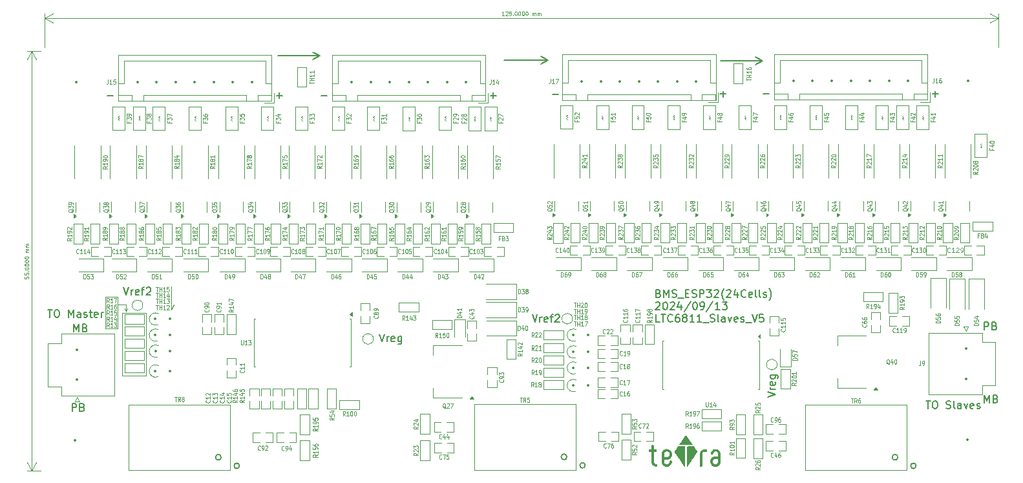
<source format=gto>
%TF.GenerationSoftware,KiCad,Pcbnew,8.0.4*%
%TF.CreationDate,2024-09-13T16:34:39+09:00*%
%TF.ProjectId,LTC6811_ESP32_Slaves_V5,4c544336-3831-4315-9f45-535033325f53,rev?*%
%TF.SameCoordinates,Original*%
%TF.FileFunction,Legend,Top*%
%TF.FilePolarity,Positive*%
%FSLAX46Y46*%
G04 Gerber Fmt 4.6, Leading zero omitted, Abs format (unit mm)*
G04 Created by KiCad (PCBNEW 8.0.4) date 2024-09-13 16:34:39*
%MOMM*%
%LPD*%
G01*
G04 APERTURE LIST*
%ADD10C,0.120000*%
%ADD11C,0.150000*%
%ADD12C,0.100000*%
%ADD13C,0.010000*%
%ADD14C,0.350000*%
G04 APERTURE END LIST*
D10*
X203000000Y22800000D02*
X204600000Y22800000D01*
X204600000Y18700000D01*
X203000000Y18700000D01*
X203000000Y22800000D01*
X205500000Y21300000D02*
X205700000Y20900000D01*
D11*
X225600000Y54358072D02*
X231100000Y54358072D01*
D10*
X205700000Y20900000D02*
X205900000Y21300000D01*
D11*
X288150000Y54250000D02*
X289050000Y53750000D01*
X289050000Y53750000D02*
X288150000Y53250000D01*
X231100000Y54358072D02*
X230200000Y53858072D01*
X283550000Y53750000D02*
X289050000Y53750000D01*
D10*
X204700000Y21800000D02*
X205700000Y21800000D01*
X205200000Y20700000D02*
X208300000Y20700000D01*
X208300000Y12500000D01*
X205200000Y12500000D01*
X205200000Y20700000D01*
X205700000Y20900000D02*
X205500000Y21300000D01*
D11*
X255250000Y53800000D02*
X260750000Y53800000D01*
D10*
X205700000Y21800000D02*
X205700000Y20900000D01*
X211600000Y21100000D02*
X212000000Y21800000D01*
D11*
X230200000Y54858072D02*
X231100000Y54358072D01*
D10*
X211600000Y24200000D02*
X211600000Y21100000D01*
D11*
X260950000Y53800000D02*
X260050000Y53300000D01*
X260050000Y54300000D02*
X260950000Y53800000D01*
X231236779Y49169206D02*
X231998684Y49169206D01*
X261536779Y49278062D02*
X262298684Y49278062D01*
X198636779Y7830181D02*
X198636779Y8830181D01*
X198636779Y8830181D02*
X199017731Y8830181D01*
X199017731Y8830181D02*
X199112969Y8782562D01*
X199112969Y8782562D02*
X199160588Y8734943D01*
X199160588Y8734943D02*
X199208207Y8639705D01*
X199208207Y8639705D02*
X199208207Y8496848D01*
X199208207Y8496848D02*
X199160588Y8401610D01*
X199160588Y8401610D02*
X199112969Y8353991D01*
X199112969Y8353991D02*
X199017731Y8306372D01*
X199017731Y8306372D02*
X198636779Y8306372D01*
X199970112Y8353991D02*
X200112969Y8306372D01*
X200112969Y8306372D02*
X200160588Y8258753D01*
X200160588Y8258753D02*
X200208207Y8163515D01*
X200208207Y8163515D02*
X200208207Y8020658D01*
X200208207Y8020658D02*
X200160588Y7925420D01*
X200160588Y7925420D02*
X200112969Y7877800D01*
X200112969Y7877800D02*
X200017731Y7830181D01*
X200017731Y7830181D02*
X199636779Y7830181D01*
X199636779Y7830181D02*
X199636779Y8830181D01*
X199636779Y8830181D02*
X199970112Y8830181D01*
X199970112Y8830181D02*
X200065350Y8782562D01*
X200065350Y8782562D02*
X200112969Y8734943D01*
X200112969Y8734943D02*
X200160588Y8639705D01*
X200160588Y8639705D02*
X200160588Y8544467D01*
X200160588Y8544467D02*
X200112969Y8449229D01*
X200112969Y8449229D02*
X200065350Y8401610D01*
X200065350Y8401610D02*
X199970112Y8353991D01*
X199970112Y8353991D02*
X199636779Y8353991D01*
X289186779Y49378062D02*
X289948684Y49378062D01*
X318136779Y18480181D02*
X318136779Y19480181D01*
X318136779Y19480181D02*
X318517731Y19480181D01*
X318517731Y19480181D02*
X318612969Y19432562D01*
X318612969Y19432562D02*
X318660588Y19384943D01*
X318660588Y19384943D02*
X318708207Y19289705D01*
X318708207Y19289705D02*
X318708207Y19146848D01*
X318708207Y19146848D02*
X318660588Y19051610D01*
X318660588Y19051610D02*
X318612969Y19003991D01*
X318612969Y19003991D02*
X318517731Y18956372D01*
X318517731Y18956372D02*
X318136779Y18956372D01*
X319470112Y19003991D02*
X319612969Y18956372D01*
X319612969Y18956372D02*
X319660588Y18908753D01*
X319660588Y18908753D02*
X319708207Y18813515D01*
X319708207Y18813515D02*
X319708207Y18670658D01*
X319708207Y18670658D02*
X319660588Y18575420D01*
X319660588Y18575420D02*
X319612969Y18527800D01*
X319612969Y18527800D02*
X319517731Y18480181D01*
X319517731Y18480181D02*
X319136779Y18480181D01*
X319136779Y18480181D02*
X319136779Y19480181D01*
X319136779Y19480181D02*
X319470112Y19480181D01*
X319470112Y19480181D02*
X319565350Y19432562D01*
X319565350Y19432562D02*
X319612969Y19384943D01*
X319612969Y19384943D02*
X319660588Y19289705D01*
X319660588Y19289705D02*
X319660588Y19194467D01*
X319660588Y19194467D02*
X319612969Y19099229D01*
X319612969Y19099229D02*
X319565350Y19051610D01*
X319565350Y19051610D02*
X319470112Y19003991D01*
X319470112Y19003991D02*
X319136779Y19003991D01*
X318136779Y8930181D02*
X318136779Y9930181D01*
X318136779Y9930181D02*
X318470112Y9215896D01*
X318470112Y9215896D02*
X318803445Y9930181D01*
X318803445Y9930181D02*
X318803445Y8930181D01*
X319612969Y9453991D02*
X319755826Y9406372D01*
X319755826Y9406372D02*
X319803445Y9358753D01*
X319803445Y9358753D02*
X319851064Y9263515D01*
X319851064Y9263515D02*
X319851064Y9120658D01*
X319851064Y9120658D02*
X319803445Y9025420D01*
X319803445Y9025420D02*
X319755826Y8977800D01*
X319755826Y8977800D02*
X319660588Y8930181D01*
X319660588Y8930181D02*
X319279636Y8930181D01*
X319279636Y8930181D02*
X319279636Y9930181D01*
X319279636Y9930181D02*
X319612969Y9930181D01*
X319612969Y9930181D02*
X319708207Y9882562D01*
X319708207Y9882562D02*
X319755826Y9834943D01*
X319755826Y9834943D02*
X319803445Y9739705D01*
X319803445Y9739705D02*
X319803445Y9644467D01*
X319803445Y9644467D02*
X319755826Y9549229D01*
X319755826Y9549229D02*
X319708207Y9501610D01*
X319708207Y9501610D02*
X319612969Y9453991D01*
X319612969Y9453991D02*
X319279636Y9453991D01*
X311336779Y49361134D02*
X312098684Y49361134D01*
X311717731Y48980181D02*
X311717731Y49742086D01*
X225386779Y49169206D02*
X226148684Y49169206D01*
X225767731Y48788253D02*
X225767731Y49550158D01*
X198836779Y18230181D02*
X198836779Y19230181D01*
X198836779Y19230181D02*
X199170112Y18515896D01*
X199170112Y18515896D02*
X199503445Y19230181D01*
X199503445Y19230181D02*
X199503445Y18230181D01*
X200312969Y18753991D02*
X200455826Y18706372D01*
X200455826Y18706372D02*
X200503445Y18658753D01*
X200503445Y18658753D02*
X200551064Y18563515D01*
X200551064Y18563515D02*
X200551064Y18420658D01*
X200551064Y18420658D02*
X200503445Y18325420D01*
X200503445Y18325420D02*
X200455826Y18277800D01*
X200455826Y18277800D02*
X200360588Y18230181D01*
X200360588Y18230181D02*
X199979636Y18230181D01*
X199979636Y18230181D02*
X199979636Y19230181D01*
X199979636Y19230181D02*
X200312969Y19230181D01*
X200312969Y19230181D02*
X200408207Y19182562D01*
X200408207Y19182562D02*
X200455826Y19134943D01*
X200455826Y19134943D02*
X200503445Y19039705D01*
X200503445Y19039705D02*
X200503445Y18944467D01*
X200503445Y18944467D02*
X200455826Y18849229D01*
X200455826Y18849229D02*
X200408207Y18801610D01*
X200408207Y18801610D02*
X200312969Y18753991D01*
X200312969Y18753991D02*
X199979636Y18753991D01*
X275470112Y23273879D02*
X275612969Y23226260D01*
X275612969Y23226260D02*
X275660588Y23178641D01*
X275660588Y23178641D02*
X275708207Y23083403D01*
X275708207Y23083403D02*
X275708207Y22940546D01*
X275708207Y22940546D02*
X275660588Y22845308D01*
X275660588Y22845308D02*
X275612969Y22797688D01*
X275612969Y22797688D02*
X275517731Y22750069D01*
X275517731Y22750069D02*
X275136779Y22750069D01*
X275136779Y22750069D02*
X275136779Y23750069D01*
X275136779Y23750069D02*
X275470112Y23750069D01*
X275470112Y23750069D02*
X275565350Y23702450D01*
X275565350Y23702450D02*
X275612969Y23654831D01*
X275612969Y23654831D02*
X275660588Y23559593D01*
X275660588Y23559593D02*
X275660588Y23464355D01*
X275660588Y23464355D02*
X275612969Y23369117D01*
X275612969Y23369117D02*
X275565350Y23321498D01*
X275565350Y23321498D02*
X275470112Y23273879D01*
X275470112Y23273879D02*
X275136779Y23273879D01*
X276136779Y22750069D02*
X276136779Y23750069D01*
X276136779Y23750069D02*
X276470112Y23035784D01*
X276470112Y23035784D02*
X276803445Y23750069D01*
X276803445Y23750069D02*
X276803445Y22750069D01*
X277232017Y22797688D02*
X277374874Y22750069D01*
X277374874Y22750069D02*
X277612969Y22750069D01*
X277612969Y22750069D02*
X277708207Y22797688D01*
X277708207Y22797688D02*
X277755826Y22845308D01*
X277755826Y22845308D02*
X277803445Y22940546D01*
X277803445Y22940546D02*
X277803445Y23035784D01*
X277803445Y23035784D02*
X277755826Y23131022D01*
X277755826Y23131022D02*
X277708207Y23178641D01*
X277708207Y23178641D02*
X277612969Y23226260D01*
X277612969Y23226260D02*
X277422493Y23273879D01*
X277422493Y23273879D02*
X277327255Y23321498D01*
X277327255Y23321498D02*
X277279636Y23369117D01*
X277279636Y23369117D02*
X277232017Y23464355D01*
X277232017Y23464355D02*
X277232017Y23559593D01*
X277232017Y23559593D02*
X277279636Y23654831D01*
X277279636Y23654831D02*
X277327255Y23702450D01*
X277327255Y23702450D02*
X277422493Y23750069D01*
X277422493Y23750069D02*
X277660588Y23750069D01*
X277660588Y23750069D02*
X277803445Y23702450D01*
X277993922Y22654831D02*
X278755826Y22654831D01*
X278993922Y23273879D02*
X279327255Y23273879D01*
X279470112Y22750069D02*
X278993922Y22750069D01*
X278993922Y22750069D02*
X278993922Y23750069D01*
X278993922Y23750069D02*
X279470112Y23750069D01*
X279851065Y22797688D02*
X279993922Y22750069D01*
X279993922Y22750069D02*
X280232017Y22750069D01*
X280232017Y22750069D02*
X280327255Y22797688D01*
X280327255Y22797688D02*
X280374874Y22845308D01*
X280374874Y22845308D02*
X280422493Y22940546D01*
X280422493Y22940546D02*
X280422493Y23035784D01*
X280422493Y23035784D02*
X280374874Y23131022D01*
X280374874Y23131022D02*
X280327255Y23178641D01*
X280327255Y23178641D02*
X280232017Y23226260D01*
X280232017Y23226260D02*
X280041541Y23273879D01*
X280041541Y23273879D02*
X279946303Y23321498D01*
X279946303Y23321498D02*
X279898684Y23369117D01*
X279898684Y23369117D02*
X279851065Y23464355D01*
X279851065Y23464355D02*
X279851065Y23559593D01*
X279851065Y23559593D02*
X279898684Y23654831D01*
X279898684Y23654831D02*
X279946303Y23702450D01*
X279946303Y23702450D02*
X280041541Y23750069D01*
X280041541Y23750069D02*
X280279636Y23750069D01*
X280279636Y23750069D02*
X280422493Y23702450D01*
X280851065Y22750069D02*
X280851065Y23750069D01*
X280851065Y23750069D02*
X281232017Y23750069D01*
X281232017Y23750069D02*
X281327255Y23702450D01*
X281327255Y23702450D02*
X281374874Y23654831D01*
X281374874Y23654831D02*
X281422493Y23559593D01*
X281422493Y23559593D02*
X281422493Y23416736D01*
X281422493Y23416736D02*
X281374874Y23321498D01*
X281374874Y23321498D02*
X281327255Y23273879D01*
X281327255Y23273879D02*
X281232017Y23226260D01*
X281232017Y23226260D02*
X280851065Y23226260D01*
X281755827Y23750069D02*
X282374874Y23750069D01*
X282374874Y23750069D02*
X282041541Y23369117D01*
X282041541Y23369117D02*
X282184398Y23369117D01*
X282184398Y23369117D02*
X282279636Y23321498D01*
X282279636Y23321498D02*
X282327255Y23273879D01*
X282327255Y23273879D02*
X282374874Y23178641D01*
X282374874Y23178641D02*
X282374874Y22940546D01*
X282374874Y22940546D02*
X282327255Y22845308D01*
X282327255Y22845308D02*
X282279636Y22797688D01*
X282279636Y22797688D02*
X282184398Y22750069D01*
X282184398Y22750069D02*
X281898684Y22750069D01*
X281898684Y22750069D02*
X281803446Y22797688D01*
X281803446Y22797688D02*
X281755827Y22845308D01*
X282755827Y23654831D02*
X282803446Y23702450D01*
X282803446Y23702450D02*
X282898684Y23750069D01*
X282898684Y23750069D02*
X283136779Y23750069D01*
X283136779Y23750069D02*
X283232017Y23702450D01*
X283232017Y23702450D02*
X283279636Y23654831D01*
X283279636Y23654831D02*
X283327255Y23559593D01*
X283327255Y23559593D02*
X283327255Y23464355D01*
X283327255Y23464355D02*
X283279636Y23321498D01*
X283279636Y23321498D02*
X282708208Y22750069D01*
X282708208Y22750069D02*
X283327255Y22750069D01*
X284041541Y22369117D02*
X283993922Y22416736D01*
X283993922Y22416736D02*
X283898684Y22559593D01*
X283898684Y22559593D02*
X283851065Y22654831D01*
X283851065Y22654831D02*
X283803446Y22797688D01*
X283803446Y22797688D02*
X283755827Y23035784D01*
X283755827Y23035784D02*
X283755827Y23226260D01*
X283755827Y23226260D02*
X283803446Y23464355D01*
X283803446Y23464355D02*
X283851065Y23607212D01*
X283851065Y23607212D02*
X283898684Y23702450D01*
X283898684Y23702450D02*
X283993922Y23845308D01*
X283993922Y23845308D02*
X284041541Y23892927D01*
X284374875Y23654831D02*
X284422494Y23702450D01*
X284422494Y23702450D02*
X284517732Y23750069D01*
X284517732Y23750069D02*
X284755827Y23750069D01*
X284755827Y23750069D02*
X284851065Y23702450D01*
X284851065Y23702450D02*
X284898684Y23654831D01*
X284898684Y23654831D02*
X284946303Y23559593D01*
X284946303Y23559593D02*
X284946303Y23464355D01*
X284946303Y23464355D02*
X284898684Y23321498D01*
X284898684Y23321498D02*
X284327256Y22750069D01*
X284327256Y22750069D02*
X284946303Y22750069D01*
X285803446Y23416736D02*
X285803446Y22750069D01*
X285565351Y23797688D02*
X285327256Y23083403D01*
X285327256Y23083403D02*
X285946303Y23083403D01*
X286898684Y22845308D02*
X286851065Y22797688D01*
X286851065Y22797688D02*
X286708208Y22750069D01*
X286708208Y22750069D02*
X286612970Y22750069D01*
X286612970Y22750069D02*
X286470113Y22797688D01*
X286470113Y22797688D02*
X286374875Y22892927D01*
X286374875Y22892927D02*
X286327256Y22988165D01*
X286327256Y22988165D02*
X286279637Y23178641D01*
X286279637Y23178641D02*
X286279637Y23321498D01*
X286279637Y23321498D02*
X286327256Y23511974D01*
X286327256Y23511974D02*
X286374875Y23607212D01*
X286374875Y23607212D02*
X286470113Y23702450D01*
X286470113Y23702450D02*
X286612970Y23750069D01*
X286612970Y23750069D02*
X286708208Y23750069D01*
X286708208Y23750069D02*
X286851065Y23702450D01*
X286851065Y23702450D02*
X286898684Y23654831D01*
X287708208Y22797688D02*
X287612970Y22750069D01*
X287612970Y22750069D02*
X287422494Y22750069D01*
X287422494Y22750069D02*
X287327256Y22797688D01*
X287327256Y22797688D02*
X287279637Y22892927D01*
X287279637Y22892927D02*
X287279637Y23273879D01*
X287279637Y23273879D02*
X287327256Y23369117D01*
X287327256Y23369117D02*
X287422494Y23416736D01*
X287422494Y23416736D02*
X287612970Y23416736D01*
X287612970Y23416736D02*
X287708208Y23369117D01*
X287708208Y23369117D02*
X287755827Y23273879D01*
X287755827Y23273879D02*
X287755827Y23178641D01*
X287755827Y23178641D02*
X287279637Y23083403D01*
X288327256Y22750069D02*
X288232018Y22797688D01*
X288232018Y22797688D02*
X288184399Y22892927D01*
X288184399Y22892927D02*
X288184399Y23750069D01*
X288851066Y22750069D02*
X288755828Y22797688D01*
X288755828Y22797688D02*
X288708209Y22892927D01*
X288708209Y22892927D02*
X288708209Y23750069D01*
X289184400Y22797688D02*
X289279638Y22750069D01*
X289279638Y22750069D02*
X289470114Y22750069D01*
X289470114Y22750069D02*
X289565352Y22797688D01*
X289565352Y22797688D02*
X289612971Y22892927D01*
X289612971Y22892927D02*
X289612971Y22940546D01*
X289612971Y22940546D02*
X289565352Y23035784D01*
X289565352Y23035784D02*
X289470114Y23083403D01*
X289470114Y23083403D02*
X289327257Y23083403D01*
X289327257Y23083403D02*
X289232019Y23131022D01*
X289232019Y23131022D02*
X289184400Y23226260D01*
X289184400Y23226260D02*
X289184400Y23273879D01*
X289184400Y23273879D02*
X289232019Y23369117D01*
X289232019Y23369117D02*
X289327257Y23416736D01*
X289327257Y23416736D02*
X289470114Y23416736D01*
X289470114Y23416736D02*
X289565352Y23369117D01*
X289946305Y22369117D02*
X289993924Y22416736D01*
X289993924Y22416736D02*
X290089162Y22559593D01*
X290089162Y22559593D02*
X290136781Y22654831D01*
X290136781Y22654831D02*
X290184400Y22797688D01*
X290184400Y22797688D02*
X290232019Y23035784D01*
X290232019Y23035784D02*
X290232019Y23226260D01*
X290232019Y23226260D02*
X290184400Y23464355D01*
X290184400Y23464355D02*
X290136781Y23607212D01*
X290136781Y23607212D02*
X290089162Y23702450D01*
X290089162Y23702450D02*
X289993924Y23845308D01*
X289993924Y23845308D02*
X289946305Y23892927D01*
X275089160Y22044887D02*
X275136779Y22092506D01*
X275136779Y22092506D02*
X275232017Y22140125D01*
X275232017Y22140125D02*
X275470112Y22140125D01*
X275470112Y22140125D02*
X275565350Y22092506D01*
X275565350Y22092506D02*
X275612969Y22044887D01*
X275612969Y22044887D02*
X275660588Y21949649D01*
X275660588Y21949649D02*
X275660588Y21854411D01*
X275660588Y21854411D02*
X275612969Y21711554D01*
X275612969Y21711554D02*
X275041541Y21140125D01*
X275041541Y21140125D02*
X275660588Y21140125D01*
X276279636Y22140125D02*
X276374874Y22140125D01*
X276374874Y22140125D02*
X276470112Y22092506D01*
X276470112Y22092506D02*
X276517731Y22044887D01*
X276517731Y22044887D02*
X276565350Y21949649D01*
X276565350Y21949649D02*
X276612969Y21759173D01*
X276612969Y21759173D02*
X276612969Y21521078D01*
X276612969Y21521078D02*
X276565350Y21330602D01*
X276565350Y21330602D02*
X276517731Y21235364D01*
X276517731Y21235364D02*
X276470112Y21187744D01*
X276470112Y21187744D02*
X276374874Y21140125D01*
X276374874Y21140125D02*
X276279636Y21140125D01*
X276279636Y21140125D02*
X276184398Y21187744D01*
X276184398Y21187744D02*
X276136779Y21235364D01*
X276136779Y21235364D02*
X276089160Y21330602D01*
X276089160Y21330602D02*
X276041541Y21521078D01*
X276041541Y21521078D02*
X276041541Y21759173D01*
X276041541Y21759173D02*
X276089160Y21949649D01*
X276089160Y21949649D02*
X276136779Y22044887D01*
X276136779Y22044887D02*
X276184398Y22092506D01*
X276184398Y22092506D02*
X276279636Y22140125D01*
X276993922Y22044887D02*
X277041541Y22092506D01*
X277041541Y22092506D02*
X277136779Y22140125D01*
X277136779Y22140125D02*
X277374874Y22140125D01*
X277374874Y22140125D02*
X277470112Y22092506D01*
X277470112Y22092506D02*
X277517731Y22044887D01*
X277517731Y22044887D02*
X277565350Y21949649D01*
X277565350Y21949649D02*
X277565350Y21854411D01*
X277565350Y21854411D02*
X277517731Y21711554D01*
X277517731Y21711554D02*
X276946303Y21140125D01*
X276946303Y21140125D02*
X277565350Y21140125D01*
X278422493Y21806792D02*
X278422493Y21140125D01*
X278184398Y22187744D02*
X277946303Y21473459D01*
X277946303Y21473459D02*
X278565350Y21473459D01*
X279660588Y22187744D02*
X278803446Y20902030D01*
X280184398Y22140125D02*
X280279636Y22140125D01*
X280279636Y22140125D02*
X280374874Y22092506D01*
X280374874Y22092506D02*
X280422493Y22044887D01*
X280422493Y22044887D02*
X280470112Y21949649D01*
X280470112Y21949649D02*
X280517731Y21759173D01*
X280517731Y21759173D02*
X280517731Y21521078D01*
X280517731Y21521078D02*
X280470112Y21330602D01*
X280470112Y21330602D02*
X280422493Y21235364D01*
X280422493Y21235364D02*
X280374874Y21187744D01*
X280374874Y21187744D02*
X280279636Y21140125D01*
X280279636Y21140125D02*
X280184398Y21140125D01*
X280184398Y21140125D02*
X280089160Y21187744D01*
X280089160Y21187744D02*
X280041541Y21235364D01*
X280041541Y21235364D02*
X279993922Y21330602D01*
X279993922Y21330602D02*
X279946303Y21521078D01*
X279946303Y21521078D02*
X279946303Y21759173D01*
X279946303Y21759173D02*
X279993922Y21949649D01*
X279993922Y21949649D02*
X280041541Y22044887D01*
X280041541Y22044887D02*
X280089160Y22092506D01*
X280089160Y22092506D02*
X280184398Y22140125D01*
X280993922Y21140125D02*
X281184398Y21140125D01*
X281184398Y21140125D02*
X281279636Y21187744D01*
X281279636Y21187744D02*
X281327255Y21235364D01*
X281327255Y21235364D02*
X281422493Y21378221D01*
X281422493Y21378221D02*
X281470112Y21568697D01*
X281470112Y21568697D02*
X281470112Y21949649D01*
X281470112Y21949649D02*
X281422493Y22044887D01*
X281422493Y22044887D02*
X281374874Y22092506D01*
X281374874Y22092506D02*
X281279636Y22140125D01*
X281279636Y22140125D02*
X281089160Y22140125D01*
X281089160Y22140125D02*
X280993922Y22092506D01*
X280993922Y22092506D02*
X280946303Y22044887D01*
X280946303Y22044887D02*
X280898684Y21949649D01*
X280898684Y21949649D02*
X280898684Y21711554D01*
X280898684Y21711554D02*
X280946303Y21616316D01*
X280946303Y21616316D02*
X280993922Y21568697D01*
X280993922Y21568697D02*
X281089160Y21521078D01*
X281089160Y21521078D02*
X281279636Y21521078D01*
X281279636Y21521078D02*
X281374874Y21568697D01*
X281374874Y21568697D02*
X281422493Y21616316D01*
X281422493Y21616316D02*
X281470112Y21711554D01*
X282612969Y22187744D02*
X281755827Y20902030D01*
X283470112Y21140125D02*
X282898684Y21140125D01*
X283184398Y21140125D02*
X283184398Y22140125D01*
X283184398Y22140125D02*
X283089160Y21997268D01*
X283089160Y21997268D02*
X282993922Y21902030D01*
X282993922Y21902030D02*
X282898684Y21854411D01*
X283803446Y22140125D02*
X284422493Y22140125D01*
X284422493Y22140125D02*
X284089160Y21759173D01*
X284089160Y21759173D02*
X284232017Y21759173D01*
X284232017Y21759173D02*
X284327255Y21711554D01*
X284327255Y21711554D02*
X284374874Y21663935D01*
X284374874Y21663935D02*
X284422493Y21568697D01*
X284422493Y21568697D02*
X284422493Y21330602D01*
X284422493Y21330602D02*
X284374874Y21235364D01*
X284374874Y21235364D02*
X284327255Y21187744D01*
X284327255Y21187744D02*
X284232017Y21140125D01*
X284232017Y21140125D02*
X283946303Y21140125D01*
X283946303Y21140125D02*
X283851065Y21187744D01*
X283851065Y21187744D02*
X283803446Y21235364D01*
X275612969Y19530181D02*
X275136779Y19530181D01*
X275136779Y19530181D02*
X275136779Y20530181D01*
X275803446Y20530181D02*
X276374874Y20530181D01*
X276089160Y19530181D02*
X276089160Y20530181D01*
X277279636Y19625420D02*
X277232017Y19577800D01*
X277232017Y19577800D02*
X277089160Y19530181D01*
X277089160Y19530181D02*
X276993922Y19530181D01*
X276993922Y19530181D02*
X276851065Y19577800D01*
X276851065Y19577800D02*
X276755827Y19673039D01*
X276755827Y19673039D02*
X276708208Y19768277D01*
X276708208Y19768277D02*
X276660589Y19958753D01*
X276660589Y19958753D02*
X276660589Y20101610D01*
X276660589Y20101610D02*
X276708208Y20292086D01*
X276708208Y20292086D02*
X276755827Y20387324D01*
X276755827Y20387324D02*
X276851065Y20482562D01*
X276851065Y20482562D02*
X276993922Y20530181D01*
X276993922Y20530181D02*
X277089160Y20530181D01*
X277089160Y20530181D02*
X277232017Y20482562D01*
X277232017Y20482562D02*
X277279636Y20434943D01*
X278136779Y20530181D02*
X277946303Y20530181D01*
X277946303Y20530181D02*
X277851065Y20482562D01*
X277851065Y20482562D02*
X277803446Y20434943D01*
X277803446Y20434943D02*
X277708208Y20292086D01*
X277708208Y20292086D02*
X277660589Y20101610D01*
X277660589Y20101610D02*
X277660589Y19720658D01*
X277660589Y19720658D02*
X277708208Y19625420D01*
X277708208Y19625420D02*
X277755827Y19577800D01*
X277755827Y19577800D02*
X277851065Y19530181D01*
X277851065Y19530181D02*
X278041541Y19530181D01*
X278041541Y19530181D02*
X278136779Y19577800D01*
X278136779Y19577800D02*
X278184398Y19625420D01*
X278184398Y19625420D02*
X278232017Y19720658D01*
X278232017Y19720658D02*
X278232017Y19958753D01*
X278232017Y19958753D02*
X278184398Y20053991D01*
X278184398Y20053991D02*
X278136779Y20101610D01*
X278136779Y20101610D02*
X278041541Y20149229D01*
X278041541Y20149229D02*
X277851065Y20149229D01*
X277851065Y20149229D02*
X277755827Y20101610D01*
X277755827Y20101610D02*
X277708208Y20053991D01*
X277708208Y20053991D02*
X277660589Y19958753D01*
X278803446Y20101610D02*
X278708208Y20149229D01*
X278708208Y20149229D02*
X278660589Y20196848D01*
X278660589Y20196848D02*
X278612970Y20292086D01*
X278612970Y20292086D02*
X278612970Y20339705D01*
X278612970Y20339705D02*
X278660589Y20434943D01*
X278660589Y20434943D02*
X278708208Y20482562D01*
X278708208Y20482562D02*
X278803446Y20530181D01*
X278803446Y20530181D02*
X278993922Y20530181D01*
X278993922Y20530181D02*
X279089160Y20482562D01*
X279089160Y20482562D02*
X279136779Y20434943D01*
X279136779Y20434943D02*
X279184398Y20339705D01*
X279184398Y20339705D02*
X279184398Y20292086D01*
X279184398Y20292086D02*
X279136779Y20196848D01*
X279136779Y20196848D02*
X279089160Y20149229D01*
X279089160Y20149229D02*
X278993922Y20101610D01*
X278993922Y20101610D02*
X278803446Y20101610D01*
X278803446Y20101610D02*
X278708208Y20053991D01*
X278708208Y20053991D02*
X278660589Y20006372D01*
X278660589Y20006372D02*
X278612970Y19911134D01*
X278612970Y19911134D02*
X278612970Y19720658D01*
X278612970Y19720658D02*
X278660589Y19625420D01*
X278660589Y19625420D02*
X278708208Y19577800D01*
X278708208Y19577800D02*
X278803446Y19530181D01*
X278803446Y19530181D02*
X278993922Y19530181D01*
X278993922Y19530181D02*
X279089160Y19577800D01*
X279089160Y19577800D02*
X279136779Y19625420D01*
X279136779Y19625420D02*
X279184398Y19720658D01*
X279184398Y19720658D02*
X279184398Y19911134D01*
X279184398Y19911134D02*
X279136779Y20006372D01*
X279136779Y20006372D02*
X279089160Y20053991D01*
X279089160Y20053991D02*
X278993922Y20101610D01*
X280136779Y19530181D02*
X279565351Y19530181D01*
X279851065Y19530181D02*
X279851065Y20530181D01*
X279851065Y20530181D02*
X279755827Y20387324D01*
X279755827Y20387324D02*
X279660589Y20292086D01*
X279660589Y20292086D02*
X279565351Y20244467D01*
X281089160Y19530181D02*
X280517732Y19530181D01*
X280803446Y19530181D02*
X280803446Y20530181D01*
X280803446Y20530181D02*
X280708208Y20387324D01*
X280708208Y20387324D02*
X280612970Y20292086D01*
X280612970Y20292086D02*
X280517732Y20244467D01*
X281279637Y19434943D02*
X282041541Y19434943D01*
X282232018Y19577800D02*
X282374875Y19530181D01*
X282374875Y19530181D02*
X282612970Y19530181D01*
X282612970Y19530181D02*
X282708208Y19577800D01*
X282708208Y19577800D02*
X282755827Y19625420D01*
X282755827Y19625420D02*
X282803446Y19720658D01*
X282803446Y19720658D02*
X282803446Y19815896D01*
X282803446Y19815896D02*
X282755827Y19911134D01*
X282755827Y19911134D02*
X282708208Y19958753D01*
X282708208Y19958753D02*
X282612970Y20006372D01*
X282612970Y20006372D02*
X282422494Y20053991D01*
X282422494Y20053991D02*
X282327256Y20101610D01*
X282327256Y20101610D02*
X282279637Y20149229D01*
X282279637Y20149229D02*
X282232018Y20244467D01*
X282232018Y20244467D02*
X282232018Y20339705D01*
X282232018Y20339705D02*
X282279637Y20434943D01*
X282279637Y20434943D02*
X282327256Y20482562D01*
X282327256Y20482562D02*
X282422494Y20530181D01*
X282422494Y20530181D02*
X282660589Y20530181D01*
X282660589Y20530181D02*
X282803446Y20482562D01*
X283374875Y19530181D02*
X283279637Y19577800D01*
X283279637Y19577800D02*
X283232018Y19673039D01*
X283232018Y19673039D02*
X283232018Y20530181D01*
X284184399Y19530181D02*
X284184399Y20053991D01*
X284184399Y20053991D02*
X284136780Y20149229D01*
X284136780Y20149229D02*
X284041542Y20196848D01*
X284041542Y20196848D02*
X283851066Y20196848D01*
X283851066Y20196848D02*
X283755828Y20149229D01*
X284184399Y19577800D02*
X284089161Y19530181D01*
X284089161Y19530181D02*
X283851066Y19530181D01*
X283851066Y19530181D02*
X283755828Y19577800D01*
X283755828Y19577800D02*
X283708209Y19673039D01*
X283708209Y19673039D02*
X283708209Y19768277D01*
X283708209Y19768277D02*
X283755828Y19863515D01*
X283755828Y19863515D02*
X283851066Y19911134D01*
X283851066Y19911134D02*
X284089161Y19911134D01*
X284089161Y19911134D02*
X284184399Y19958753D01*
X284565352Y20196848D02*
X284803447Y19530181D01*
X284803447Y19530181D02*
X285041542Y20196848D01*
X285803447Y19577800D02*
X285708209Y19530181D01*
X285708209Y19530181D02*
X285517733Y19530181D01*
X285517733Y19530181D02*
X285422495Y19577800D01*
X285422495Y19577800D02*
X285374876Y19673039D01*
X285374876Y19673039D02*
X285374876Y20053991D01*
X285374876Y20053991D02*
X285422495Y20149229D01*
X285422495Y20149229D02*
X285517733Y20196848D01*
X285517733Y20196848D02*
X285708209Y20196848D01*
X285708209Y20196848D02*
X285803447Y20149229D01*
X285803447Y20149229D02*
X285851066Y20053991D01*
X285851066Y20053991D02*
X285851066Y19958753D01*
X285851066Y19958753D02*
X285374876Y19863515D01*
X286232019Y19577800D02*
X286327257Y19530181D01*
X286327257Y19530181D02*
X286517733Y19530181D01*
X286517733Y19530181D02*
X286612971Y19577800D01*
X286612971Y19577800D02*
X286660590Y19673039D01*
X286660590Y19673039D02*
X286660590Y19720658D01*
X286660590Y19720658D02*
X286612971Y19815896D01*
X286612971Y19815896D02*
X286517733Y19863515D01*
X286517733Y19863515D02*
X286374876Y19863515D01*
X286374876Y19863515D02*
X286279638Y19911134D01*
X286279638Y19911134D02*
X286232019Y20006372D01*
X286232019Y20006372D02*
X286232019Y20053991D01*
X286232019Y20053991D02*
X286279638Y20149229D01*
X286279638Y20149229D02*
X286374876Y20196848D01*
X286374876Y20196848D02*
X286517733Y20196848D01*
X286517733Y20196848D02*
X286612971Y20149229D01*
X286851067Y19434943D02*
X287612971Y19434943D01*
X287708210Y20530181D02*
X288041543Y19530181D01*
X288041543Y19530181D02*
X288374876Y20530181D01*
X289184400Y20530181D02*
X288708210Y20530181D01*
X288708210Y20530181D02*
X288660591Y20053991D01*
X288660591Y20053991D02*
X288708210Y20101610D01*
X288708210Y20101610D02*
X288803448Y20149229D01*
X288803448Y20149229D02*
X289041543Y20149229D01*
X289041543Y20149229D02*
X289136781Y20101610D01*
X289136781Y20101610D02*
X289184400Y20053991D01*
X289184400Y20053991D02*
X289232019Y19958753D01*
X289232019Y19958753D02*
X289232019Y19720658D01*
X289232019Y19720658D02*
X289184400Y19625420D01*
X289184400Y19625420D02*
X289136781Y19577800D01*
X289136781Y19577800D02*
X289041543Y19530181D01*
X289041543Y19530181D02*
X288803448Y19530181D01*
X288803448Y19530181D02*
X288708210Y19577800D01*
X288708210Y19577800D02*
X288660591Y19625420D01*
X203236779Y49169206D02*
X203998684Y49169206D01*
X253436779Y49169206D02*
X254198684Y49169206D01*
X253817731Y48788253D02*
X253817731Y49550158D01*
X283536779Y49378062D02*
X284298684Y49378062D01*
X283917731Y48997109D02*
X283917731Y49759014D01*
X310493922Y9180181D02*
X311065350Y9180181D01*
X310779636Y8180181D02*
X310779636Y9180181D01*
X311589160Y9180181D02*
X311779636Y9180181D01*
X311779636Y9180181D02*
X311874874Y9132562D01*
X311874874Y9132562D02*
X311970112Y9037324D01*
X311970112Y9037324D02*
X312017731Y8846848D01*
X312017731Y8846848D02*
X312017731Y8513515D01*
X312017731Y8513515D02*
X311970112Y8323039D01*
X311970112Y8323039D02*
X311874874Y8227800D01*
X311874874Y8227800D02*
X311779636Y8180181D01*
X311779636Y8180181D02*
X311589160Y8180181D01*
X311589160Y8180181D02*
X311493922Y8227800D01*
X311493922Y8227800D02*
X311398684Y8323039D01*
X311398684Y8323039D02*
X311351065Y8513515D01*
X311351065Y8513515D02*
X311351065Y8846848D01*
X311351065Y8846848D02*
X311398684Y9037324D01*
X311398684Y9037324D02*
X311493922Y9132562D01*
X311493922Y9132562D02*
X311589160Y9180181D01*
X313160589Y8227800D02*
X313303446Y8180181D01*
X313303446Y8180181D02*
X313541541Y8180181D01*
X313541541Y8180181D02*
X313636779Y8227800D01*
X313636779Y8227800D02*
X313684398Y8275420D01*
X313684398Y8275420D02*
X313732017Y8370658D01*
X313732017Y8370658D02*
X313732017Y8465896D01*
X313732017Y8465896D02*
X313684398Y8561134D01*
X313684398Y8561134D02*
X313636779Y8608753D01*
X313636779Y8608753D02*
X313541541Y8656372D01*
X313541541Y8656372D02*
X313351065Y8703991D01*
X313351065Y8703991D02*
X313255827Y8751610D01*
X313255827Y8751610D02*
X313208208Y8799229D01*
X313208208Y8799229D02*
X313160589Y8894467D01*
X313160589Y8894467D02*
X313160589Y8989705D01*
X313160589Y8989705D02*
X313208208Y9084943D01*
X313208208Y9084943D02*
X313255827Y9132562D01*
X313255827Y9132562D02*
X313351065Y9180181D01*
X313351065Y9180181D02*
X313589160Y9180181D01*
X313589160Y9180181D02*
X313732017Y9132562D01*
X314303446Y8180181D02*
X314208208Y8227800D01*
X314208208Y8227800D02*
X314160589Y8323039D01*
X314160589Y8323039D02*
X314160589Y9180181D01*
X315112970Y8180181D02*
X315112970Y8703991D01*
X315112970Y8703991D02*
X315065351Y8799229D01*
X315065351Y8799229D02*
X314970113Y8846848D01*
X314970113Y8846848D02*
X314779637Y8846848D01*
X314779637Y8846848D02*
X314684399Y8799229D01*
X315112970Y8227800D02*
X315017732Y8180181D01*
X315017732Y8180181D02*
X314779637Y8180181D01*
X314779637Y8180181D02*
X314684399Y8227800D01*
X314684399Y8227800D02*
X314636780Y8323039D01*
X314636780Y8323039D02*
X314636780Y8418277D01*
X314636780Y8418277D02*
X314684399Y8513515D01*
X314684399Y8513515D02*
X314779637Y8561134D01*
X314779637Y8561134D02*
X315017732Y8561134D01*
X315017732Y8561134D02*
X315112970Y8608753D01*
X315493923Y8846848D02*
X315732018Y8180181D01*
X315732018Y8180181D02*
X315970113Y8846848D01*
X316732018Y8227800D02*
X316636780Y8180181D01*
X316636780Y8180181D02*
X316446304Y8180181D01*
X316446304Y8180181D02*
X316351066Y8227800D01*
X316351066Y8227800D02*
X316303447Y8323039D01*
X316303447Y8323039D02*
X316303447Y8703991D01*
X316303447Y8703991D02*
X316351066Y8799229D01*
X316351066Y8799229D02*
X316446304Y8846848D01*
X316446304Y8846848D02*
X316636780Y8846848D01*
X316636780Y8846848D02*
X316732018Y8799229D01*
X316732018Y8799229D02*
X316779637Y8703991D01*
X316779637Y8703991D02*
X316779637Y8608753D01*
X316779637Y8608753D02*
X316303447Y8513515D01*
X317160590Y8227800D02*
X317255828Y8180181D01*
X317255828Y8180181D02*
X317446304Y8180181D01*
X317446304Y8180181D02*
X317541542Y8227800D01*
X317541542Y8227800D02*
X317589161Y8323039D01*
X317589161Y8323039D02*
X317589161Y8370658D01*
X317589161Y8370658D02*
X317541542Y8465896D01*
X317541542Y8465896D02*
X317446304Y8513515D01*
X317446304Y8513515D02*
X317303447Y8513515D01*
X317303447Y8513515D02*
X317208209Y8561134D01*
X317208209Y8561134D02*
X317160590Y8656372D01*
X317160590Y8656372D02*
X317160590Y8703991D01*
X317160590Y8703991D02*
X317208209Y8799229D01*
X317208209Y8799229D02*
X317303447Y8846848D01*
X317303447Y8846848D02*
X317446304Y8846848D01*
X317446304Y8846848D02*
X317541542Y8799229D01*
X195443922Y21130181D02*
X196015350Y21130181D01*
X195729636Y20130181D02*
X195729636Y21130181D01*
X196539160Y21130181D02*
X196729636Y21130181D01*
X196729636Y21130181D02*
X196824874Y21082562D01*
X196824874Y21082562D02*
X196920112Y20987324D01*
X196920112Y20987324D02*
X196967731Y20796848D01*
X196967731Y20796848D02*
X196967731Y20463515D01*
X196967731Y20463515D02*
X196920112Y20273039D01*
X196920112Y20273039D02*
X196824874Y20177800D01*
X196824874Y20177800D02*
X196729636Y20130181D01*
X196729636Y20130181D02*
X196539160Y20130181D01*
X196539160Y20130181D02*
X196443922Y20177800D01*
X196443922Y20177800D02*
X196348684Y20273039D01*
X196348684Y20273039D02*
X196301065Y20463515D01*
X196301065Y20463515D02*
X196301065Y20796848D01*
X196301065Y20796848D02*
X196348684Y20987324D01*
X196348684Y20987324D02*
X196443922Y21082562D01*
X196443922Y21082562D02*
X196539160Y21130181D01*
X198158208Y20130181D02*
X198158208Y21130181D01*
X198158208Y21130181D02*
X198491541Y20415896D01*
X198491541Y20415896D02*
X198824874Y21130181D01*
X198824874Y21130181D02*
X198824874Y20130181D01*
X199729636Y20130181D02*
X199729636Y20653991D01*
X199729636Y20653991D02*
X199682017Y20749229D01*
X199682017Y20749229D02*
X199586779Y20796848D01*
X199586779Y20796848D02*
X199396303Y20796848D01*
X199396303Y20796848D02*
X199301065Y20749229D01*
X199729636Y20177800D02*
X199634398Y20130181D01*
X199634398Y20130181D02*
X199396303Y20130181D01*
X199396303Y20130181D02*
X199301065Y20177800D01*
X199301065Y20177800D02*
X199253446Y20273039D01*
X199253446Y20273039D02*
X199253446Y20368277D01*
X199253446Y20368277D02*
X199301065Y20463515D01*
X199301065Y20463515D02*
X199396303Y20511134D01*
X199396303Y20511134D02*
X199634398Y20511134D01*
X199634398Y20511134D02*
X199729636Y20558753D01*
X200158208Y20177800D02*
X200253446Y20130181D01*
X200253446Y20130181D02*
X200443922Y20130181D01*
X200443922Y20130181D02*
X200539160Y20177800D01*
X200539160Y20177800D02*
X200586779Y20273039D01*
X200586779Y20273039D02*
X200586779Y20320658D01*
X200586779Y20320658D02*
X200539160Y20415896D01*
X200539160Y20415896D02*
X200443922Y20463515D01*
X200443922Y20463515D02*
X200301065Y20463515D01*
X200301065Y20463515D02*
X200205827Y20511134D01*
X200205827Y20511134D02*
X200158208Y20606372D01*
X200158208Y20606372D02*
X200158208Y20653991D01*
X200158208Y20653991D02*
X200205827Y20749229D01*
X200205827Y20749229D02*
X200301065Y20796848D01*
X200301065Y20796848D02*
X200443922Y20796848D01*
X200443922Y20796848D02*
X200539160Y20749229D01*
X200872494Y20796848D02*
X201253446Y20796848D01*
X201015351Y21130181D02*
X201015351Y20273039D01*
X201015351Y20273039D02*
X201062970Y20177800D01*
X201062970Y20177800D02*
X201158208Y20130181D01*
X201158208Y20130181D02*
X201253446Y20130181D01*
X201967732Y20177800D02*
X201872494Y20130181D01*
X201872494Y20130181D02*
X201682018Y20130181D01*
X201682018Y20130181D02*
X201586780Y20177800D01*
X201586780Y20177800D02*
X201539161Y20273039D01*
X201539161Y20273039D02*
X201539161Y20653991D01*
X201539161Y20653991D02*
X201586780Y20749229D01*
X201586780Y20749229D02*
X201682018Y20796848D01*
X201682018Y20796848D02*
X201872494Y20796848D01*
X201872494Y20796848D02*
X201967732Y20749229D01*
X201967732Y20749229D02*
X202015351Y20653991D01*
X202015351Y20653991D02*
X202015351Y20558753D01*
X202015351Y20558753D02*
X201539161Y20463515D01*
X202443923Y20130181D02*
X202443923Y20796848D01*
X202443923Y20606372D02*
X202491542Y20701610D01*
X202491542Y20701610D02*
X202539161Y20749229D01*
X202539161Y20749229D02*
X202634399Y20796848D01*
X202634399Y20796848D02*
X202729637Y20796848D01*
D12*
X192426109Y25452383D02*
X192426109Y25214288D01*
X192426109Y25214288D02*
X192664204Y25190479D01*
X192664204Y25190479D02*
X192640395Y25214288D01*
X192640395Y25214288D02*
X192616585Y25261907D01*
X192616585Y25261907D02*
X192616585Y25380955D01*
X192616585Y25380955D02*
X192640395Y25428574D01*
X192640395Y25428574D02*
X192664204Y25452383D01*
X192664204Y25452383D02*
X192711823Y25476193D01*
X192711823Y25476193D02*
X192830871Y25476193D01*
X192830871Y25476193D02*
X192878490Y25452383D01*
X192878490Y25452383D02*
X192902300Y25428574D01*
X192902300Y25428574D02*
X192926109Y25380955D01*
X192926109Y25380955D02*
X192926109Y25261907D01*
X192926109Y25261907D02*
X192902300Y25214288D01*
X192902300Y25214288D02*
X192878490Y25190479D01*
X192426109Y25928573D02*
X192426109Y25690478D01*
X192426109Y25690478D02*
X192664204Y25666669D01*
X192664204Y25666669D02*
X192640395Y25690478D01*
X192640395Y25690478D02*
X192616585Y25738097D01*
X192616585Y25738097D02*
X192616585Y25857145D01*
X192616585Y25857145D02*
X192640395Y25904764D01*
X192640395Y25904764D02*
X192664204Y25928573D01*
X192664204Y25928573D02*
X192711823Y25952383D01*
X192711823Y25952383D02*
X192830871Y25952383D01*
X192830871Y25952383D02*
X192878490Y25928573D01*
X192878490Y25928573D02*
X192902300Y25904764D01*
X192902300Y25904764D02*
X192926109Y25857145D01*
X192926109Y25857145D02*
X192926109Y25738097D01*
X192926109Y25738097D02*
X192902300Y25690478D01*
X192902300Y25690478D02*
X192878490Y25666669D01*
X192878490Y26166668D02*
X192902300Y26190478D01*
X192902300Y26190478D02*
X192926109Y26166668D01*
X192926109Y26166668D02*
X192902300Y26142859D01*
X192902300Y26142859D02*
X192878490Y26166668D01*
X192878490Y26166668D02*
X192926109Y26166668D01*
X192426109Y26500001D02*
X192426109Y26547620D01*
X192426109Y26547620D02*
X192449919Y26595239D01*
X192449919Y26595239D02*
X192473728Y26619049D01*
X192473728Y26619049D02*
X192521347Y26642858D01*
X192521347Y26642858D02*
X192616585Y26666668D01*
X192616585Y26666668D02*
X192735633Y26666668D01*
X192735633Y26666668D02*
X192830871Y26642858D01*
X192830871Y26642858D02*
X192878490Y26619049D01*
X192878490Y26619049D02*
X192902300Y26595239D01*
X192902300Y26595239D02*
X192926109Y26547620D01*
X192926109Y26547620D02*
X192926109Y26500001D01*
X192926109Y26500001D02*
X192902300Y26452382D01*
X192902300Y26452382D02*
X192878490Y26428573D01*
X192878490Y26428573D02*
X192830871Y26404763D01*
X192830871Y26404763D02*
X192735633Y26380954D01*
X192735633Y26380954D02*
X192616585Y26380954D01*
X192616585Y26380954D02*
X192521347Y26404763D01*
X192521347Y26404763D02*
X192473728Y26428573D01*
X192473728Y26428573D02*
X192449919Y26452382D01*
X192449919Y26452382D02*
X192426109Y26500001D01*
X192426109Y26976191D02*
X192426109Y27023810D01*
X192426109Y27023810D02*
X192449919Y27071429D01*
X192449919Y27071429D02*
X192473728Y27095239D01*
X192473728Y27095239D02*
X192521347Y27119048D01*
X192521347Y27119048D02*
X192616585Y27142858D01*
X192616585Y27142858D02*
X192735633Y27142858D01*
X192735633Y27142858D02*
X192830871Y27119048D01*
X192830871Y27119048D02*
X192878490Y27095239D01*
X192878490Y27095239D02*
X192902300Y27071429D01*
X192902300Y27071429D02*
X192926109Y27023810D01*
X192926109Y27023810D02*
X192926109Y26976191D01*
X192926109Y26976191D02*
X192902300Y26928572D01*
X192902300Y26928572D02*
X192878490Y26904763D01*
X192878490Y26904763D02*
X192830871Y26880953D01*
X192830871Y26880953D02*
X192735633Y26857144D01*
X192735633Y26857144D02*
X192616585Y26857144D01*
X192616585Y26857144D02*
X192521347Y26880953D01*
X192521347Y26880953D02*
X192473728Y26904763D01*
X192473728Y26904763D02*
X192449919Y26928572D01*
X192449919Y26928572D02*
X192426109Y26976191D01*
X192426109Y27452381D02*
X192426109Y27500000D01*
X192426109Y27500000D02*
X192449919Y27547619D01*
X192449919Y27547619D02*
X192473728Y27571429D01*
X192473728Y27571429D02*
X192521347Y27595238D01*
X192521347Y27595238D02*
X192616585Y27619048D01*
X192616585Y27619048D02*
X192735633Y27619048D01*
X192735633Y27619048D02*
X192830871Y27595238D01*
X192830871Y27595238D02*
X192878490Y27571429D01*
X192878490Y27571429D02*
X192902300Y27547619D01*
X192902300Y27547619D02*
X192926109Y27500000D01*
X192926109Y27500000D02*
X192926109Y27452381D01*
X192926109Y27452381D02*
X192902300Y27404762D01*
X192902300Y27404762D02*
X192878490Y27380953D01*
X192878490Y27380953D02*
X192830871Y27357143D01*
X192830871Y27357143D02*
X192735633Y27333334D01*
X192735633Y27333334D02*
X192616585Y27333334D01*
X192616585Y27333334D02*
X192521347Y27357143D01*
X192521347Y27357143D02*
X192473728Y27380953D01*
X192473728Y27380953D02*
X192449919Y27404762D01*
X192449919Y27404762D02*
X192426109Y27452381D01*
X192426109Y27928571D02*
X192426109Y27976190D01*
X192426109Y27976190D02*
X192449919Y28023809D01*
X192449919Y28023809D02*
X192473728Y28047619D01*
X192473728Y28047619D02*
X192521347Y28071428D01*
X192521347Y28071428D02*
X192616585Y28095238D01*
X192616585Y28095238D02*
X192735633Y28095238D01*
X192735633Y28095238D02*
X192830871Y28071428D01*
X192830871Y28071428D02*
X192878490Y28047619D01*
X192878490Y28047619D02*
X192902300Y28023809D01*
X192902300Y28023809D02*
X192926109Y27976190D01*
X192926109Y27976190D02*
X192926109Y27928571D01*
X192926109Y27928571D02*
X192902300Y27880952D01*
X192902300Y27880952D02*
X192878490Y27857143D01*
X192878490Y27857143D02*
X192830871Y27833333D01*
X192830871Y27833333D02*
X192735633Y27809524D01*
X192735633Y27809524D02*
X192616585Y27809524D01*
X192616585Y27809524D02*
X192521347Y27833333D01*
X192521347Y27833333D02*
X192473728Y27857143D01*
X192473728Y27857143D02*
X192449919Y27880952D01*
X192449919Y27880952D02*
X192426109Y27928571D01*
X192926109Y28690475D02*
X192592776Y28690475D01*
X192640395Y28690475D02*
X192616585Y28714285D01*
X192616585Y28714285D02*
X192592776Y28761904D01*
X192592776Y28761904D02*
X192592776Y28833332D01*
X192592776Y28833332D02*
X192616585Y28880951D01*
X192616585Y28880951D02*
X192664204Y28904761D01*
X192664204Y28904761D02*
X192926109Y28904761D01*
X192664204Y28904761D02*
X192616585Y28928570D01*
X192616585Y28928570D02*
X192592776Y28976189D01*
X192592776Y28976189D02*
X192592776Y29047618D01*
X192592776Y29047618D02*
X192616585Y29095237D01*
X192616585Y29095237D02*
X192664204Y29119047D01*
X192664204Y29119047D02*
X192926109Y29119047D01*
X192926109Y29357142D02*
X192592776Y29357142D01*
X192640395Y29357142D02*
X192616585Y29380952D01*
X192616585Y29380952D02*
X192592776Y29428571D01*
X192592776Y29428571D02*
X192592776Y29499999D01*
X192592776Y29499999D02*
X192616585Y29547618D01*
X192616585Y29547618D02*
X192664204Y29571428D01*
X192664204Y29571428D02*
X192926109Y29571428D01*
X192664204Y29571428D02*
X192616585Y29595237D01*
X192616585Y29595237D02*
X192592776Y29642856D01*
X192592776Y29642856D02*
X192592776Y29714285D01*
X192592776Y29714285D02*
X192616585Y29761904D01*
X192616585Y29761904D02*
X192664204Y29785714D01*
X192664204Y29785714D02*
X192926109Y29785714D01*
D10*
X194500000Y55000000D02*
X192713580Y55000000D01*
X194500000Y0D02*
X192713580Y0D01*
X193300000Y55000000D02*
X193300000Y0D01*
X193300000Y55000000D02*
X193300000Y0D01*
X193300000Y55000000D02*
X193886421Y53873496D01*
X193300000Y55000000D02*
X192713579Y53873496D01*
X193300000Y0D02*
X192713579Y1126504D01*
X193300000Y0D02*
X193886421Y1126504D01*
D12*
X255238097Y59673890D02*
X254952383Y59673890D01*
X255095240Y59673890D02*
X255095240Y60173890D01*
X255095240Y60173890D02*
X255047621Y60102461D01*
X255047621Y60102461D02*
X255000002Y60054842D01*
X255000002Y60054842D02*
X254952383Y60031033D01*
X255428573Y60126271D02*
X255452382Y60150080D01*
X255452382Y60150080D02*
X255500001Y60173890D01*
X255500001Y60173890D02*
X255619049Y60173890D01*
X255619049Y60173890D02*
X255666668Y60150080D01*
X255666668Y60150080D02*
X255690477Y60126271D01*
X255690477Y60126271D02*
X255714287Y60078652D01*
X255714287Y60078652D02*
X255714287Y60031033D01*
X255714287Y60031033D02*
X255690477Y59959604D01*
X255690477Y59959604D02*
X255404763Y59673890D01*
X255404763Y59673890D02*
X255714287Y59673890D01*
X256166667Y60173890D02*
X255928572Y60173890D01*
X255928572Y60173890D02*
X255904763Y59935795D01*
X255904763Y59935795D02*
X255928572Y59959604D01*
X255928572Y59959604D02*
X255976191Y59983414D01*
X255976191Y59983414D02*
X256095239Y59983414D01*
X256095239Y59983414D02*
X256142858Y59959604D01*
X256142858Y59959604D02*
X256166667Y59935795D01*
X256166667Y59935795D02*
X256190477Y59888176D01*
X256190477Y59888176D02*
X256190477Y59769128D01*
X256190477Y59769128D02*
X256166667Y59721509D01*
X256166667Y59721509D02*
X256142858Y59697699D01*
X256142858Y59697699D02*
X256095239Y59673890D01*
X256095239Y59673890D02*
X255976191Y59673890D01*
X255976191Y59673890D02*
X255928572Y59697699D01*
X255928572Y59697699D02*
X255904763Y59721509D01*
X256404762Y59721509D02*
X256428572Y59697699D01*
X256428572Y59697699D02*
X256404762Y59673890D01*
X256404762Y59673890D02*
X256380953Y59697699D01*
X256380953Y59697699D02*
X256404762Y59721509D01*
X256404762Y59721509D02*
X256404762Y59673890D01*
X256738095Y60173890D02*
X256785714Y60173890D01*
X256785714Y60173890D02*
X256833333Y60150080D01*
X256833333Y60150080D02*
X256857143Y60126271D01*
X256857143Y60126271D02*
X256880952Y60078652D01*
X256880952Y60078652D02*
X256904762Y59983414D01*
X256904762Y59983414D02*
X256904762Y59864366D01*
X256904762Y59864366D02*
X256880952Y59769128D01*
X256880952Y59769128D02*
X256857143Y59721509D01*
X256857143Y59721509D02*
X256833333Y59697699D01*
X256833333Y59697699D02*
X256785714Y59673890D01*
X256785714Y59673890D02*
X256738095Y59673890D01*
X256738095Y59673890D02*
X256690476Y59697699D01*
X256690476Y59697699D02*
X256666667Y59721509D01*
X256666667Y59721509D02*
X256642857Y59769128D01*
X256642857Y59769128D02*
X256619048Y59864366D01*
X256619048Y59864366D02*
X256619048Y59983414D01*
X256619048Y59983414D02*
X256642857Y60078652D01*
X256642857Y60078652D02*
X256666667Y60126271D01*
X256666667Y60126271D02*
X256690476Y60150080D01*
X256690476Y60150080D02*
X256738095Y60173890D01*
X257214285Y60173890D02*
X257261904Y60173890D01*
X257261904Y60173890D02*
X257309523Y60150080D01*
X257309523Y60150080D02*
X257333333Y60126271D01*
X257333333Y60126271D02*
X257357142Y60078652D01*
X257357142Y60078652D02*
X257380952Y59983414D01*
X257380952Y59983414D02*
X257380952Y59864366D01*
X257380952Y59864366D02*
X257357142Y59769128D01*
X257357142Y59769128D02*
X257333333Y59721509D01*
X257333333Y59721509D02*
X257309523Y59697699D01*
X257309523Y59697699D02*
X257261904Y59673890D01*
X257261904Y59673890D02*
X257214285Y59673890D01*
X257214285Y59673890D02*
X257166666Y59697699D01*
X257166666Y59697699D02*
X257142857Y59721509D01*
X257142857Y59721509D02*
X257119047Y59769128D01*
X257119047Y59769128D02*
X257095238Y59864366D01*
X257095238Y59864366D02*
X257095238Y59983414D01*
X257095238Y59983414D02*
X257119047Y60078652D01*
X257119047Y60078652D02*
X257142857Y60126271D01*
X257142857Y60126271D02*
X257166666Y60150080D01*
X257166666Y60150080D02*
X257214285Y60173890D01*
X257690475Y60173890D02*
X257738094Y60173890D01*
X257738094Y60173890D02*
X257785713Y60150080D01*
X257785713Y60150080D02*
X257809523Y60126271D01*
X257809523Y60126271D02*
X257833332Y60078652D01*
X257833332Y60078652D02*
X257857142Y59983414D01*
X257857142Y59983414D02*
X257857142Y59864366D01*
X257857142Y59864366D02*
X257833332Y59769128D01*
X257833332Y59769128D02*
X257809523Y59721509D01*
X257809523Y59721509D02*
X257785713Y59697699D01*
X257785713Y59697699D02*
X257738094Y59673890D01*
X257738094Y59673890D02*
X257690475Y59673890D01*
X257690475Y59673890D02*
X257642856Y59697699D01*
X257642856Y59697699D02*
X257619047Y59721509D01*
X257619047Y59721509D02*
X257595237Y59769128D01*
X257595237Y59769128D02*
X257571428Y59864366D01*
X257571428Y59864366D02*
X257571428Y59983414D01*
X257571428Y59983414D02*
X257595237Y60078652D01*
X257595237Y60078652D02*
X257619047Y60126271D01*
X257619047Y60126271D02*
X257642856Y60150080D01*
X257642856Y60150080D02*
X257690475Y60173890D01*
X258166665Y60173890D02*
X258214284Y60173890D01*
X258214284Y60173890D02*
X258261903Y60150080D01*
X258261903Y60150080D02*
X258285713Y60126271D01*
X258285713Y60126271D02*
X258309522Y60078652D01*
X258309522Y60078652D02*
X258333332Y59983414D01*
X258333332Y59983414D02*
X258333332Y59864366D01*
X258333332Y59864366D02*
X258309522Y59769128D01*
X258309522Y59769128D02*
X258285713Y59721509D01*
X258285713Y59721509D02*
X258261903Y59697699D01*
X258261903Y59697699D02*
X258214284Y59673890D01*
X258214284Y59673890D02*
X258166665Y59673890D01*
X258166665Y59673890D02*
X258119046Y59697699D01*
X258119046Y59697699D02*
X258095237Y59721509D01*
X258095237Y59721509D02*
X258071427Y59769128D01*
X258071427Y59769128D02*
X258047618Y59864366D01*
X258047618Y59864366D02*
X258047618Y59983414D01*
X258047618Y59983414D02*
X258071427Y60078652D01*
X258071427Y60078652D02*
X258095237Y60126271D01*
X258095237Y60126271D02*
X258119046Y60150080D01*
X258119046Y60150080D02*
X258166665Y60173890D01*
X258928569Y59673890D02*
X258928569Y60007223D01*
X258928569Y59959604D02*
X258952379Y59983414D01*
X258952379Y59983414D02*
X258999998Y60007223D01*
X258999998Y60007223D02*
X259071426Y60007223D01*
X259071426Y60007223D02*
X259119045Y59983414D01*
X259119045Y59983414D02*
X259142855Y59935795D01*
X259142855Y59935795D02*
X259142855Y59673890D01*
X259142855Y59935795D02*
X259166664Y59983414D01*
X259166664Y59983414D02*
X259214283Y60007223D01*
X259214283Y60007223D02*
X259285712Y60007223D01*
X259285712Y60007223D02*
X259333331Y59983414D01*
X259333331Y59983414D02*
X259357141Y59935795D01*
X259357141Y59935795D02*
X259357141Y59673890D01*
X259595236Y59673890D02*
X259595236Y60007223D01*
X259595236Y59959604D02*
X259619046Y59983414D01*
X259619046Y59983414D02*
X259666665Y60007223D01*
X259666665Y60007223D02*
X259738093Y60007223D01*
X259738093Y60007223D02*
X259785712Y59983414D01*
X259785712Y59983414D02*
X259809522Y59935795D01*
X259809522Y59935795D02*
X259809522Y59673890D01*
X259809522Y59935795D02*
X259833331Y59983414D01*
X259833331Y59983414D02*
X259880950Y60007223D01*
X259880950Y60007223D02*
X259952379Y60007223D01*
X259952379Y60007223D02*
X259999998Y59983414D01*
X259999998Y59983414D02*
X260023808Y59935795D01*
X260023808Y59935795D02*
X260023808Y59673890D01*
D10*
X320000000Y55500000D02*
X320000000Y59886419D01*
X195000000Y55500000D02*
X195000000Y59886419D01*
X320000000Y59299999D02*
X195000000Y59299999D01*
X320000000Y59299999D02*
X195000000Y59299999D01*
X320000000Y59299999D02*
X318873496Y58713578D01*
X320000000Y59299999D02*
X318873496Y59886420D01*
X195000000Y59299999D02*
X196126504Y59886420D01*
X195000000Y59299999D02*
X196126504Y58713578D01*
D12*
X257092857Y20827629D02*
X257092857Y21427629D01*
X257092857Y21427629D02*
X257211905Y21427629D01*
X257211905Y21427629D02*
X257283333Y21399058D01*
X257283333Y21399058D02*
X257330952Y21341915D01*
X257330952Y21341915D02*
X257354762Y21284772D01*
X257354762Y21284772D02*
X257378571Y21170486D01*
X257378571Y21170486D02*
X257378571Y21084772D01*
X257378571Y21084772D02*
X257354762Y20970486D01*
X257354762Y20970486D02*
X257330952Y20913343D01*
X257330952Y20913343D02*
X257283333Y20856200D01*
X257283333Y20856200D02*
X257211905Y20827629D01*
X257211905Y20827629D02*
X257092857Y20827629D01*
X257545238Y21427629D02*
X257854762Y21427629D01*
X257854762Y21427629D02*
X257688095Y21199058D01*
X257688095Y21199058D02*
X257759524Y21199058D01*
X257759524Y21199058D02*
X257807143Y21170486D01*
X257807143Y21170486D02*
X257830952Y21141915D01*
X257830952Y21141915D02*
X257854762Y21084772D01*
X257854762Y21084772D02*
X257854762Y20941915D01*
X257854762Y20941915D02*
X257830952Y20884772D01*
X257830952Y20884772D02*
X257807143Y20856200D01*
X257807143Y20856200D02*
X257759524Y20827629D01*
X257759524Y20827629D02*
X257616667Y20827629D01*
X257616667Y20827629D02*
X257569048Y20856200D01*
X257569048Y20856200D02*
X257545238Y20884772D01*
X258092857Y20827629D02*
X258188095Y20827629D01*
X258188095Y20827629D02*
X258235714Y20856200D01*
X258235714Y20856200D02*
X258259523Y20884772D01*
X258259523Y20884772D02*
X258307142Y20970486D01*
X258307142Y20970486D02*
X258330952Y21084772D01*
X258330952Y21084772D02*
X258330952Y21313343D01*
X258330952Y21313343D02*
X258307142Y21370486D01*
X258307142Y21370486D02*
X258283333Y21399058D01*
X258283333Y21399058D02*
X258235714Y21427629D01*
X258235714Y21427629D02*
X258140476Y21427629D01*
X258140476Y21427629D02*
X258092857Y21399058D01*
X258092857Y21399058D02*
X258069047Y21370486D01*
X258069047Y21370486D02*
X258045238Y21313343D01*
X258045238Y21313343D02*
X258045238Y21170486D01*
X258045238Y21170486D02*
X258069047Y21113343D01*
X258069047Y21113343D02*
X258092857Y21084772D01*
X258092857Y21084772D02*
X258140476Y21056200D01*
X258140476Y21056200D02*
X258235714Y21056200D01*
X258235714Y21056200D02*
X258283333Y21084772D01*
X258283333Y21084772D02*
X258307142Y21113343D01*
X258307142Y21113343D02*
X258330952Y21170486D01*
X203222371Y30511049D02*
X202936657Y30344383D01*
X203222371Y30225335D02*
X202622371Y30225335D01*
X202622371Y30225335D02*
X202622371Y30415811D01*
X202622371Y30415811D02*
X202650942Y30463430D01*
X202650942Y30463430D02*
X202679514Y30487240D01*
X202679514Y30487240D02*
X202736657Y30511049D01*
X202736657Y30511049D02*
X202822371Y30511049D01*
X202822371Y30511049D02*
X202879514Y30487240D01*
X202879514Y30487240D02*
X202908085Y30463430D01*
X202908085Y30463430D02*
X202936657Y30415811D01*
X202936657Y30415811D02*
X202936657Y30225335D01*
X203222371Y30987240D02*
X203222371Y30701526D01*
X203222371Y30844383D02*
X202622371Y30844383D01*
X202622371Y30844383D02*
X202708085Y30796764D01*
X202708085Y30796764D02*
X202765228Y30749145D01*
X202765228Y30749145D02*
X202793800Y30701526D01*
X202879514Y31272954D02*
X202850942Y31225335D01*
X202850942Y31225335D02*
X202822371Y31201525D01*
X202822371Y31201525D02*
X202765228Y31177716D01*
X202765228Y31177716D02*
X202736657Y31177716D01*
X202736657Y31177716D02*
X202679514Y31201525D01*
X202679514Y31201525D02*
X202650942Y31225335D01*
X202650942Y31225335D02*
X202622371Y31272954D01*
X202622371Y31272954D02*
X202622371Y31368192D01*
X202622371Y31368192D02*
X202650942Y31415811D01*
X202650942Y31415811D02*
X202679514Y31439620D01*
X202679514Y31439620D02*
X202736657Y31463430D01*
X202736657Y31463430D02*
X202765228Y31463430D01*
X202765228Y31463430D02*
X202822371Y31439620D01*
X202822371Y31439620D02*
X202850942Y31415811D01*
X202850942Y31415811D02*
X202879514Y31368192D01*
X202879514Y31368192D02*
X202879514Y31272954D01*
X202879514Y31272954D02*
X202908085Y31225335D01*
X202908085Y31225335D02*
X202936657Y31201525D01*
X202936657Y31201525D02*
X202993800Y31177716D01*
X202993800Y31177716D02*
X203108085Y31177716D01*
X203108085Y31177716D02*
X203165228Y31201525D01*
X203165228Y31201525D02*
X203193800Y31225335D01*
X203193800Y31225335D02*
X203222371Y31272954D01*
X203222371Y31272954D02*
X203222371Y31368192D01*
X203222371Y31368192D02*
X203193800Y31415811D01*
X203193800Y31415811D02*
X203165228Y31439620D01*
X203165228Y31439620D02*
X203108085Y31463430D01*
X203108085Y31463430D02*
X202993800Y31463430D01*
X202993800Y31463430D02*
X202936657Y31439620D01*
X202936657Y31439620D02*
X202908085Y31415811D01*
X202908085Y31415811D02*
X202879514Y31368192D01*
X203222371Y31701525D02*
X203222371Y31796763D01*
X203222371Y31796763D02*
X203193800Y31844382D01*
X203193800Y31844382D02*
X203165228Y31868191D01*
X203165228Y31868191D02*
X203079514Y31915810D01*
X203079514Y31915810D02*
X202965228Y31939620D01*
X202965228Y31939620D02*
X202736657Y31939620D01*
X202736657Y31939620D02*
X202679514Y31915810D01*
X202679514Y31915810D02*
X202650942Y31892001D01*
X202650942Y31892001D02*
X202622371Y31844382D01*
X202622371Y31844382D02*
X202622371Y31749144D01*
X202622371Y31749144D02*
X202650942Y31701525D01*
X202650942Y31701525D02*
X202679514Y31677715D01*
X202679514Y31677715D02*
X202736657Y31653906D01*
X202736657Y31653906D02*
X202879514Y31653906D01*
X202879514Y31653906D02*
X202936657Y31677715D01*
X202936657Y31677715D02*
X202965228Y31701525D01*
X202965228Y31701525D02*
X202993800Y31749144D01*
X202993800Y31749144D02*
X202993800Y31844382D01*
X202993800Y31844382D02*
X202965228Y31892001D01*
X202965228Y31892001D02*
X202936657Y31915810D01*
X202936657Y31915810D02*
X202879514Y31939620D01*
D11*
X238876190Y17945181D02*
X239209523Y16945181D01*
X239209523Y16945181D02*
X239542856Y17945181D01*
X239876190Y16945181D02*
X239876190Y17611848D01*
X239876190Y17421372D02*
X239923809Y17516610D01*
X239923809Y17516610D02*
X239971428Y17564229D01*
X239971428Y17564229D02*
X240066666Y17611848D01*
X240066666Y17611848D02*
X240161904Y17611848D01*
X240876190Y16992800D02*
X240780952Y16945181D01*
X240780952Y16945181D02*
X240590476Y16945181D01*
X240590476Y16945181D02*
X240495238Y16992800D01*
X240495238Y16992800D02*
X240447619Y17088039D01*
X240447619Y17088039D02*
X240447619Y17468991D01*
X240447619Y17468991D02*
X240495238Y17564229D01*
X240495238Y17564229D02*
X240590476Y17611848D01*
X240590476Y17611848D02*
X240780952Y17611848D01*
X240780952Y17611848D02*
X240876190Y17564229D01*
X240876190Y17564229D02*
X240923809Y17468991D01*
X240923809Y17468991D02*
X240923809Y17373753D01*
X240923809Y17373753D02*
X240447619Y17278515D01*
X241780952Y17611848D02*
X241780952Y16802324D01*
X241780952Y16802324D02*
X241733333Y16707086D01*
X241733333Y16707086D02*
X241685714Y16659467D01*
X241685714Y16659467D02*
X241590476Y16611848D01*
X241590476Y16611848D02*
X241447619Y16611848D01*
X241447619Y16611848D02*
X241352381Y16659467D01*
X241780952Y16992800D02*
X241685714Y16945181D01*
X241685714Y16945181D02*
X241495238Y16945181D01*
X241495238Y16945181D02*
X241400000Y16992800D01*
X241400000Y16992800D02*
X241352381Y17040420D01*
X241352381Y17040420D02*
X241304762Y17135658D01*
X241304762Y17135658D02*
X241304762Y17421372D01*
X241304762Y17421372D02*
X241352381Y17516610D01*
X241352381Y17516610D02*
X241400000Y17564229D01*
X241400000Y17564229D02*
X241495238Y17611848D01*
X241495238Y17611848D02*
X241685714Y17611848D01*
X241685714Y17611848D02*
X241780952Y17564229D01*
D12*
X212829514Y34284858D02*
X212800942Y34237239D01*
X212800942Y34237239D02*
X212743800Y34189620D01*
X212743800Y34189620D02*
X212658085Y34118192D01*
X212658085Y34118192D02*
X212629514Y34070573D01*
X212629514Y34070573D02*
X212629514Y34022954D01*
X212772371Y34046763D02*
X212743800Y33999144D01*
X212743800Y33999144D02*
X212686657Y33951525D01*
X212686657Y33951525D02*
X212572371Y33927716D01*
X212572371Y33927716D02*
X212372371Y33927716D01*
X212372371Y33927716D02*
X212258085Y33951525D01*
X212258085Y33951525D02*
X212200942Y33999144D01*
X212200942Y33999144D02*
X212172371Y34046763D01*
X212172371Y34046763D02*
X212172371Y34142001D01*
X212172371Y34142001D02*
X212200942Y34189620D01*
X212200942Y34189620D02*
X212258085Y34237239D01*
X212258085Y34237239D02*
X212372371Y34261049D01*
X212372371Y34261049D02*
X212572371Y34261049D01*
X212572371Y34261049D02*
X212686657Y34237239D01*
X212686657Y34237239D02*
X212743800Y34189620D01*
X212743800Y34189620D02*
X212772371Y34142001D01*
X212772371Y34142001D02*
X212772371Y34046763D01*
X212172371Y34427716D02*
X212172371Y34737240D01*
X212172371Y34737240D02*
X212400942Y34570573D01*
X212400942Y34570573D02*
X212400942Y34642002D01*
X212400942Y34642002D02*
X212429514Y34689621D01*
X212429514Y34689621D02*
X212458085Y34713430D01*
X212458085Y34713430D02*
X212515228Y34737240D01*
X212515228Y34737240D02*
X212658085Y34737240D01*
X212658085Y34737240D02*
X212715228Y34713430D01*
X212715228Y34713430D02*
X212743800Y34689621D01*
X212743800Y34689621D02*
X212772371Y34642002D01*
X212772371Y34642002D02*
X212772371Y34499145D01*
X212772371Y34499145D02*
X212743800Y34451526D01*
X212743800Y34451526D02*
X212715228Y34427716D01*
X212172371Y35165811D02*
X212172371Y35070573D01*
X212172371Y35070573D02*
X212200942Y35022954D01*
X212200942Y35022954D02*
X212229514Y34999144D01*
X212229514Y34999144D02*
X212315228Y34951525D01*
X212315228Y34951525D02*
X212429514Y34927716D01*
X212429514Y34927716D02*
X212658085Y34927716D01*
X212658085Y34927716D02*
X212715228Y34951525D01*
X212715228Y34951525D02*
X212743800Y34975335D01*
X212743800Y34975335D02*
X212772371Y35022954D01*
X212772371Y35022954D02*
X212772371Y35118192D01*
X212772371Y35118192D02*
X212743800Y35165811D01*
X212743800Y35165811D02*
X212715228Y35189620D01*
X212715228Y35189620D02*
X212658085Y35213430D01*
X212658085Y35213430D02*
X212515228Y35213430D01*
X212515228Y35213430D02*
X212458085Y35189620D01*
X212458085Y35189620D02*
X212429514Y35165811D01*
X212429514Y35165811D02*
X212400942Y35118192D01*
X212400942Y35118192D02*
X212400942Y35022954D01*
X212400942Y35022954D02*
X212429514Y34975335D01*
X212429514Y34975335D02*
X212458085Y34951525D01*
X212458085Y34951525D02*
X212515228Y34927716D01*
X246592857Y25177629D02*
X246592857Y25777629D01*
X246592857Y25777629D02*
X246711905Y25777629D01*
X246711905Y25777629D02*
X246783333Y25749058D01*
X246783333Y25749058D02*
X246830952Y25691915D01*
X246830952Y25691915D02*
X246854762Y25634772D01*
X246854762Y25634772D02*
X246878571Y25520486D01*
X246878571Y25520486D02*
X246878571Y25434772D01*
X246878571Y25434772D02*
X246854762Y25320486D01*
X246854762Y25320486D02*
X246830952Y25263343D01*
X246830952Y25263343D02*
X246783333Y25206200D01*
X246783333Y25206200D02*
X246711905Y25177629D01*
X246711905Y25177629D02*
X246592857Y25177629D01*
X247307143Y25577629D02*
X247307143Y25177629D01*
X247188095Y25806200D02*
X247069048Y25377629D01*
X247069048Y25377629D02*
X247378571Y25377629D01*
X247521428Y25777629D02*
X247830952Y25777629D01*
X247830952Y25777629D02*
X247664285Y25549058D01*
X247664285Y25549058D02*
X247735714Y25549058D01*
X247735714Y25549058D02*
X247783333Y25520486D01*
X247783333Y25520486D02*
X247807142Y25491915D01*
X247807142Y25491915D02*
X247830952Y25434772D01*
X247830952Y25434772D02*
X247830952Y25291915D01*
X247830952Y25291915D02*
X247807142Y25234772D01*
X247807142Y25234772D02*
X247783333Y25206200D01*
X247783333Y25206200D02*
X247735714Y25177629D01*
X247735714Y25177629D02*
X247592857Y25177629D01*
X247592857Y25177629D02*
X247545238Y25206200D01*
X247545238Y25206200D02*
X247521428Y25234772D01*
X270879514Y34414286D02*
X270850942Y34366667D01*
X270850942Y34366667D02*
X270793800Y34319048D01*
X270793800Y34319048D02*
X270708085Y34247620D01*
X270708085Y34247620D02*
X270679514Y34200001D01*
X270679514Y34200001D02*
X270679514Y34152382D01*
X270822371Y34176191D02*
X270793800Y34128572D01*
X270793800Y34128572D02*
X270736657Y34080953D01*
X270736657Y34080953D02*
X270622371Y34057144D01*
X270622371Y34057144D02*
X270422371Y34057144D01*
X270422371Y34057144D02*
X270308085Y34080953D01*
X270308085Y34080953D02*
X270250942Y34128572D01*
X270250942Y34128572D02*
X270222371Y34176191D01*
X270222371Y34176191D02*
X270222371Y34271429D01*
X270222371Y34271429D02*
X270250942Y34319048D01*
X270250942Y34319048D02*
X270308085Y34366667D01*
X270308085Y34366667D02*
X270422371Y34390477D01*
X270422371Y34390477D02*
X270622371Y34390477D01*
X270622371Y34390477D02*
X270736657Y34366667D01*
X270736657Y34366667D02*
X270793800Y34319048D01*
X270793800Y34319048D02*
X270822371Y34271429D01*
X270822371Y34271429D02*
X270822371Y34176191D01*
X270222371Y34842858D02*
X270222371Y34604763D01*
X270222371Y34604763D02*
X270508085Y34580954D01*
X270508085Y34580954D02*
X270479514Y34604763D01*
X270479514Y34604763D02*
X270450942Y34652382D01*
X270450942Y34652382D02*
X270450942Y34771430D01*
X270450942Y34771430D02*
X270479514Y34819049D01*
X270479514Y34819049D02*
X270508085Y34842858D01*
X270508085Y34842858D02*
X270565228Y34866668D01*
X270565228Y34866668D02*
X270708085Y34866668D01*
X270708085Y34866668D02*
X270765228Y34842858D01*
X270765228Y34842858D02*
X270793800Y34819049D01*
X270793800Y34819049D02*
X270822371Y34771430D01*
X270822371Y34771430D02*
X270822371Y34652382D01*
X270822371Y34652382D02*
X270793800Y34604763D01*
X270793800Y34604763D02*
X270765228Y34580954D01*
X270222371Y35176191D02*
X270222371Y35223810D01*
X270222371Y35223810D02*
X270250942Y35271429D01*
X270250942Y35271429D02*
X270279514Y35295239D01*
X270279514Y35295239D02*
X270336657Y35319048D01*
X270336657Y35319048D02*
X270450942Y35342858D01*
X270450942Y35342858D02*
X270593800Y35342858D01*
X270593800Y35342858D02*
X270708085Y35319048D01*
X270708085Y35319048D02*
X270765228Y35295239D01*
X270765228Y35295239D02*
X270793800Y35271429D01*
X270793800Y35271429D02*
X270822371Y35223810D01*
X270822371Y35223810D02*
X270822371Y35176191D01*
X270822371Y35176191D02*
X270793800Y35128572D01*
X270793800Y35128572D02*
X270765228Y35104763D01*
X270765228Y35104763D02*
X270708085Y35080953D01*
X270708085Y35080953D02*
X270593800Y35057144D01*
X270593800Y35057144D02*
X270450942Y35057144D01*
X270450942Y35057144D02*
X270336657Y35080953D01*
X270336657Y35080953D02*
X270279514Y35104763D01*
X270279514Y35104763D02*
X270250942Y35128572D01*
X270250942Y35128572D02*
X270222371Y35176191D01*
X269458085Y45895240D02*
X269458085Y45728573D01*
X269772371Y45728573D02*
X269172371Y45728573D01*
X269172371Y45728573D02*
X269172371Y45966668D01*
X269172371Y46395239D02*
X269172371Y46157144D01*
X269172371Y46157144D02*
X269458085Y46133335D01*
X269458085Y46133335D02*
X269429514Y46157144D01*
X269429514Y46157144D02*
X269400942Y46204763D01*
X269400942Y46204763D02*
X269400942Y46323811D01*
X269400942Y46323811D02*
X269429514Y46371430D01*
X269429514Y46371430D02*
X269458085Y46395239D01*
X269458085Y46395239D02*
X269515228Y46419049D01*
X269515228Y46419049D02*
X269658085Y46419049D01*
X269658085Y46419049D02*
X269715228Y46395239D01*
X269715228Y46395239D02*
X269743800Y46371430D01*
X269743800Y46371430D02*
X269772371Y46323811D01*
X269772371Y46323811D02*
X269772371Y46204763D01*
X269772371Y46204763D02*
X269743800Y46157144D01*
X269743800Y46157144D02*
X269715228Y46133335D01*
X269772371Y46895239D02*
X269772371Y46609525D01*
X269772371Y46752382D02*
X269172371Y46752382D01*
X269172371Y46752382D02*
X269258085Y46704763D01*
X269258085Y46704763D02*
X269315228Y46657144D01*
X269315228Y46657144D02*
X269343800Y46609525D01*
X309783333Y14427629D02*
X309783333Y13999058D01*
X309783333Y13999058D02*
X309759524Y13913343D01*
X309759524Y13913343D02*
X309711905Y13856200D01*
X309711905Y13856200D02*
X309640476Y13827629D01*
X309640476Y13827629D02*
X309592857Y13827629D01*
X310045238Y13827629D02*
X310140476Y13827629D01*
X310140476Y13827629D02*
X310188095Y13856200D01*
X310188095Y13856200D02*
X310211904Y13884772D01*
X310211904Y13884772D02*
X310259523Y13970486D01*
X310259523Y13970486D02*
X310283333Y14084772D01*
X310283333Y14084772D02*
X310283333Y14313343D01*
X310283333Y14313343D02*
X310259523Y14370486D01*
X310259523Y14370486D02*
X310235714Y14399058D01*
X310235714Y14399058D02*
X310188095Y14427629D01*
X310188095Y14427629D02*
X310092857Y14427629D01*
X310092857Y14427629D02*
X310045238Y14399058D01*
X310045238Y14399058D02*
X310021428Y14370486D01*
X310021428Y14370486D02*
X309997619Y14313343D01*
X309997619Y14313343D02*
X309997619Y14170486D01*
X309997619Y14170486D02*
X310021428Y14113343D01*
X310021428Y14113343D02*
X310045238Y14084772D01*
X310045238Y14084772D02*
X310092857Y14056200D01*
X310092857Y14056200D02*
X310188095Y14056200D01*
X310188095Y14056200D02*
X310235714Y14084772D01*
X310235714Y14084772D02*
X310259523Y14113343D01*
X310259523Y14113343D02*
X310283333Y14170486D01*
X273178571Y5714772D02*
X273154762Y5686200D01*
X273154762Y5686200D02*
X273083333Y5657629D01*
X273083333Y5657629D02*
X273035714Y5657629D01*
X273035714Y5657629D02*
X272964286Y5686200D01*
X272964286Y5686200D02*
X272916667Y5743343D01*
X272916667Y5743343D02*
X272892857Y5800486D01*
X272892857Y5800486D02*
X272869048Y5914772D01*
X272869048Y5914772D02*
X272869048Y6000486D01*
X272869048Y6000486D02*
X272892857Y6114772D01*
X272892857Y6114772D02*
X272916667Y6171915D01*
X272916667Y6171915D02*
X272964286Y6229058D01*
X272964286Y6229058D02*
X273035714Y6257629D01*
X273035714Y6257629D02*
X273083333Y6257629D01*
X273083333Y6257629D02*
X273154762Y6229058D01*
X273154762Y6229058D02*
X273178571Y6200486D01*
X273345238Y6257629D02*
X273678571Y6257629D01*
X273678571Y6257629D02*
X273464286Y5657629D01*
X273845238Y6200486D02*
X273869047Y6229058D01*
X273869047Y6229058D02*
X273916666Y6257629D01*
X273916666Y6257629D02*
X274035714Y6257629D01*
X274035714Y6257629D02*
X274083333Y6229058D01*
X274083333Y6229058D02*
X274107142Y6200486D01*
X274107142Y6200486D02*
X274130952Y6143343D01*
X274130952Y6143343D02*
X274130952Y6086200D01*
X274130952Y6086200D02*
X274107142Y6000486D01*
X274107142Y6000486D02*
X273821428Y5657629D01*
X273821428Y5657629D02*
X274130952Y5657629D01*
X198779514Y34272358D02*
X198750942Y34224739D01*
X198750942Y34224739D02*
X198693800Y34177120D01*
X198693800Y34177120D02*
X198608085Y34105692D01*
X198608085Y34105692D02*
X198579514Y34058073D01*
X198579514Y34058073D02*
X198579514Y34010454D01*
X198722371Y34034263D02*
X198693800Y33986644D01*
X198693800Y33986644D02*
X198636657Y33939025D01*
X198636657Y33939025D02*
X198522371Y33915216D01*
X198522371Y33915216D02*
X198322371Y33915216D01*
X198322371Y33915216D02*
X198208085Y33939025D01*
X198208085Y33939025D02*
X198150942Y33986644D01*
X198150942Y33986644D02*
X198122371Y34034263D01*
X198122371Y34034263D02*
X198122371Y34129501D01*
X198122371Y34129501D02*
X198150942Y34177120D01*
X198150942Y34177120D02*
X198208085Y34224739D01*
X198208085Y34224739D02*
X198322371Y34248549D01*
X198322371Y34248549D02*
X198522371Y34248549D01*
X198522371Y34248549D02*
X198636657Y34224739D01*
X198636657Y34224739D02*
X198693800Y34177120D01*
X198693800Y34177120D02*
X198722371Y34129501D01*
X198722371Y34129501D02*
X198722371Y34034263D01*
X198122371Y34415216D02*
X198122371Y34724740D01*
X198122371Y34724740D02*
X198350942Y34558073D01*
X198350942Y34558073D02*
X198350942Y34629502D01*
X198350942Y34629502D02*
X198379514Y34677121D01*
X198379514Y34677121D02*
X198408085Y34700930D01*
X198408085Y34700930D02*
X198465228Y34724740D01*
X198465228Y34724740D02*
X198608085Y34724740D01*
X198608085Y34724740D02*
X198665228Y34700930D01*
X198665228Y34700930D02*
X198693800Y34677121D01*
X198693800Y34677121D02*
X198722371Y34629502D01*
X198722371Y34629502D02*
X198722371Y34486645D01*
X198722371Y34486645D02*
X198693800Y34439026D01*
X198693800Y34439026D02*
X198665228Y34415216D01*
X198722371Y34962835D02*
X198722371Y35058073D01*
X198722371Y35058073D02*
X198693800Y35105692D01*
X198693800Y35105692D02*
X198665228Y35129501D01*
X198665228Y35129501D02*
X198579514Y35177120D01*
X198579514Y35177120D02*
X198465228Y35200930D01*
X198465228Y35200930D02*
X198236657Y35200930D01*
X198236657Y35200930D02*
X198179514Y35177120D01*
X198179514Y35177120D02*
X198150942Y35153311D01*
X198150942Y35153311D02*
X198122371Y35105692D01*
X198122371Y35105692D02*
X198122371Y35010454D01*
X198122371Y35010454D02*
X198150942Y34962835D01*
X198150942Y34962835D02*
X198179514Y34939025D01*
X198179514Y34939025D02*
X198236657Y34915216D01*
X198236657Y34915216D02*
X198379514Y34915216D01*
X198379514Y34915216D02*
X198436657Y34939025D01*
X198436657Y34939025D02*
X198465228Y34962835D01*
X198465228Y34962835D02*
X198493800Y35010454D01*
X198493800Y35010454D02*
X198493800Y35105692D01*
X198493800Y35105692D02*
X198465228Y35153311D01*
X198465228Y35153311D02*
X198436657Y35177120D01*
X198436657Y35177120D02*
X198379514Y35200930D01*
X289422371Y30640477D02*
X289136657Y30473811D01*
X289422371Y30354763D02*
X288822371Y30354763D01*
X288822371Y30354763D02*
X288822371Y30545239D01*
X288822371Y30545239D02*
X288850942Y30592858D01*
X288850942Y30592858D02*
X288879514Y30616668D01*
X288879514Y30616668D02*
X288936657Y30640477D01*
X288936657Y30640477D02*
X289022371Y30640477D01*
X289022371Y30640477D02*
X289079514Y30616668D01*
X289079514Y30616668D02*
X289108085Y30592858D01*
X289108085Y30592858D02*
X289136657Y30545239D01*
X289136657Y30545239D02*
X289136657Y30354763D01*
X288879514Y30830954D02*
X288850942Y30854763D01*
X288850942Y30854763D02*
X288822371Y30902382D01*
X288822371Y30902382D02*
X288822371Y31021430D01*
X288822371Y31021430D02*
X288850942Y31069049D01*
X288850942Y31069049D02*
X288879514Y31092858D01*
X288879514Y31092858D02*
X288936657Y31116668D01*
X288936657Y31116668D02*
X288993800Y31116668D01*
X288993800Y31116668D02*
X289079514Y31092858D01*
X289079514Y31092858D02*
X289422371Y30807144D01*
X289422371Y30807144D02*
X289422371Y31116668D01*
X288879514Y31307144D02*
X288850942Y31330953D01*
X288850942Y31330953D02*
X288822371Y31378572D01*
X288822371Y31378572D02*
X288822371Y31497620D01*
X288822371Y31497620D02*
X288850942Y31545239D01*
X288850942Y31545239D02*
X288879514Y31569048D01*
X288879514Y31569048D02*
X288936657Y31592858D01*
X288936657Y31592858D02*
X288993800Y31592858D01*
X288993800Y31592858D02*
X289079514Y31569048D01*
X289079514Y31569048D02*
X289422371Y31283334D01*
X289422371Y31283334D02*
X289422371Y31592858D01*
X288822371Y32045238D02*
X288822371Y31807143D01*
X288822371Y31807143D02*
X289108085Y31783334D01*
X289108085Y31783334D02*
X289079514Y31807143D01*
X289079514Y31807143D02*
X289050942Y31854762D01*
X289050942Y31854762D02*
X289050942Y31973810D01*
X289050942Y31973810D02*
X289079514Y32021429D01*
X289079514Y32021429D02*
X289108085Y32045238D01*
X289108085Y32045238D02*
X289165228Y32069048D01*
X289165228Y32069048D02*
X289308085Y32069048D01*
X289308085Y32069048D02*
X289365228Y32045238D01*
X289365228Y32045238D02*
X289393800Y32021429D01*
X289393800Y32021429D02*
X289422371Y31973810D01*
X289422371Y31973810D02*
X289422371Y31854762D01*
X289422371Y31854762D02*
X289393800Y31807143D01*
X289393800Y31807143D02*
X289365228Y31783334D01*
X299690476Y28684772D02*
X299666667Y28656200D01*
X299666667Y28656200D02*
X299595238Y28627629D01*
X299595238Y28627629D02*
X299547619Y28627629D01*
X299547619Y28627629D02*
X299476191Y28656200D01*
X299476191Y28656200D02*
X299428572Y28713343D01*
X299428572Y28713343D02*
X299404762Y28770486D01*
X299404762Y28770486D02*
X299380953Y28884772D01*
X299380953Y28884772D02*
X299380953Y28970486D01*
X299380953Y28970486D02*
X299404762Y29084772D01*
X299404762Y29084772D02*
X299428572Y29141915D01*
X299428572Y29141915D02*
X299476191Y29199058D01*
X299476191Y29199058D02*
X299547619Y29227629D01*
X299547619Y29227629D02*
X299595238Y29227629D01*
X299595238Y29227629D02*
X299666667Y29199058D01*
X299666667Y29199058D02*
X299690476Y29170486D01*
X300166667Y28627629D02*
X299880953Y28627629D01*
X300023810Y28627629D02*
X300023810Y29227629D01*
X300023810Y29227629D02*
X299976191Y29141915D01*
X299976191Y29141915D02*
X299928572Y29084772D01*
X299928572Y29084772D02*
X299880953Y29056200D01*
X300333333Y29227629D02*
X300642857Y29227629D01*
X300642857Y29227629D02*
X300476190Y28999058D01*
X300476190Y28999058D02*
X300547619Y28999058D01*
X300547619Y28999058D02*
X300595238Y28970486D01*
X300595238Y28970486D02*
X300619047Y28941915D01*
X300619047Y28941915D02*
X300642857Y28884772D01*
X300642857Y28884772D02*
X300642857Y28741915D01*
X300642857Y28741915D02*
X300619047Y28684772D01*
X300619047Y28684772D02*
X300595238Y28656200D01*
X300595238Y28656200D02*
X300547619Y28627629D01*
X300547619Y28627629D02*
X300404762Y28627629D01*
X300404762Y28627629D02*
X300357143Y28656200D01*
X300357143Y28656200D02*
X300333333Y28684772D01*
X300833333Y29170486D02*
X300857142Y29199058D01*
X300857142Y29199058D02*
X300904761Y29227629D01*
X300904761Y29227629D02*
X301023809Y29227629D01*
X301023809Y29227629D02*
X301071428Y29199058D01*
X301071428Y29199058D02*
X301095237Y29170486D01*
X301095237Y29170486D02*
X301119047Y29113343D01*
X301119047Y29113343D02*
X301119047Y29056200D01*
X301119047Y29056200D02*
X301095237Y28970486D01*
X301095237Y28970486D02*
X300809523Y28627629D01*
X300809523Y28627629D02*
X301119047Y28627629D01*
X264364048Y21227629D02*
X264649762Y21227629D01*
X264506905Y20627629D02*
X264506905Y21227629D01*
X264816428Y20627629D02*
X264816428Y21227629D01*
X264816428Y20941915D02*
X265102142Y20941915D01*
X265102142Y20627629D02*
X265102142Y21227629D01*
X265602143Y20627629D02*
X265316429Y20627629D01*
X265459286Y20627629D02*
X265459286Y21227629D01*
X265459286Y21227629D02*
X265411667Y21141915D01*
X265411667Y21141915D02*
X265364048Y21084772D01*
X265364048Y21084772D02*
X265316429Y21056200D01*
X265840238Y20627629D02*
X265935476Y20627629D01*
X265935476Y20627629D02*
X265983095Y20656200D01*
X265983095Y20656200D02*
X266006904Y20684772D01*
X266006904Y20684772D02*
X266054523Y20770486D01*
X266054523Y20770486D02*
X266078333Y20884772D01*
X266078333Y20884772D02*
X266078333Y21113343D01*
X266078333Y21113343D02*
X266054523Y21170486D01*
X266054523Y21170486D02*
X266030714Y21199058D01*
X266030714Y21199058D02*
X265983095Y21227629D01*
X265983095Y21227629D02*
X265887857Y21227629D01*
X265887857Y21227629D02*
X265840238Y21199058D01*
X265840238Y21199058D02*
X265816428Y21170486D01*
X265816428Y21170486D02*
X265792619Y21113343D01*
X265792619Y21113343D02*
X265792619Y20970486D01*
X265792619Y20970486D02*
X265816428Y20913343D01*
X265816428Y20913343D02*
X265840238Y20884772D01*
X265840238Y20884772D02*
X265887857Y20856200D01*
X265887857Y20856200D02*
X265983095Y20856200D01*
X265983095Y20856200D02*
X266030714Y20884772D01*
X266030714Y20884772D02*
X266054523Y20913343D01*
X266054523Y20913343D02*
X266078333Y20970486D01*
X312622371Y40040477D02*
X312336657Y39873811D01*
X312622371Y39754763D02*
X312022371Y39754763D01*
X312022371Y39754763D02*
X312022371Y39945239D01*
X312022371Y39945239D02*
X312050942Y39992858D01*
X312050942Y39992858D02*
X312079514Y40016668D01*
X312079514Y40016668D02*
X312136657Y40040477D01*
X312136657Y40040477D02*
X312222371Y40040477D01*
X312222371Y40040477D02*
X312279514Y40016668D01*
X312279514Y40016668D02*
X312308085Y39992858D01*
X312308085Y39992858D02*
X312336657Y39945239D01*
X312336657Y39945239D02*
X312336657Y39754763D01*
X312079514Y40230954D02*
X312050942Y40254763D01*
X312050942Y40254763D02*
X312022371Y40302382D01*
X312022371Y40302382D02*
X312022371Y40421430D01*
X312022371Y40421430D02*
X312050942Y40469049D01*
X312050942Y40469049D02*
X312079514Y40492858D01*
X312079514Y40492858D02*
X312136657Y40516668D01*
X312136657Y40516668D02*
X312193800Y40516668D01*
X312193800Y40516668D02*
X312279514Y40492858D01*
X312279514Y40492858D02*
X312622371Y40207144D01*
X312622371Y40207144D02*
X312622371Y40516668D01*
X312622371Y40992858D02*
X312622371Y40707144D01*
X312622371Y40850001D02*
X312022371Y40850001D01*
X312022371Y40850001D02*
X312108085Y40802382D01*
X312108085Y40802382D02*
X312165228Y40754763D01*
X312165228Y40754763D02*
X312193800Y40707144D01*
X312622371Y41469048D02*
X312622371Y41183334D01*
X312622371Y41326191D02*
X312022371Y41326191D01*
X312022371Y41326191D02*
X312108085Y41278572D01*
X312108085Y41278572D02*
X312165228Y41230953D01*
X312165228Y41230953D02*
X312193800Y41183334D01*
X203345238Y51277629D02*
X203345238Y50849058D01*
X203345238Y50849058D02*
X203321429Y50763343D01*
X203321429Y50763343D02*
X203273810Y50706200D01*
X203273810Y50706200D02*
X203202381Y50677629D01*
X203202381Y50677629D02*
X203154762Y50677629D01*
X203845238Y50677629D02*
X203559524Y50677629D01*
X203702381Y50677629D02*
X203702381Y51277629D01*
X203702381Y51277629D02*
X203654762Y51191915D01*
X203654762Y51191915D02*
X203607143Y51134772D01*
X203607143Y51134772D02*
X203559524Y51106200D01*
X204297618Y51277629D02*
X204059523Y51277629D01*
X204059523Y51277629D02*
X204035714Y50991915D01*
X204035714Y50991915D02*
X204059523Y51020486D01*
X204059523Y51020486D02*
X204107142Y51049058D01*
X204107142Y51049058D02*
X204226190Y51049058D01*
X204226190Y51049058D02*
X204273809Y51020486D01*
X204273809Y51020486D02*
X204297618Y50991915D01*
X204297618Y50991915D02*
X204321428Y50934772D01*
X204321428Y50934772D02*
X204321428Y50791915D01*
X204321428Y50791915D02*
X204297618Y50734772D01*
X204297618Y50734772D02*
X204273809Y50706200D01*
X204273809Y50706200D02*
X204226190Y50677629D01*
X204226190Y50677629D02*
X204107142Y50677629D01*
X204107142Y50677629D02*
X204059523Y50706200D01*
X204059523Y50706200D02*
X204035714Y50734772D01*
X253495238Y51277629D02*
X253495238Y50849058D01*
X253495238Y50849058D02*
X253471429Y50763343D01*
X253471429Y50763343D02*
X253423810Y50706200D01*
X253423810Y50706200D02*
X253352381Y50677629D01*
X253352381Y50677629D02*
X253304762Y50677629D01*
X253995238Y50677629D02*
X253709524Y50677629D01*
X253852381Y50677629D02*
X253852381Y51277629D01*
X253852381Y51277629D02*
X253804762Y51191915D01*
X253804762Y51191915D02*
X253757143Y51134772D01*
X253757143Y51134772D02*
X253709524Y51106200D01*
X254423809Y51077629D02*
X254423809Y50677629D01*
X254304761Y51306200D02*
X254185714Y50877629D01*
X254185714Y50877629D02*
X254495237Y50877629D01*
X289529514Y34414286D02*
X289500942Y34366667D01*
X289500942Y34366667D02*
X289443800Y34319048D01*
X289443800Y34319048D02*
X289358085Y34247620D01*
X289358085Y34247620D02*
X289329514Y34200001D01*
X289329514Y34200001D02*
X289329514Y34152382D01*
X289472371Y34176191D02*
X289443800Y34128572D01*
X289443800Y34128572D02*
X289386657Y34080953D01*
X289386657Y34080953D02*
X289272371Y34057144D01*
X289272371Y34057144D02*
X289072371Y34057144D01*
X289072371Y34057144D02*
X288958085Y34080953D01*
X288958085Y34080953D02*
X288900942Y34128572D01*
X288900942Y34128572D02*
X288872371Y34176191D01*
X288872371Y34176191D02*
X288872371Y34271429D01*
X288872371Y34271429D02*
X288900942Y34319048D01*
X288900942Y34319048D02*
X288958085Y34366667D01*
X288958085Y34366667D02*
X289072371Y34390477D01*
X289072371Y34390477D02*
X289272371Y34390477D01*
X289272371Y34390477D02*
X289386657Y34366667D01*
X289386657Y34366667D02*
X289443800Y34319048D01*
X289443800Y34319048D02*
X289472371Y34271429D01*
X289472371Y34271429D02*
X289472371Y34176191D01*
X289072371Y34819049D02*
X289472371Y34819049D01*
X288843800Y34700001D02*
X289272371Y34580954D01*
X289272371Y34580954D02*
X289272371Y34890477D01*
X288872371Y35295239D02*
X288872371Y35200001D01*
X288872371Y35200001D02*
X288900942Y35152382D01*
X288900942Y35152382D02*
X288929514Y35128572D01*
X288929514Y35128572D02*
X289015228Y35080953D01*
X289015228Y35080953D02*
X289129514Y35057144D01*
X289129514Y35057144D02*
X289358085Y35057144D01*
X289358085Y35057144D02*
X289415228Y35080953D01*
X289415228Y35080953D02*
X289443800Y35104763D01*
X289443800Y35104763D02*
X289472371Y35152382D01*
X289472371Y35152382D02*
X289472371Y35247620D01*
X289472371Y35247620D02*
X289443800Y35295239D01*
X289443800Y35295239D02*
X289415228Y35319048D01*
X289415228Y35319048D02*
X289358085Y35342858D01*
X289358085Y35342858D02*
X289215228Y35342858D01*
X289215228Y35342858D02*
X289158085Y35319048D01*
X289158085Y35319048D02*
X289129514Y35295239D01*
X289129514Y35295239D02*
X289100942Y35247620D01*
X289100942Y35247620D02*
X289100942Y35152382D01*
X289100942Y35152382D02*
X289129514Y35104763D01*
X289129514Y35104763D02*
X289158085Y35080953D01*
X289158085Y35080953D02*
X289215228Y35057144D01*
X233772371Y30511049D02*
X233486657Y30344383D01*
X233772371Y30225335D02*
X233172371Y30225335D01*
X233172371Y30225335D02*
X233172371Y30415811D01*
X233172371Y30415811D02*
X233200942Y30463430D01*
X233200942Y30463430D02*
X233229514Y30487240D01*
X233229514Y30487240D02*
X233286657Y30511049D01*
X233286657Y30511049D02*
X233372371Y30511049D01*
X233372371Y30511049D02*
X233429514Y30487240D01*
X233429514Y30487240D02*
X233458085Y30463430D01*
X233458085Y30463430D02*
X233486657Y30415811D01*
X233486657Y30415811D02*
X233486657Y30225335D01*
X233772371Y30987240D02*
X233772371Y30701526D01*
X233772371Y30844383D02*
X233172371Y30844383D01*
X233172371Y30844383D02*
X233258085Y30796764D01*
X233258085Y30796764D02*
X233315228Y30749145D01*
X233315228Y30749145D02*
X233343800Y30701526D01*
X233172371Y31153906D02*
X233172371Y31487239D01*
X233172371Y31487239D02*
X233772371Y31272954D01*
X233172371Y31772953D02*
X233172371Y31820572D01*
X233172371Y31820572D02*
X233200942Y31868191D01*
X233200942Y31868191D02*
X233229514Y31892001D01*
X233229514Y31892001D02*
X233286657Y31915810D01*
X233286657Y31915810D02*
X233400942Y31939620D01*
X233400942Y31939620D02*
X233543800Y31939620D01*
X233543800Y31939620D02*
X233658085Y31915810D01*
X233658085Y31915810D02*
X233715228Y31892001D01*
X233715228Y31892001D02*
X233743800Y31868191D01*
X233743800Y31868191D02*
X233772371Y31820572D01*
X233772371Y31820572D02*
X233772371Y31772953D01*
X233772371Y31772953D02*
X233743800Y31725334D01*
X233743800Y31725334D02*
X233715228Y31701525D01*
X233715228Y31701525D02*
X233658085Y31677715D01*
X233658085Y31677715D02*
X233543800Y31653906D01*
X233543800Y31653906D02*
X233400942Y31653906D01*
X233400942Y31653906D02*
X233286657Y31677715D01*
X233286657Y31677715D02*
X233229514Y31701525D01*
X233229514Y31701525D02*
X233200942Y31725334D01*
X233200942Y31725334D02*
X233172371Y31772953D01*
X259078571Y11027629D02*
X258911905Y11313343D01*
X258792857Y11027629D02*
X258792857Y11627629D01*
X258792857Y11627629D02*
X258983333Y11627629D01*
X258983333Y11627629D02*
X259030952Y11599058D01*
X259030952Y11599058D02*
X259054762Y11570486D01*
X259054762Y11570486D02*
X259078571Y11513343D01*
X259078571Y11513343D02*
X259078571Y11427629D01*
X259078571Y11427629D02*
X259054762Y11370486D01*
X259054762Y11370486D02*
X259030952Y11341915D01*
X259030952Y11341915D02*
X258983333Y11313343D01*
X258983333Y11313343D02*
X258792857Y11313343D01*
X259554762Y11027629D02*
X259269048Y11027629D01*
X259411905Y11027629D02*
X259411905Y11627629D01*
X259411905Y11627629D02*
X259364286Y11541915D01*
X259364286Y11541915D02*
X259316667Y11484772D01*
X259316667Y11484772D02*
X259269048Y11456200D01*
X259840476Y11370486D02*
X259792857Y11399058D01*
X259792857Y11399058D02*
X259769047Y11427629D01*
X259769047Y11427629D02*
X259745238Y11484772D01*
X259745238Y11484772D02*
X259745238Y11513343D01*
X259745238Y11513343D02*
X259769047Y11570486D01*
X259769047Y11570486D02*
X259792857Y11599058D01*
X259792857Y11599058D02*
X259840476Y11627629D01*
X259840476Y11627629D02*
X259935714Y11627629D01*
X259935714Y11627629D02*
X259983333Y11599058D01*
X259983333Y11599058D02*
X260007142Y11570486D01*
X260007142Y11570486D02*
X260030952Y11513343D01*
X260030952Y11513343D02*
X260030952Y11484772D01*
X260030952Y11484772D02*
X260007142Y11427629D01*
X260007142Y11427629D02*
X259983333Y11399058D01*
X259983333Y11399058D02*
X259935714Y11370486D01*
X259935714Y11370486D02*
X259840476Y11370486D01*
X259840476Y11370486D02*
X259792857Y11341915D01*
X259792857Y11341915D02*
X259769047Y11313343D01*
X259769047Y11313343D02*
X259745238Y11256200D01*
X259745238Y11256200D02*
X259745238Y11141915D01*
X259745238Y11141915D02*
X259769047Y11084772D01*
X259769047Y11084772D02*
X259792857Y11056200D01*
X259792857Y11056200D02*
X259840476Y11027629D01*
X259840476Y11027629D02*
X259935714Y11027629D01*
X259935714Y11027629D02*
X259983333Y11056200D01*
X259983333Y11056200D02*
X260007142Y11084772D01*
X260007142Y11084772D02*
X260030952Y11141915D01*
X260030952Y11141915D02*
X260030952Y11256200D01*
X260030952Y11256200D02*
X260007142Y11313343D01*
X260007142Y11313343D02*
X259983333Y11341915D01*
X259983333Y11341915D02*
X259935714Y11370486D01*
X312522371Y30640477D02*
X312236657Y30473811D01*
X312522371Y30354763D02*
X311922371Y30354763D01*
X311922371Y30354763D02*
X311922371Y30545239D01*
X311922371Y30545239D02*
X311950942Y30592858D01*
X311950942Y30592858D02*
X311979514Y30616668D01*
X311979514Y30616668D02*
X312036657Y30640477D01*
X312036657Y30640477D02*
X312122371Y30640477D01*
X312122371Y30640477D02*
X312179514Y30616668D01*
X312179514Y30616668D02*
X312208085Y30592858D01*
X312208085Y30592858D02*
X312236657Y30545239D01*
X312236657Y30545239D02*
X312236657Y30354763D01*
X311979514Y30830954D02*
X311950942Y30854763D01*
X311950942Y30854763D02*
X311922371Y30902382D01*
X311922371Y30902382D02*
X311922371Y31021430D01*
X311922371Y31021430D02*
X311950942Y31069049D01*
X311950942Y31069049D02*
X311979514Y31092858D01*
X311979514Y31092858D02*
X312036657Y31116668D01*
X312036657Y31116668D02*
X312093800Y31116668D01*
X312093800Y31116668D02*
X312179514Y31092858D01*
X312179514Y31092858D02*
X312522371Y30807144D01*
X312522371Y30807144D02*
X312522371Y31116668D01*
X312522371Y31592858D02*
X312522371Y31307144D01*
X312522371Y31450001D02*
X311922371Y31450001D01*
X311922371Y31450001D02*
X312008085Y31402382D01*
X312008085Y31402382D02*
X312065228Y31354763D01*
X312065228Y31354763D02*
X312093800Y31307144D01*
X311922371Y31902381D02*
X311922371Y31950000D01*
X311922371Y31950000D02*
X311950942Y31997619D01*
X311950942Y31997619D02*
X311979514Y32021429D01*
X311979514Y32021429D02*
X312036657Y32045238D01*
X312036657Y32045238D02*
X312150942Y32069048D01*
X312150942Y32069048D02*
X312293800Y32069048D01*
X312293800Y32069048D02*
X312408085Y32045238D01*
X312408085Y32045238D02*
X312465228Y32021429D01*
X312465228Y32021429D02*
X312493800Y31997619D01*
X312493800Y31997619D02*
X312522371Y31950000D01*
X312522371Y31950000D02*
X312522371Y31902381D01*
X312522371Y31902381D02*
X312493800Y31854762D01*
X312493800Y31854762D02*
X312465228Y31830953D01*
X312465228Y31830953D02*
X312408085Y31807143D01*
X312408085Y31807143D02*
X312293800Y31783334D01*
X312293800Y31783334D02*
X312150942Y31783334D01*
X312150942Y31783334D02*
X312036657Y31807143D01*
X312036657Y31807143D02*
X311979514Y31830953D01*
X311979514Y31830953D02*
X311950942Y31854762D01*
X311950942Y31854762D02*
X311922371Y31902381D01*
X266204514Y34414286D02*
X266175942Y34366667D01*
X266175942Y34366667D02*
X266118800Y34319048D01*
X266118800Y34319048D02*
X266033085Y34247620D01*
X266033085Y34247620D02*
X266004514Y34200001D01*
X266004514Y34200001D02*
X266004514Y34152382D01*
X266147371Y34176191D02*
X266118800Y34128572D01*
X266118800Y34128572D02*
X266061657Y34080953D01*
X266061657Y34080953D02*
X265947371Y34057144D01*
X265947371Y34057144D02*
X265747371Y34057144D01*
X265747371Y34057144D02*
X265633085Y34080953D01*
X265633085Y34080953D02*
X265575942Y34128572D01*
X265575942Y34128572D02*
X265547371Y34176191D01*
X265547371Y34176191D02*
X265547371Y34271429D01*
X265547371Y34271429D02*
X265575942Y34319048D01*
X265575942Y34319048D02*
X265633085Y34366667D01*
X265633085Y34366667D02*
X265747371Y34390477D01*
X265747371Y34390477D02*
X265947371Y34390477D01*
X265947371Y34390477D02*
X266061657Y34366667D01*
X266061657Y34366667D02*
X266118800Y34319048D01*
X266118800Y34319048D02*
X266147371Y34271429D01*
X266147371Y34271429D02*
X266147371Y34176191D01*
X265547371Y34842858D02*
X265547371Y34604763D01*
X265547371Y34604763D02*
X265833085Y34580954D01*
X265833085Y34580954D02*
X265804514Y34604763D01*
X265804514Y34604763D02*
X265775942Y34652382D01*
X265775942Y34652382D02*
X265775942Y34771430D01*
X265775942Y34771430D02*
X265804514Y34819049D01*
X265804514Y34819049D02*
X265833085Y34842858D01*
X265833085Y34842858D02*
X265890228Y34866668D01*
X265890228Y34866668D02*
X266033085Y34866668D01*
X266033085Y34866668D02*
X266090228Y34842858D01*
X266090228Y34842858D02*
X266118800Y34819049D01*
X266118800Y34819049D02*
X266147371Y34771430D01*
X266147371Y34771430D02*
X266147371Y34652382D01*
X266147371Y34652382D02*
X266118800Y34604763D01*
X266118800Y34604763D02*
X266090228Y34580954D01*
X266147371Y35342858D02*
X266147371Y35057144D01*
X266147371Y35200001D02*
X265547371Y35200001D01*
X265547371Y35200001D02*
X265633085Y35152382D01*
X265633085Y35152382D02*
X265690228Y35104763D01*
X265690228Y35104763D02*
X265718800Y35057144D01*
X267317857Y25427629D02*
X267317857Y26027629D01*
X267317857Y26027629D02*
X267436905Y26027629D01*
X267436905Y26027629D02*
X267508333Y25999058D01*
X267508333Y25999058D02*
X267555952Y25941915D01*
X267555952Y25941915D02*
X267579762Y25884772D01*
X267579762Y25884772D02*
X267603571Y25770486D01*
X267603571Y25770486D02*
X267603571Y25684772D01*
X267603571Y25684772D02*
X267579762Y25570486D01*
X267579762Y25570486D02*
X267555952Y25513343D01*
X267555952Y25513343D02*
X267508333Y25456200D01*
X267508333Y25456200D02*
X267436905Y25427629D01*
X267436905Y25427629D02*
X267317857Y25427629D01*
X268032143Y26027629D02*
X267936905Y26027629D01*
X267936905Y26027629D02*
X267889286Y25999058D01*
X267889286Y25999058D02*
X267865476Y25970486D01*
X267865476Y25970486D02*
X267817857Y25884772D01*
X267817857Y25884772D02*
X267794048Y25770486D01*
X267794048Y25770486D02*
X267794048Y25541915D01*
X267794048Y25541915D02*
X267817857Y25484772D01*
X267817857Y25484772D02*
X267841667Y25456200D01*
X267841667Y25456200D02*
X267889286Y25427629D01*
X267889286Y25427629D02*
X267984524Y25427629D01*
X267984524Y25427629D02*
X268032143Y25456200D01*
X268032143Y25456200D02*
X268055952Y25484772D01*
X268055952Y25484772D02*
X268079762Y25541915D01*
X268079762Y25541915D02*
X268079762Y25684772D01*
X268079762Y25684772D02*
X268055952Y25741915D01*
X268055952Y25741915D02*
X268032143Y25770486D01*
X268032143Y25770486D02*
X267984524Y25799058D01*
X267984524Y25799058D02*
X267889286Y25799058D01*
X267889286Y25799058D02*
X267841667Y25770486D01*
X267841667Y25770486D02*
X267817857Y25741915D01*
X267817857Y25741915D02*
X267794048Y25684772D01*
X268365476Y25770486D02*
X268317857Y25799058D01*
X268317857Y25799058D02*
X268294047Y25827629D01*
X268294047Y25827629D02*
X268270238Y25884772D01*
X268270238Y25884772D02*
X268270238Y25913343D01*
X268270238Y25913343D02*
X268294047Y25970486D01*
X268294047Y25970486D02*
X268317857Y25999058D01*
X268317857Y25999058D02*
X268365476Y26027629D01*
X268365476Y26027629D02*
X268460714Y26027629D01*
X268460714Y26027629D02*
X268508333Y25999058D01*
X268508333Y25999058D02*
X268532142Y25970486D01*
X268532142Y25970486D02*
X268555952Y25913343D01*
X268555952Y25913343D02*
X268555952Y25884772D01*
X268555952Y25884772D02*
X268532142Y25827629D01*
X268532142Y25827629D02*
X268508333Y25799058D01*
X268508333Y25799058D02*
X268460714Y25770486D01*
X268460714Y25770486D02*
X268365476Y25770486D01*
X268365476Y25770486D02*
X268317857Y25741915D01*
X268317857Y25741915D02*
X268294047Y25713343D01*
X268294047Y25713343D02*
X268270238Y25656200D01*
X268270238Y25656200D02*
X268270238Y25541915D01*
X268270238Y25541915D02*
X268294047Y25484772D01*
X268294047Y25484772D02*
X268317857Y25456200D01*
X268317857Y25456200D02*
X268365476Y25427629D01*
X268365476Y25427629D02*
X268460714Y25427629D01*
X268460714Y25427629D02*
X268508333Y25456200D01*
X268508333Y25456200D02*
X268532142Y25484772D01*
X268532142Y25484772D02*
X268555952Y25541915D01*
X268555952Y25541915D02*
X268555952Y25656200D01*
X268555952Y25656200D02*
X268532142Y25713343D01*
X268532142Y25713343D02*
X268508333Y25741915D01*
X268508333Y25741915D02*
X268460714Y25770486D01*
X245629514Y34284858D02*
X245600942Y34237239D01*
X245600942Y34237239D02*
X245543800Y34189620D01*
X245543800Y34189620D02*
X245458085Y34118192D01*
X245458085Y34118192D02*
X245429514Y34070573D01*
X245429514Y34070573D02*
X245429514Y34022954D01*
X245572371Y34046763D02*
X245543800Y33999144D01*
X245543800Y33999144D02*
X245486657Y33951525D01*
X245486657Y33951525D02*
X245372371Y33927716D01*
X245372371Y33927716D02*
X245172371Y33927716D01*
X245172371Y33927716D02*
X245058085Y33951525D01*
X245058085Y33951525D02*
X245000942Y33999144D01*
X245000942Y33999144D02*
X244972371Y34046763D01*
X244972371Y34046763D02*
X244972371Y34142001D01*
X244972371Y34142001D02*
X245000942Y34189620D01*
X245000942Y34189620D02*
X245058085Y34237239D01*
X245058085Y34237239D02*
X245172371Y34261049D01*
X245172371Y34261049D02*
X245372371Y34261049D01*
X245372371Y34261049D02*
X245486657Y34237239D01*
X245486657Y34237239D02*
X245543800Y34189620D01*
X245543800Y34189620D02*
X245572371Y34142001D01*
X245572371Y34142001D02*
X245572371Y34046763D01*
X245029514Y34451526D02*
X245000942Y34475335D01*
X245000942Y34475335D02*
X244972371Y34522954D01*
X244972371Y34522954D02*
X244972371Y34642002D01*
X244972371Y34642002D02*
X245000942Y34689621D01*
X245000942Y34689621D02*
X245029514Y34713430D01*
X245029514Y34713430D02*
X245086657Y34737240D01*
X245086657Y34737240D02*
X245143800Y34737240D01*
X245143800Y34737240D02*
X245229514Y34713430D01*
X245229514Y34713430D02*
X245572371Y34427716D01*
X245572371Y34427716D02*
X245572371Y34737240D01*
X245572371Y34975335D02*
X245572371Y35070573D01*
X245572371Y35070573D02*
X245543800Y35118192D01*
X245543800Y35118192D02*
X245515228Y35142001D01*
X245515228Y35142001D02*
X245429514Y35189620D01*
X245429514Y35189620D02*
X245315228Y35213430D01*
X245315228Y35213430D02*
X245086657Y35213430D01*
X245086657Y35213430D02*
X245029514Y35189620D01*
X245029514Y35189620D02*
X245000942Y35165811D01*
X245000942Y35165811D02*
X244972371Y35118192D01*
X244972371Y35118192D02*
X244972371Y35022954D01*
X244972371Y35022954D02*
X245000942Y34975335D01*
X245000942Y34975335D02*
X245029514Y34951525D01*
X245029514Y34951525D02*
X245086657Y34927716D01*
X245086657Y34927716D02*
X245229514Y34927716D01*
X245229514Y34927716D02*
X245286657Y34951525D01*
X245286657Y34951525D02*
X245315228Y34975335D01*
X245315228Y34975335D02*
X245343800Y35022954D01*
X245343800Y35022954D02*
X245343800Y35118192D01*
X245343800Y35118192D02*
X245315228Y35165811D01*
X245315228Y35165811D02*
X245286657Y35189620D01*
X245286657Y35189620D02*
X245229514Y35213430D01*
X288772371Y478572D02*
X288486657Y311906D01*
X288772371Y192858D02*
X288172371Y192858D01*
X288172371Y192858D02*
X288172371Y383334D01*
X288172371Y383334D02*
X288200942Y430953D01*
X288200942Y430953D02*
X288229514Y454763D01*
X288229514Y454763D02*
X288286657Y478572D01*
X288286657Y478572D02*
X288372371Y478572D01*
X288372371Y478572D02*
X288429514Y454763D01*
X288429514Y454763D02*
X288458085Y430953D01*
X288458085Y430953D02*
X288486657Y383334D01*
X288486657Y383334D02*
X288486657Y192858D01*
X288229514Y669049D02*
X288200942Y692858D01*
X288200942Y692858D02*
X288172371Y740477D01*
X288172371Y740477D02*
X288172371Y859525D01*
X288172371Y859525D02*
X288200942Y907144D01*
X288200942Y907144D02*
X288229514Y930953D01*
X288229514Y930953D02*
X288286657Y954763D01*
X288286657Y954763D02*
X288343800Y954763D01*
X288343800Y954763D02*
X288429514Y930953D01*
X288429514Y930953D02*
X288772371Y645239D01*
X288772371Y645239D02*
X288772371Y954763D01*
X288172371Y1383334D02*
X288172371Y1288096D01*
X288172371Y1288096D02*
X288200942Y1240477D01*
X288200942Y1240477D02*
X288229514Y1216667D01*
X288229514Y1216667D02*
X288315228Y1169048D01*
X288315228Y1169048D02*
X288429514Y1145239D01*
X288429514Y1145239D02*
X288658085Y1145239D01*
X288658085Y1145239D02*
X288715228Y1169048D01*
X288715228Y1169048D02*
X288743800Y1192858D01*
X288743800Y1192858D02*
X288772371Y1240477D01*
X288772371Y1240477D02*
X288772371Y1335715D01*
X288772371Y1335715D02*
X288743800Y1383334D01*
X288743800Y1383334D02*
X288715228Y1407143D01*
X288715228Y1407143D02*
X288658085Y1430953D01*
X288658085Y1430953D02*
X288515228Y1430953D01*
X288515228Y1430953D02*
X288458085Y1407143D01*
X288458085Y1407143D02*
X288429514Y1383334D01*
X288429514Y1383334D02*
X288400942Y1335715D01*
X288400942Y1335715D02*
X288400942Y1240477D01*
X288400942Y1240477D02*
X288429514Y1192858D01*
X288429514Y1192858D02*
X288458085Y1169048D01*
X288458085Y1169048D02*
X288515228Y1145239D01*
X270678571Y13484772D02*
X270654762Y13456200D01*
X270654762Y13456200D02*
X270583333Y13427629D01*
X270583333Y13427629D02*
X270535714Y13427629D01*
X270535714Y13427629D02*
X270464286Y13456200D01*
X270464286Y13456200D02*
X270416667Y13513343D01*
X270416667Y13513343D02*
X270392857Y13570486D01*
X270392857Y13570486D02*
X270369048Y13684772D01*
X270369048Y13684772D02*
X270369048Y13770486D01*
X270369048Y13770486D02*
X270392857Y13884772D01*
X270392857Y13884772D02*
X270416667Y13941915D01*
X270416667Y13941915D02*
X270464286Y13999058D01*
X270464286Y13999058D02*
X270535714Y14027629D01*
X270535714Y14027629D02*
X270583333Y14027629D01*
X270583333Y14027629D02*
X270654762Y13999058D01*
X270654762Y13999058D02*
X270678571Y13970486D01*
X271154762Y13427629D02*
X270869048Y13427629D01*
X271011905Y13427629D02*
X271011905Y14027629D01*
X271011905Y14027629D02*
X270964286Y13941915D01*
X270964286Y13941915D02*
X270916667Y13884772D01*
X270916667Y13884772D02*
X270869048Y13856200D01*
X271440476Y13770486D02*
X271392857Y13799058D01*
X271392857Y13799058D02*
X271369047Y13827629D01*
X271369047Y13827629D02*
X271345238Y13884772D01*
X271345238Y13884772D02*
X271345238Y13913343D01*
X271345238Y13913343D02*
X271369047Y13970486D01*
X271369047Y13970486D02*
X271392857Y13999058D01*
X271392857Y13999058D02*
X271440476Y14027629D01*
X271440476Y14027629D02*
X271535714Y14027629D01*
X271535714Y14027629D02*
X271583333Y13999058D01*
X271583333Y13999058D02*
X271607142Y13970486D01*
X271607142Y13970486D02*
X271630952Y13913343D01*
X271630952Y13913343D02*
X271630952Y13884772D01*
X271630952Y13884772D02*
X271607142Y13827629D01*
X271607142Y13827629D02*
X271583333Y13799058D01*
X271583333Y13799058D02*
X271535714Y13770486D01*
X271535714Y13770486D02*
X271440476Y13770486D01*
X271440476Y13770486D02*
X271392857Y13741915D01*
X271392857Y13741915D02*
X271369047Y13713343D01*
X271369047Y13713343D02*
X271345238Y13656200D01*
X271345238Y13656200D02*
X271345238Y13541915D01*
X271345238Y13541915D02*
X271369047Y13484772D01*
X271369047Y13484772D02*
X271392857Y13456200D01*
X271392857Y13456200D02*
X271440476Y13427629D01*
X271440476Y13427629D02*
X271535714Y13427629D01*
X271535714Y13427629D02*
X271583333Y13456200D01*
X271583333Y13456200D02*
X271607142Y13484772D01*
X271607142Y13484772D02*
X271630952Y13541915D01*
X271630952Y13541915D02*
X271630952Y13656200D01*
X271630952Y13656200D02*
X271607142Y13713343D01*
X271607142Y13713343D02*
X271583333Y13741915D01*
X271583333Y13741915D02*
X271535714Y13770486D01*
X272622371Y2478572D02*
X272336657Y2311906D01*
X272622371Y2192858D02*
X272022371Y2192858D01*
X272022371Y2192858D02*
X272022371Y2383334D01*
X272022371Y2383334D02*
X272050942Y2430953D01*
X272050942Y2430953D02*
X272079514Y2454763D01*
X272079514Y2454763D02*
X272136657Y2478572D01*
X272136657Y2478572D02*
X272222371Y2478572D01*
X272222371Y2478572D02*
X272279514Y2454763D01*
X272279514Y2454763D02*
X272308085Y2430953D01*
X272308085Y2430953D02*
X272336657Y2383334D01*
X272336657Y2383334D02*
X272336657Y2192858D01*
X272022371Y2930953D02*
X272022371Y2692858D01*
X272022371Y2692858D02*
X272308085Y2669049D01*
X272308085Y2669049D02*
X272279514Y2692858D01*
X272279514Y2692858D02*
X272250942Y2740477D01*
X272250942Y2740477D02*
X272250942Y2859525D01*
X272250942Y2859525D02*
X272279514Y2907144D01*
X272279514Y2907144D02*
X272308085Y2930953D01*
X272308085Y2930953D02*
X272365228Y2954763D01*
X272365228Y2954763D02*
X272508085Y2954763D01*
X272508085Y2954763D02*
X272565228Y2930953D01*
X272565228Y2930953D02*
X272593800Y2907144D01*
X272593800Y2907144D02*
X272622371Y2859525D01*
X272622371Y2859525D02*
X272622371Y2740477D01*
X272622371Y2740477D02*
X272593800Y2692858D01*
X272593800Y2692858D02*
X272565228Y2669049D01*
X272079514Y3145239D02*
X272050942Y3169048D01*
X272050942Y3169048D02*
X272022371Y3216667D01*
X272022371Y3216667D02*
X272022371Y3335715D01*
X272022371Y3335715D02*
X272050942Y3383334D01*
X272050942Y3383334D02*
X272079514Y3407143D01*
X272079514Y3407143D02*
X272136657Y3430953D01*
X272136657Y3430953D02*
X272193800Y3430953D01*
X272193800Y3430953D02*
X272279514Y3407143D01*
X272279514Y3407143D02*
X272622371Y3121429D01*
X272622371Y3121429D02*
X272622371Y3430953D01*
X239458085Y45765812D02*
X239458085Y45599145D01*
X239772371Y45599145D02*
X239172371Y45599145D01*
X239172371Y45599145D02*
X239172371Y45837240D01*
X239172371Y45980097D02*
X239172371Y46289621D01*
X239172371Y46289621D02*
X239400942Y46122954D01*
X239400942Y46122954D02*
X239400942Y46194383D01*
X239400942Y46194383D02*
X239429514Y46242002D01*
X239429514Y46242002D02*
X239458085Y46265811D01*
X239458085Y46265811D02*
X239515228Y46289621D01*
X239515228Y46289621D02*
X239658085Y46289621D01*
X239658085Y46289621D02*
X239715228Y46265811D01*
X239715228Y46265811D02*
X239743800Y46242002D01*
X239743800Y46242002D02*
X239772371Y46194383D01*
X239772371Y46194383D02*
X239772371Y46051526D01*
X239772371Y46051526D02*
X239743800Y46003907D01*
X239743800Y46003907D02*
X239715228Y45980097D01*
X239772371Y46765811D02*
X239772371Y46480097D01*
X239772371Y46622954D02*
X239172371Y46622954D01*
X239172371Y46622954D02*
X239258085Y46575335D01*
X239258085Y46575335D02*
X239315228Y46527716D01*
X239315228Y46527716D02*
X239343800Y46480097D01*
X232290476Y28534772D02*
X232266667Y28506200D01*
X232266667Y28506200D02*
X232195238Y28477629D01*
X232195238Y28477629D02*
X232147619Y28477629D01*
X232147619Y28477629D02*
X232076191Y28506200D01*
X232076191Y28506200D02*
X232028572Y28563343D01*
X232028572Y28563343D02*
X232004762Y28620486D01*
X232004762Y28620486D02*
X231980953Y28734772D01*
X231980953Y28734772D02*
X231980953Y28820486D01*
X231980953Y28820486D02*
X232004762Y28934772D01*
X232004762Y28934772D02*
X232028572Y28991915D01*
X232028572Y28991915D02*
X232076191Y29049058D01*
X232076191Y29049058D02*
X232147619Y29077629D01*
X232147619Y29077629D02*
X232195238Y29077629D01*
X232195238Y29077629D02*
X232266667Y29049058D01*
X232266667Y29049058D02*
X232290476Y29020486D01*
X232766667Y28477629D02*
X232480953Y28477629D01*
X232623810Y28477629D02*
X232623810Y29077629D01*
X232623810Y29077629D02*
X232576191Y28991915D01*
X232576191Y28991915D02*
X232528572Y28934772D01*
X232528572Y28934772D02*
X232480953Y28906200D01*
X233076190Y29077629D02*
X233123809Y29077629D01*
X233123809Y29077629D02*
X233171428Y29049058D01*
X233171428Y29049058D02*
X233195238Y29020486D01*
X233195238Y29020486D02*
X233219047Y28963343D01*
X233219047Y28963343D02*
X233242857Y28849058D01*
X233242857Y28849058D02*
X233242857Y28706200D01*
X233242857Y28706200D02*
X233219047Y28591915D01*
X233219047Y28591915D02*
X233195238Y28534772D01*
X233195238Y28534772D02*
X233171428Y28506200D01*
X233171428Y28506200D02*
X233123809Y28477629D01*
X233123809Y28477629D02*
X233076190Y28477629D01*
X233076190Y28477629D02*
X233028571Y28506200D01*
X233028571Y28506200D02*
X233004762Y28534772D01*
X233004762Y28534772D02*
X232980952Y28591915D01*
X232980952Y28591915D02*
X232957143Y28706200D01*
X232957143Y28706200D02*
X232957143Y28849058D01*
X232957143Y28849058D02*
X232980952Y28963343D01*
X232980952Y28963343D02*
X233004762Y29020486D01*
X233004762Y29020486D02*
X233028571Y29049058D01*
X233028571Y29049058D02*
X233076190Y29077629D01*
X233409523Y29077629D02*
X233742856Y29077629D01*
X233742856Y29077629D02*
X233528571Y28477629D01*
X277697371Y30640477D02*
X277411657Y30473811D01*
X277697371Y30354763D02*
X277097371Y30354763D01*
X277097371Y30354763D02*
X277097371Y30545239D01*
X277097371Y30545239D02*
X277125942Y30592858D01*
X277125942Y30592858D02*
X277154514Y30616668D01*
X277154514Y30616668D02*
X277211657Y30640477D01*
X277211657Y30640477D02*
X277297371Y30640477D01*
X277297371Y30640477D02*
X277354514Y30616668D01*
X277354514Y30616668D02*
X277383085Y30592858D01*
X277383085Y30592858D02*
X277411657Y30545239D01*
X277411657Y30545239D02*
X277411657Y30354763D01*
X277154514Y30830954D02*
X277125942Y30854763D01*
X277125942Y30854763D02*
X277097371Y30902382D01*
X277097371Y30902382D02*
X277097371Y31021430D01*
X277097371Y31021430D02*
X277125942Y31069049D01*
X277125942Y31069049D02*
X277154514Y31092858D01*
X277154514Y31092858D02*
X277211657Y31116668D01*
X277211657Y31116668D02*
X277268800Y31116668D01*
X277268800Y31116668D02*
X277354514Y31092858D01*
X277354514Y31092858D02*
X277697371Y30807144D01*
X277697371Y30807144D02*
X277697371Y31116668D01*
X277097371Y31283334D02*
X277097371Y31592858D01*
X277097371Y31592858D02*
X277325942Y31426191D01*
X277325942Y31426191D02*
X277325942Y31497620D01*
X277325942Y31497620D02*
X277354514Y31545239D01*
X277354514Y31545239D02*
X277383085Y31569048D01*
X277383085Y31569048D02*
X277440228Y31592858D01*
X277440228Y31592858D02*
X277583085Y31592858D01*
X277583085Y31592858D02*
X277640228Y31569048D01*
X277640228Y31569048D02*
X277668800Y31545239D01*
X277668800Y31545239D02*
X277697371Y31497620D01*
X277697371Y31497620D02*
X277697371Y31354763D01*
X277697371Y31354763D02*
X277668800Y31307144D01*
X277668800Y31307144D02*
X277640228Y31283334D01*
X277097371Y31759524D02*
X277097371Y32069048D01*
X277097371Y32069048D02*
X277325942Y31902381D01*
X277325942Y31902381D02*
X277325942Y31973810D01*
X277325942Y31973810D02*
X277354514Y32021429D01*
X277354514Y32021429D02*
X277383085Y32045238D01*
X277383085Y32045238D02*
X277440228Y32069048D01*
X277440228Y32069048D02*
X277583085Y32069048D01*
X277583085Y32069048D02*
X277640228Y32045238D01*
X277640228Y32045238D02*
X277668800Y32021429D01*
X277668800Y32021429D02*
X277697371Y31973810D01*
X277697371Y31973810D02*
X277697371Y31830953D01*
X277697371Y31830953D02*
X277668800Y31783334D01*
X277668800Y31783334D02*
X277640228Y31759524D01*
X259128571Y12627629D02*
X258961905Y12913343D01*
X258842857Y12627629D02*
X258842857Y13227629D01*
X258842857Y13227629D02*
X259033333Y13227629D01*
X259033333Y13227629D02*
X259080952Y13199058D01*
X259080952Y13199058D02*
X259104762Y13170486D01*
X259104762Y13170486D02*
X259128571Y13113343D01*
X259128571Y13113343D02*
X259128571Y13027629D01*
X259128571Y13027629D02*
X259104762Y12970486D01*
X259104762Y12970486D02*
X259080952Y12941915D01*
X259080952Y12941915D02*
X259033333Y12913343D01*
X259033333Y12913343D02*
X258842857Y12913343D01*
X259604762Y12627629D02*
X259319048Y12627629D01*
X259461905Y12627629D02*
X259461905Y13227629D01*
X259461905Y13227629D02*
X259414286Y13141915D01*
X259414286Y13141915D02*
X259366667Y13084772D01*
X259366667Y13084772D02*
X259319048Y13056200D01*
X259842857Y12627629D02*
X259938095Y12627629D01*
X259938095Y12627629D02*
X259985714Y12656200D01*
X259985714Y12656200D02*
X260009523Y12684772D01*
X260009523Y12684772D02*
X260057142Y12770486D01*
X260057142Y12770486D02*
X260080952Y12884772D01*
X260080952Y12884772D02*
X260080952Y13113343D01*
X260080952Y13113343D02*
X260057142Y13170486D01*
X260057142Y13170486D02*
X260033333Y13199058D01*
X260033333Y13199058D02*
X259985714Y13227629D01*
X259985714Y13227629D02*
X259890476Y13227629D01*
X259890476Y13227629D02*
X259842857Y13199058D01*
X259842857Y13199058D02*
X259819047Y13170486D01*
X259819047Y13170486D02*
X259795238Y13113343D01*
X259795238Y13113343D02*
X259795238Y12970486D01*
X259795238Y12970486D02*
X259819047Y12913343D01*
X259819047Y12913343D02*
X259842857Y12884772D01*
X259842857Y12884772D02*
X259890476Y12856200D01*
X259890476Y12856200D02*
X259985714Y12856200D01*
X259985714Y12856200D02*
X260033333Y12884772D01*
X260033333Y12884772D02*
X260057142Y12913343D01*
X260057142Y12913343D02*
X260080952Y12970486D01*
X231322371Y39911049D02*
X231036657Y39744383D01*
X231322371Y39625335D02*
X230722371Y39625335D01*
X230722371Y39625335D02*
X230722371Y39815811D01*
X230722371Y39815811D02*
X230750942Y39863430D01*
X230750942Y39863430D02*
X230779514Y39887240D01*
X230779514Y39887240D02*
X230836657Y39911049D01*
X230836657Y39911049D02*
X230922371Y39911049D01*
X230922371Y39911049D02*
X230979514Y39887240D01*
X230979514Y39887240D02*
X231008085Y39863430D01*
X231008085Y39863430D02*
X231036657Y39815811D01*
X231036657Y39815811D02*
X231036657Y39625335D01*
X231322371Y40387240D02*
X231322371Y40101526D01*
X231322371Y40244383D02*
X230722371Y40244383D01*
X230722371Y40244383D02*
X230808085Y40196764D01*
X230808085Y40196764D02*
X230865228Y40149145D01*
X230865228Y40149145D02*
X230893800Y40101526D01*
X230722371Y40553906D02*
X230722371Y40887239D01*
X230722371Y40887239D02*
X231322371Y40672954D01*
X230779514Y41053906D02*
X230750942Y41077715D01*
X230750942Y41077715D02*
X230722371Y41125334D01*
X230722371Y41125334D02*
X230722371Y41244382D01*
X230722371Y41244382D02*
X230750942Y41292001D01*
X230750942Y41292001D02*
X230779514Y41315810D01*
X230779514Y41315810D02*
X230836657Y41339620D01*
X230836657Y41339620D02*
X230893800Y41339620D01*
X230893800Y41339620D02*
X230979514Y41315810D01*
X230979514Y41315810D02*
X231322371Y41030096D01*
X231322371Y41030096D02*
X231322371Y41339620D01*
X270678571Y11384772D02*
X270654762Y11356200D01*
X270654762Y11356200D02*
X270583333Y11327629D01*
X270583333Y11327629D02*
X270535714Y11327629D01*
X270535714Y11327629D02*
X270464286Y11356200D01*
X270464286Y11356200D02*
X270416667Y11413343D01*
X270416667Y11413343D02*
X270392857Y11470486D01*
X270392857Y11470486D02*
X270369048Y11584772D01*
X270369048Y11584772D02*
X270369048Y11670486D01*
X270369048Y11670486D02*
X270392857Y11784772D01*
X270392857Y11784772D02*
X270416667Y11841915D01*
X270416667Y11841915D02*
X270464286Y11899058D01*
X270464286Y11899058D02*
X270535714Y11927629D01*
X270535714Y11927629D02*
X270583333Y11927629D01*
X270583333Y11927629D02*
X270654762Y11899058D01*
X270654762Y11899058D02*
X270678571Y11870486D01*
X271154762Y11327629D02*
X270869048Y11327629D01*
X271011905Y11327629D02*
X271011905Y11927629D01*
X271011905Y11927629D02*
X270964286Y11841915D01*
X270964286Y11841915D02*
X270916667Y11784772D01*
X270916667Y11784772D02*
X270869048Y11756200D01*
X271321428Y11927629D02*
X271654761Y11927629D01*
X271654761Y11927629D02*
X271440476Y11327629D01*
X213842857Y25190129D02*
X213842857Y25790129D01*
X213842857Y25790129D02*
X213961905Y25790129D01*
X213961905Y25790129D02*
X214033333Y25761558D01*
X214033333Y25761558D02*
X214080952Y25704415D01*
X214080952Y25704415D02*
X214104762Y25647272D01*
X214104762Y25647272D02*
X214128571Y25532986D01*
X214128571Y25532986D02*
X214128571Y25447272D01*
X214128571Y25447272D02*
X214104762Y25332986D01*
X214104762Y25332986D02*
X214080952Y25275843D01*
X214080952Y25275843D02*
X214033333Y25218700D01*
X214033333Y25218700D02*
X213961905Y25190129D01*
X213961905Y25190129D02*
X213842857Y25190129D01*
X214580952Y25790129D02*
X214342857Y25790129D01*
X214342857Y25790129D02*
X214319048Y25504415D01*
X214319048Y25504415D02*
X214342857Y25532986D01*
X214342857Y25532986D02*
X214390476Y25561558D01*
X214390476Y25561558D02*
X214509524Y25561558D01*
X214509524Y25561558D02*
X214557143Y25532986D01*
X214557143Y25532986D02*
X214580952Y25504415D01*
X214580952Y25504415D02*
X214604762Y25447272D01*
X214604762Y25447272D02*
X214604762Y25304415D01*
X214604762Y25304415D02*
X214580952Y25247272D01*
X214580952Y25247272D02*
X214557143Y25218700D01*
X214557143Y25218700D02*
X214509524Y25190129D01*
X214509524Y25190129D02*
X214390476Y25190129D01*
X214390476Y25190129D02*
X214342857Y25218700D01*
X214342857Y25218700D02*
X214319048Y25247272D01*
X214914285Y25790129D02*
X214961904Y25790129D01*
X214961904Y25790129D02*
X215009523Y25761558D01*
X215009523Y25761558D02*
X215033333Y25732986D01*
X215033333Y25732986D02*
X215057142Y25675843D01*
X215057142Y25675843D02*
X215080952Y25561558D01*
X215080952Y25561558D02*
X215080952Y25418700D01*
X215080952Y25418700D02*
X215057142Y25304415D01*
X215057142Y25304415D02*
X215033333Y25247272D01*
X215033333Y25247272D02*
X215009523Y25218700D01*
X215009523Y25218700D02*
X214961904Y25190129D01*
X214961904Y25190129D02*
X214914285Y25190129D01*
X214914285Y25190129D02*
X214866666Y25218700D01*
X214866666Y25218700D02*
X214842857Y25247272D01*
X214842857Y25247272D02*
X214819047Y25304415D01*
X214819047Y25304415D02*
X214795238Y25418700D01*
X214795238Y25418700D02*
X214795238Y25561558D01*
X214795238Y25561558D02*
X214819047Y25675843D01*
X214819047Y25675843D02*
X214842857Y25732986D01*
X214842857Y25732986D02*
X214866666Y25761558D01*
X214866666Y25761558D02*
X214914285Y25790129D01*
X275472371Y30640477D02*
X275186657Y30473811D01*
X275472371Y30354763D02*
X274872371Y30354763D01*
X274872371Y30354763D02*
X274872371Y30545239D01*
X274872371Y30545239D02*
X274900942Y30592858D01*
X274900942Y30592858D02*
X274929514Y30616668D01*
X274929514Y30616668D02*
X274986657Y30640477D01*
X274986657Y30640477D02*
X275072371Y30640477D01*
X275072371Y30640477D02*
X275129514Y30616668D01*
X275129514Y30616668D02*
X275158085Y30592858D01*
X275158085Y30592858D02*
X275186657Y30545239D01*
X275186657Y30545239D02*
X275186657Y30354763D01*
X274929514Y30830954D02*
X274900942Y30854763D01*
X274900942Y30854763D02*
X274872371Y30902382D01*
X274872371Y30902382D02*
X274872371Y31021430D01*
X274872371Y31021430D02*
X274900942Y31069049D01*
X274900942Y31069049D02*
X274929514Y31092858D01*
X274929514Y31092858D02*
X274986657Y31116668D01*
X274986657Y31116668D02*
X275043800Y31116668D01*
X275043800Y31116668D02*
X275129514Y31092858D01*
X275129514Y31092858D02*
X275472371Y30807144D01*
X275472371Y30807144D02*
X275472371Y31116668D01*
X274872371Y31283334D02*
X274872371Y31592858D01*
X274872371Y31592858D02*
X275100942Y31426191D01*
X275100942Y31426191D02*
X275100942Y31497620D01*
X275100942Y31497620D02*
X275129514Y31545239D01*
X275129514Y31545239D02*
X275158085Y31569048D01*
X275158085Y31569048D02*
X275215228Y31592858D01*
X275215228Y31592858D02*
X275358085Y31592858D01*
X275358085Y31592858D02*
X275415228Y31569048D01*
X275415228Y31569048D02*
X275443800Y31545239D01*
X275443800Y31545239D02*
X275472371Y31497620D01*
X275472371Y31497620D02*
X275472371Y31354763D01*
X275472371Y31354763D02*
X275443800Y31307144D01*
X275443800Y31307144D02*
X275415228Y31283334D01*
X275072371Y32021429D02*
X275472371Y32021429D01*
X274843800Y31902381D02*
X275272371Y31783334D01*
X275272371Y31783334D02*
X275272371Y32092857D01*
X238695228Y20336644D02*
X238723800Y20312835D01*
X238723800Y20312835D02*
X238752371Y20241406D01*
X238752371Y20241406D02*
X238752371Y20193787D01*
X238752371Y20193787D02*
X238723800Y20122359D01*
X238723800Y20122359D02*
X238666657Y20074740D01*
X238666657Y20074740D02*
X238609514Y20050930D01*
X238609514Y20050930D02*
X238495228Y20027121D01*
X238495228Y20027121D02*
X238409514Y20027121D01*
X238409514Y20027121D02*
X238295228Y20050930D01*
X238295228Y20050930D02*
X238238085Y20074740D01*
X238238085Y20074740D02*
X238180942Y20122359D01*
X238180942Y20122359D02*
X238152371Y20193787D01*
X238152371Y20193787D02*
X238152371Y20241406D01*
X238152371Y20241406D02*
X238180942Y20312835D01*
X238180942Y20312835D02*
X238209514Y20336644D01*
X238409514Y20622359D02*
X238380942Y20574740D01*
X238380942Y20574740D02*
X238352371Y20550930D01*
X238352371Y20550930D02*
X238295228Y20527121D01*
X238295228Y20527121D02*
X238266657Y20527121D01*
X238266657Y20527121D02*
X238209514Y20550930D01*
X238209514Y20550930D02*
X238180942Y20574740D01*
X238180942Y20574740D02*
X238152371Y20622359D01*
X238152371Y20622359D02*
X238152371Y20717597D01*
X238152371Y20717597D02*
X238180942Y20765216D01*
X238180942Y20765216D02*
X238209514Y20789025D01*
X238209514Y20789025D02*
X238266657Y20812835D01*
X238266657Y20812835D02*
X238295228Y20812835D01*
X238295228Y20812835D02*
X238352371Y20789025D01*
X238352371Y20789025D02*
X238380942Y20765216D01*
X238380942Y20765216D02*
X238409514Y20717597D01*
X238409514Y20717597D02*
X238409514Y20622359D01*
X238409514Y20622359D02*
X238438085Y20574740D01*
X238438085Y20574740D02*
X238466657Y20550930D01*
X238466657Y20550930D02*
X238523800Y20527121D01*
X238523800Y20527121D02*
X238638085Y20527121D01*
X238638085Y20527121D02*
X238695228Y20550930D01*
X238695228Y20550930D02*
X238723800Y20574740D01*
X238723800Y20574740D02*
X238752371Y20622359D01*
X238752371Y20622359D02*
X238752371Y20717597D01*
X238752371Y20717597D02*
X238723800Y20765216D01*
X238723800Y20765216D02*
X238695228Y20789025D01*
X238695228Y20789025D02*
X238638085Y20812835D01*
X238638085Y20812835D02*
X238523800Y20812835D01*
X238523800Y20812835D02*
X238466657Y20789025D01*
X238466657Y20789025D02*
X238438085Y20765216D01*
X238438085Y20765216D02*
X238409514Y20717597D01*
X238752371Y21050930D02*
X238752371Y21146168D01*
X238752371Y21146168D02*
X238723800Y21193787D01*
X238723800Y21193787D02*
X238695228Y21217596D01*
X238695228Y21217596D02*
X238609514Y21265215D01*
X238609514Y21265215D02*
X238495228Y21289025D01*
X238495228Y21289025D02*
X238266657Y21289025D01*
X238266657Y21289025D02*
X238209514Y21265215D01*
X238209514Y21265215D02*
X238180942Y21241406D01*
X238180942Y21241406D02*
X238152371Y21193787D01*
X238152371Y21193787D02*
X238152371Y21098549D01*
X238152371Y21098549D02*
X238180942Y21050930D01*
X238180942Y21050930D02*
X238209514Y21027120D01*
X238209514Y21027120D02*
X238266657Y21003311D01*
X238266657Y21003311D02*
X238409514Y21003311D01*
X238409514Y21003311D02*
X238466657Y21027120D01*
X238466657Y21027120D02*
X238495228Y21050930D01*
X238495228Y21050930D02*
X238523800Y21098549D01*
X238523800Y21098549D02*
X238523800Y21193787D01*
X238523800Y21193787D02*
X238495228Y21241406D01*
X238495228Y21241406D02*
X238466657Y21265215D01*
X238466657Y21265215D02*
X238409514Y21289025D01*
X308129514Y34414286D02*
X308100942Y34366667D01*
X308100942Y34366667D02*
X308043800Y34319048D01*
X308043800Y34319048D02*
X307958085Y34247620D01*
X307958085Y34247620D02*
X307929514Y34200001D01*
X307929514Y34200001D02*
X307929514Y34152382D01*
X308072371Y34176191D02*
X308043800Y34128572D01*
X308043800Y34128572D02*
X307986657Y34080953D01*
X307986657Y34080953D02*
X307872371Y34057144D01*
X307872371Y34057144D02*
X307672371Y34057144D01*
X307672371Y34057144D02*
X307558085Y34080953D01*
X307558085Y34080953D02*
X307500942Y34128572D01*
X307500942Y34128572D02*
X307472371Y34176191D01*
X307472371Y34176191D02*
X307472371Y34271429D01*
X307472371Y34271429D02*
X307500942Y34319048D01*
X307500942Y34319048D02*
X307558085Y34366667D01*
X307558085Y34366667D02*
X307672371Y34390477D01*
X307672371Y34390477D02*
X307872371Y34390477D01*
X307872371Y34390477D02*
X307986657Y34366667D01*
X307986657Y34366667D02*
X308043800Y34319048D01*
X308043800Y34319048D02*
X308072371Y34271429D01*
X308072371Y34271429D02*
X308072371Y34176191D01*
X307672371Y34819049D02*
X308072371Y34819049D01*
X307443800Y34700001D02*
X307872371Y34580954D01*
X307872371Y34580954D02*
X307872371Y34890477D01*
X307529514Y35057144D02*
X307500942Y35080953D01*
X307500942Y35080953D02*
X307472371Y35128572D01*
X307472371Y35128572D02*
X307472371Y35247620D01*
X307472371Y35247620D02*
X307500942Y35295239D01*
X307500942Y35295239D02*
X307529514Y35319048D01*
X307529514Y35319048D02*
X307586657Y35342858D01*
X307586657Y35342858D02*
X307643800Y35342858D01*
X307643800Y35342858D02*
X307729514Y35319048D01*
X307729514Y35319048D02*
X308072371Y35033334D01*
X308072371Y35033334D02*
X308072371Y35342858D01*
X241640476Y28534772D02*
X241616667Y28506200D01*
X241616667Y28506200D02*
X241545238Y28477629D01*
X241545238Y28477629D02*
X241497619Y28477629D01*
X241497619Y28477629D02*
X241426191Y28506200D01*
X241426191Y28506200D02*
X241378572Y28563343D01*
X241378572Y28563343D02*
X241354762Y28620486D01*
X241354762Y28620486D02*
X241330953Y28734772D01*
X241330953Y28734772D02*
X241330953Y28820486D01*
X241330953Y28820486D02*
X241354762Y28934772D01*
X241354762Y28934772D02*
X241378572Y28991915D01*
X241378572Y28991915D02*
X241426191Y29049058D01*
X241426191Y29049058D02*
X241497619Y29077629D01*
X241497619Y29077629D02*
X241545238Y29077629D01*
X241545238Y29077629D02*
X241616667Y29049058D01*
X241616667Y29049058D02*
X241640476Y29020486D01*
X242116667Y28477629D02*
X241830953Y28477629D01*
X241973810Y28477629D02*
X241973810Y29077629D01*
X241973810Y29077629D02*
X241926191Y28991915D01*
X241926191Y28991915D02*
X241878572Y28934772D01*
X241878572Y28934772D02*
X241830953Y28906200D01*
X242426190Y29077629D02*
X242473809Y29077629D01*
X242473809Y29077629D02*
X242521428Y29049058D01*
X242521428Y29049058D02*
X242545238Y29020486D01*
X242545238Y29020486D02*
X242569047Y28963343D01*
X242569047Y28963343D02*
X242592857Y28849058D01*
X242592857Y28849058D02*
X242592857Y28706200D01*
X242592857Y28706200D02*
X242569047Y28591915D01*
X242569047Y28591915D02*
X242545238Y28534772D01*
X242545238Y28534772D02*
X242521428Y28506200D01*
X242521428Y28506200D02*
X242473809Y28477629D01*
X242473809Y28477629D02*
X242426190Y28477629D01*
X242426190Y28477629D02*
X242378571Y28506200D01*
X242378571Y28506200D02*
X242354762Y28534772D01*
X242354762Y28534772D02*
X242330952Y28591915D01*
X242330952Y28591915D02*
X242307143Y28706200D01*
X242307143Y28706200D02*
X242307143Y28849058D01*
X242307143Y28849058D02*
X242330952Y28963343D01*
X242330952Y28963343D02*
X242354762Y29020486D01*
X242354762Y29020486D02*
X242378571Y29049058D01*
X242378571Y29049058D02*
X242426190Y29077629D01*
X243045237Y29077629D02*
X242807142Y29077629D01*
X242807142Y29077629D02*
X242783333Y28791915D01*
X242783333Y28791915D02*
X242807142Y28820486D01*
X242807142Y28820486D02*
X242854761Y28849058D01*
X242854761Y28849058D02*
X242973809Y28849058D01*
X242973809Y28849058D02*
X243021428Y28820486D01*
X243021428Y28820486D02*
X243045237Y28791915D01*
X243045237Y28791915D02*
X243069047Y28734772D01*
X243069047Y28734772D02*
X243069047Y28591915D01*
X243069047Y28591915D02*
X243045237Y28534772D01*
X243045237Y28534772D02*
X243021428Y28506200D01*
X243021428Y28506200D02*
X242973809Y28477629D01*
X242973809Y28477629D02*
X242854761Y28477629D01*
X242854761Y28477629D02*
X242807142Y28506200D01*
X242807142Y28506200D02*
X242783333Y28534772D01*
X220780952Y17127629D02*
X220780952Y16641915D01*
X220780952Y16641915D02*
X220804762Y16584772D01*
X220804762Y16584772D02*
X220828571Y16556200D01*
X220828571Y16556200D02*
X220876190Y16527629D01*
X220876190Y16527629D02*
X220971428Y16527629D01*
X220971428Y16527629D02*
X221019047Y16556200D01*
X221019047Y16556200D02*
X221042857Y16584772D01*
X221042857Y16584772D02*
X221066666Y16641915D01*
X221066666Y16641915D02*
X221066666Y17127629D01*
X221566667Y16527629D02*
X221280953Y16527629D01*
X221423810Y16527629D02*
X221423810Y17127629D01*
X221423810Y17127629D02*
X221376191Y17041915D01*
X221376191Y17041915D02*
X221328572Y16984772D01*
X221328572Y16984772D02*
X221280953Y16956200D01*
X221733333Y17127629D02*
X222042857Y17127629D01*
X222042857Y17127629D02*
X221876190Y16899058D01*
X221876190Y16899058D02*
X221947619Y16899058D01*
X221947619Y16899058D02*
X221995238Y16870486D01*
X221995238Y16870486D02*
X222019047Y16841915D01*
X222019047Y16841915D02*
X222042857Y16784772D01*
X222042857Y16784772D02*
X222042857Y16641915D01*
X222042857Y16641915D02*
X222019047Y16584772D01*
X222019047Y16584772D02*
X221995238Y16556200D01*
X221995238Y16556200D02*
X221947619Y16527629D01*
X221947619Y16527629D02*
X221804762Y16527629D01*
X221804762Y16527629D02*
X221757143Y16556200D01*
X221757143Y16556200D02*
X221733333Y16584772D01*
X271315228Y19790477D02*
X271343800Y19766668D01*
X271343800Y19766668D02*
X271372371Y19695239D01*
X271372371Y19695239D02*
X271372371Y19647620D01*
X271372371Y19647620D02*
X271343800Y19576192D01*
X271343800Y19576192D02*
X271286657Y19528573D01*
X271286657Y19528573D02*
X271229514Y19504763D01*
X271229514Y19504763D02*
X271115228Y19480954D01*
X271115228Y19480954D02*
X271029514Y19480954D01*
X271029514Y19480954D02*
X270915228Y19504763D01*
X270915228Y19504763D02*
X270858085Y19528573D01*
X270858085Y19528573D02*
X270800942Y19576192D01*
X270800942Y19576192D02*
X270772371Y19647620D01*
X270772371Y19647620D02*
X270772371Y19695239D01*
X270772371Y19695239D02*
X270800942Y19766668D01*
X270800942Y19766668D02*
X270829514Y19790477D01*
X271372371Y20266668D02*
X271372371Y19980954D01*
X271372371Y20123811D02*
X270772371Y20123811D01*
X270772371Y20123811D02*
X270858085Y20076192D01*
X270858085Y20076192D02*
X270915228Y20028573D01*
X270915228Y20028573D02*
X270943800Y19980954D01*
X271372371Y20742858D02*
X271372371Y20457144D01*
X271372371Y20600001D02*
X270772371Y20600001D01*
X270772371Y20600001D02*
X270858085Y20552382D01*
X270858085Y20552382D02*
X270915228Y20504763D01*
X270915228Y20504763D02*
X270943800Y20457144D01*
X270772371Y21171429D02*
X270772371Y21076191D01*
X270772371Y21076191D02*
X270800942Y21028572D01*
X270800942Y21028572D02*
X270829514Y21004762D01*
X270829514Y21004762D02*
X270915228Y20957143D01*
X270915228Y20957143D02*
X271029514Y20933334D01*
X271029514Y20933334D02*
X271258085Y20933334D01*
X271258085Y20933334D02*
X271315228Y20957143D01*
X271315228Y20957143D02*
X271343800Y20980953D01*
X271343800Y20980953D02*
X271372371Y21028572D01*
X271372371Y21028572D02*
X271372371Y21123810D01*
X271372371Y21123810D02*
X271343800Y21171429D01*
X271343800Y21171429D02*
X271315228Y21195238D01*
X271315228Y21195238D02*
X271258085Y21219048D01*
X271258085Y21219048D02*
X271115228Y21219048D01*
X271115228Y21219048D02*
X271058085Y21195238D01*
X271058085Y21195238D02*
X271029514Y21171429D01*
X271029514Y21171429D02*
X271000942Y21123810D01*
X271000942Y21123810D02*
X271000942Y21028572D01*
X271000942Y21028572D02*
X271029514Y20980953D01*
X271029514Y20980953D02*
X271058085Y20957143D01*
X271058085Y20957143D02*
X271115228Y20933334D01*
X262667857Y25427629D02*
X262667857Y26027629D01*
X262667857Y26027629D02*
X262786905Y26027629D01*
X262786905Y26027629D02*
X262858333Y25999058D01*
X262858333Y25999058D02*
X262905952Y25941915D01*
X262905952Y25941915D02*
X262929762Y25884772D01*
X262929762Y25884772D02*
X262953571Y25770486D01*
X262953571Y25770486D02*
X262953571Y25684772D01*
X262953571Y25684772D02*
X262929762Y25570486D01*
X262929762Y25570486D02*
X262905952Y25513343D01*
X262905952Y25513343D02*
X262858333Y25456200D01*
X262858333Y25456200D02*
X262786905Y25427629D01*
X262786905Y25427629D02*
X262667857Y25427629D01*
X263382143Y26027629D02*
X263286905Y26027629D01*
X263286905Y26027629D02*
X263239286Y25999058D01*
X263239286Y25999058D02*
X263215476Y25970486D01*
X263215476Y25970486D02*
X263167857Y25884772D01*
X263167857Y25884772D02*
X263144048Y25770486D01*
X263144048Y25770486D02*
X263144048Y25541915D01*
X263144048Y25541915D02*
X263167857Y25484772D01*
X263167857Y25484772D02*
X263191667Y25456200D01*
X263191667Y25456200D02*
X263239286Y25427629D01*
X263239286Y25427629D02*
X263334524Y25427629D01*
X263334524Y25427629D02*
X263382143Y25456200D01*
X263382143Y25456200D02*
X263405952Y25484772D01*
X263405952Y25484772D02*
X263429762Y25541915D01*
X263429762Y25541915D02*
X263429762Y25684772D01*
X263429762Y25684772D02*
X263405952Y25741915D01*
X263405952Y25741915D02*
X263382143Y25770486D01*
X263382143Y25770486D02*
X263334524Y25799058D01*
X263334524Y25799058D02*
X263239286Y25799058D01*
X263239286Y25799058D02*
X263191667Y25770486D01*
X263191667Y25770486D02*
X263167857Y25741915D01*
X263167857Y25741915D02*
X263144048Y25684772D01*
X263667857Y25427629D02*
X263763095Y25427629D01*
X263763095Y25427629D02*
X263810714Y25456200D01*
X263810714Y25456200D02*
X263834523Y25484772D01*
X263834523Y25484772D02*
X263882142Y25570486D01*
X263882142Y25570486D02*
X263905952Y25684772D01*
X263905952Y25684772D02*
X263905952Y25913343D01*
X263905952Y25913343D02*
X263882142Y25970486D01*
X263882142Y25970486D02*
X263858333Y25999058D01*
X263858333Y25999058D02*
X263810714Y26027629D01*
X263810714Y26027629D02*
X263715476Y26027629D01*
X263715476Y26027629D02*
X263667857Y25999058D01*
X263667857Y25999058D02*
X263644047Y25970486D01*
X263644047Y25970486D02*
X263620238Y25913343D01*
X263620238Y25913343D02*
X263620238Y25770486D01*
X263620238Y25770486D02*
X263644047Y25713343D01*
X263644047Y25713343D02*
X263667857Y25684772D01*
X263667857Y25684772D02*
X263715476Y25656200D01*
X263715476Y25656200D02*
X263810714Y25656200D01*
X263810714Y25656200D02*
X263858333Y25684772D01*
X263858333Y25684772D02*
X263882142Y25713343D01*
X263882142Y25713343D02*
X263905952Y25770486D01*
X284722371Y40040477D02*
X284436657Y39873811D01*
X284722371Y39754763D02*
X284122371Y39754763D01*
X284122371Y39754763D02*
X284122371Y39945239D01*
X284122371Y39945239D02*
X284150942Y39992858D01*
X284150942Y39992858D02*
X284179514Y40016668D01*
X284179514Y40016668D02*
X284236657Y40040477D01*
X284236657Y40040477D02*
X284322371Y40040477D01*
X284322371Y40040477D02*
X284379514Y40016668D01*
X284379514Y40016668D02*
X284408085Y39992858D01*
X284408085Y39992858D02*
X284436657Y39945239D01*
X284436657Y39945239D02*
X284436657Y39754763D01*
X284179514Y40230954D02*
X284150942Y40254763D01*
X284150942Y40254763D02*
X284122371Y40302382D01*
X284122371Y40302382D02*
X284122371Y40421430D01*
X284122371Y40421430D02*
X284150942Y40469049D01*
X284150942Y40469049D02*
X284179514Y40492858D01*
X284179514Y40492858D02*
X284236657Y40516668D01*
X284236657Y40516668D02*
X284293800Y40516668D01*
X284293800Y40516668D02*
X284379514Y40492858D01*
X284379514Y40492858D02*
X284722371Y40207144D01*
X284722371Y40207144D02*
X284722371Y40516668D01*
X284179514Y40707144D02*
X284150942Y40730953D01*
X284150942Y40730953D02*
X284122371Y40778572D01*
X284122371Y40778572D02*
X284122371Y40897620D01*
X284122371Y40897620D02*
X284150942Y40945239D01*
X284150942Y40945239D02*
X284179514Y40969048D01*
X284179514Y40969048D02*
X284236657Y40992858D01*
X284236657Y40992858D02*
X284293800Y40992858D01*
X284293800Y40992858D02*
X284379514Y40969048D01*
X284379514Y40969048D02*
X284722371Y40683334D01*
X284722371Y40683334D02*
X284722371Y40992858D01*
X284722371Y41230953D02*
X284722371Y41326191D01*
X284722371Y41326191D02*
X284693800Y41373810D01*
X284693800Y41373810D02*
X284665228Y41397619D01*
X284665228Y41397619D02*
X284579514Y41445238D01*
X284579514Y41445238D02*
X284465228Y41469048D01*
X284465228Y41469048D02*
X284236657Y41469048D01*
X284236657Y41469048D02*
X284179514Y41445238D01*
X284179514Y41445238D02*
X284150942Y41421429D01*
X284150942Y41421429D02*
X284122371Y41373810D01*
X284122371Y41373810D02*
X284122371Y41278572D01*
X284122371Y41278572D02*
X284150942Y41230953D01*
X284150942Y41230953D02*
X284179514Y41207143D01*
X284179514Y41207143D02*
X284236657Y41183334D01*
X284236657Y41183334D02*
X284379514Y41183334D01*
X284379514Y41183334D02*
X284436657Y41207143D01*
X284436657Y41207143D02*
X284465228Y41230953D01*
X284465228Y41230953D02*
X284493800Y41278572D01*
X284493800Y41278572D02*
X284493800Y41373810D01*
X284493800Y41373810D02*
X284465228Y41421429D01*
X284465228Y41421429D02*
X284436657Y41445238D01*
X284436657Y41445238D02*
X284379514Y41469048D01*
X314867371Y19065858D02*
X314267371Y19065858D01*
X314267371Y19065858D02*
X314267371Y19184906D01*
X314267371Y19184906D02*
X314295942Y19256334D01*
X314295942Y19256334D02*
X314353085Y19303953D01*
X314353085Y19303953D02*
X314410228Y19327763D01*
X314410228Y19327763D02*
X314524514Y19351572D01*
X314524514Y19351572D02*
X314610228Y19351572D01*
X314610228Y19351572D02*
X314724514Y19327763D01*
X314724514Y19327763D02*
X314781657Y19303953D01*
X314781657Y19303953D02*
X314838800Y19256334D01*
X314838800Y19256334D02*
X314867371Y19184906D01*
X314867371Y19184906D02*
X314867371Y19065858D01*
X314267371Y19803953D02*
X314267371Y19565858D01*
X314267371Y19565858D02*
X314553085Y19542049D01*
X314553085Y19542049D02*
X314524514Y19565858D01*
X314524514Y19565858D02*
X314495942Y19613477D01*
X314495942Y19613477D02*
X314495942Y19732525D01*
X314495942Y19732525D02*
X314524514Y19780144D01*
X314524514Y19780144D02*
X314553085Y19803953D01*
X314553085Y19803953D02*
X314610228Y19827763D01*
X314610228Y19827763D02*
X314753085Y19827763D01*
X314753085Y19827763D02*
X314810228Y19803953D01*
X314810228Y19803953D02*
X314838800Y19780144D01*
X314838800Y19780144D02*
X314867371Y19732525D01*
X314867371Y19732525D02*
X314867371Y19613477D01*
X314867371Y19613477D02*
X314838800Y19565858D01*
X314838800Y19565858D02*
X314810228Y19542049D01*
X314267371Y20280143D02*
X314267371Y20042048D01*
X314267371Y20042048D02*
X314553085Y20018239D01*
X314553085Y20018239D02*
X314524514Y20042048D01*
X314524514Y20042048D02*
X314495942Y20089667D01*
X314495942Y20089667D02*
X314495942Y20208715D01*
X314495942Y20208715D02*
X314524514Y20256334D01*
X314524514Y20256334D02*
X314553085Y20280143D01*
X314553085Y20280143D02*
X314610228Y20303953D01*
X314610228Y20303953D02*
X314753085Y20303953D01*
X314753085Y20303953D02*
X314810228Y20280143D01*
X314810228Y20280143D02*
X314838800Y20256334D01*
X314838800Y20256334D02*
X314867371Y20208715D01*
X314867371Y20208715D02*
X314867371Y20089667D01*
X314867371Y20089667D02*
X314838800Y20042048D01*
X314838800Y20042048D02*
X314810228Y20018239D01*
X212622371Y39911049D02*
X212336657Y39744383D01*
X212622371Y39625335D02*
X212022371Y39625335D01*
X212022371Y39625335D02*
X212022371Y39815811D01*
X212022371Y39815811D02*
X212050942Y39863430D01*
X212050942Y39863430D02*
X212079514Y39887240D01*
X212079514Y39887240D02*
X212136657Y39911049D01*
X212136657Y39911049D02*
X212222371Y39911049D01*
X212222371Y39911049D02*
X212279514Y39887240D01*
X212279514Y39887240D02*
X212308085Y39863430D01*
X212308085Y39863430D02*
X212336657Y39815811D01*
X212336657Y39815811D02*
X212336657Y39625335D01*
X212622371Y40387240D02*
X212622371Y40101526D01*
X212622371Y40244383D02*
X212022371Y40244383D01*
X212022371Y40244383D02*
X212108085Y40196764D01*
X212108085Y40196764D02*
X212165228Y40149145D01*
X212165228Y40149145D02*
X212193800Y40101526D01*
X212279514Y40672954D02*
X212250942Y40625335D01*
X212250942Y40625335D02*
X212222371Y40601525D01*
X212222371Y40601525D02*
X212165228Y40577716D01*
X212165228Y40577716D02*
X212136657Y40577716D01*
X212136657Y40577716D02*
X212079514Y40601525D01*
X212079514Y40601525D02*
X212050942Y40625335D01*
X212050942Y40625335D02*
X212022371Y40672954D01*
X212022371Y40672954D02*
X212022371Y40768192D01*
X212022371Y40768192D02*
X212050942Y40815811D01*
X212050942Y40815811D02*
X212079514Y40839620D01*
X212079514Y40839620D02*
X212136657Y40863430D01*
X212136657Y40863430D02*
X212165228Y40863430D01*
X212165228Y40863430D02*
X212222371Y40839620D01*
X212222371Y40839620D02*
X212250942Y40815811D01*
X212250942Y40815811D02*
X212279514Y40768192D01*
X212279514Y40768192D02*
X212279514Y40672954D01*
X212279514Y40672954D02*
X212308085Y40625335D01*
X212308085Y40625335D02*
X212336657Y40601525D01*
X212336657Y40601525D02*
X212393800Y40577716D01*
X212393800Y40577716D02*
X212508085Y40577716D01*
X212508085Y40577716D02*
X212565228Y40601525D01*
X212565228Y40601525D02*
X212593800Y40625335D01*
X212593800Y40625335D02*
X212622371Y40672954D01*
X212622371Y40672954D02*
X212622371Y40768192D01*
X212622371Y40768192D02*
X212593800Y40815811D01*
X212593800Y40815811D02*
X212565228Y40839620D01*
X212565228Y40839620D02*
X212508085Y40863430D01*
X212508085Y40863430D02*
X212393800Y40863430D01*
X212393800Y40863430D02*
X212336657Y40839620D01*
X212336657Y40839620D02*
X212308085Y40815811D01*
X212308085Y40815811D02*
X212279514Y40768192D01*
X212222371Y41292001D02*
X212622371Y41292001D01*
X211993800Y41172953D02*
X212422371Y41053906D01*
X212422371Y41053906D02*
X212422371Y41363429D01*
X234415476Y7227629D02*
X234248810Y7513343D01*
X234129762Y7227629D02*
X234129762Y7827629D01*
X234129762Y7827629D02*
X234320238Y7827629D01*
X234320238Y7827629D02*
X234367857Y7799058D01*
X234367857Y7799058D02*
X234391667Y7770486D01*
X234391667Y7770486D02*
X234415476Y7713343D01*
X234415476Y7713343D02*
X234415476Y7627629D01*
X234415476Y7627629D02*
X234391667Y7570486D01*
X234391667Y7570486D02*
X234367857Y7541915D01*
X234367857Y7541915D02*
X234320238Y7513343D01*
X234320238Y7513343D02*
X234129762Y7513343D01*
X234891667Y7227629D02*
X234605953Y7227629D01*
X234748810Y7227629D02*
X234748810Y7827629D01*
X234748810Y7827629D02*
X234701191Y7741915D01*
X234701191Y7741915D02*
X234653572Y7684772D01*
X234653572Y7684772D02*
X234605953Y7656200D01*
X235201190Y7827629D02*
X235248809Y7827629D01*
X235248809Y7827629D02*
X235296428Y7799058D01*
X235296428Y7799058D02*
X235320238Y7770486D01*
X235320238Y7770486D02*
X235344047Y7713343D01*
X235344047Y7713343D02*
X235367857Y7599058D01*
X235367857Y7599058D02*
X235367857Y7456200D01*
X235367857Y7456200D02*
X235344047Y7341915D01*
X235344047Y7341915D02*
X235320238Y7284772D01*
X235320238Y7284772D02*
X235296428Y7256200D01*
X235296428Y7256200D02*
X235248809Y7227629D01*
X235248809Y7227629D02*
X235201190Y7227629D01*
X235201190Y7227629D02*
X235153571Y7256200D01*
X235153571Y7256200D02*
X235129762Y7284772D01*
X235129762Y7284772D02*
X235105952Y7341915D01*
X235105952Y7341915D02*
X235082143Y7456200D01*
X235082143Y7456200D02*
X235082143Y7599058D01*
X235082143Y7599058D02*
X235105952Y7713343D01*
X235105952Y7713343D02*
X235129762Y7770486D01*
X235129762Y7770486D02*
X235153571Y7799058D01*
X235153571Y7799058D02*
X235201190Y7827629D01*
X235677380Y7827629D02*
X235724999Y7827629D01*
X235724999Y7827629D02*
X235772618Y7799058D01*
X235772618Y7799058D02*
X235796428Y7770486D01*
X235796428Y7770486D02*
X235820237Y7713343D01*
X235820237Y7713343D02*
X235844047Y7599058D01*
X235844047Y7599058D02*
X235844047Y7456200D01*
X235844047Y7456200D02*
X235820237Y7341915D01*
X235820237Y7341915D02*
X235796428Y7284772D01*
X235796428Y7284772D02*
X235772618Y7256200D01*
X235772618Y7256200D02*
X235724999Y7227629D01*
X235724999Y7227629D02*
X235677380Y7227629D01*
X235677380Y7227629D02*
X235629761Y7256200D01*
X235629761Y7256200D02*
X235605952Y7284772D01*
X235605952Y7284772D02*
X235582142Y7341915D01*
X235582142Y7341915D02*
X235558333Y7456200D01*
X235558333Y7456200D02*
X235558333Y7599058D01*
X235558333Y7599058D02*
X235582142Y7713343D01*
X235582142Y7713343D02*
X235605952Y7770486D01*
X235605952Y7770486D02*
X235629761Y7799058D01*
X235629761Y7799058D02*
X235677380Y7827629D01*
X207972371Y30511049D02*
X207686657Y30344383D01*
X207972371Y30225335D02*
X207372371Y30225335D01*
X207372371Y30225335D02*
X207372371Y30415811D01*
X207372371Y30415811D02*
X207400942Y30463430D01*
X207400942Y30463430D02*
X207429514Y30487240D01*
X207429514Y30487240D02*
X207486657Y30511049D01*
X207486657Y30511049D02*
X207572371Y30511049D01*
X207572371Y30511049D02*
X207629514Y30487240D01*
X207629514Y30487240D02*
X207658085Y30463430D01*
X207658085Y30463430D02*
X207686657Y30415811D01*
X207686657Y30415811D02*
X207686657Y30225335D01*
X207972371Y30987240D02*
X207972371Y30701526D01*
X207972371Y30844383D02*
X207372371Y30844383D01*
X207372371Y30844383D02*
X207458085Y30796764D01*
X207458085Y30796764D02*
X207515228Y30749145D01*
X207515228Y30749145D02*
X207543800Y30701526D01*
X207629514Y31272954D02*
X207600942Y31225335D01*
X207600942Y31225335D02*
X207572371Y31201525D01*
X207572371Y31201525D02*
X207515228Y31177716D01*
X207515228Y31177716D02*
X207486657Y31177716D01*
X207486657Y31177716D02*
X207429514Y31201525D01*
X207429514Y31201525D02*
X207400942Y31225335D01*
X207400942Y31225335D02*
X207372371Y31272954D01*
X207372371Y31272954D02*
X207372371Y31368192D01*
X207372371Y31368192D02*
X207400942Y31415811D01*
X207400942Y31415811D02*
X207429514Y31439620D01*
X207429514Y31439620D02*
X207486657Y31463430D01*
X207486657Y31463430D02*
X207515228Y31463430D01*
X207515228Y31463430D02*
X207572371Y31439620D01*
X207572371Y31439620D02*
X207600942Y31415811D01*
X207600942Y31415811D02*
X207629514Y31368192D01*
X207629514Y31368192D02*
X207629514Y31272954D01*
X207629514Y31272954D02*
X207658085Y31225335D01*
X207658085Y31225335D02*
X207686657Y31201525D01*
X207686657Y31201525D02*
X207743800Y31177716D01*
X207743800Y31177716D02*
X207858085Y31177716D01*
X207858085Y31177716D02*
X207915228Y31201525D01*
X207915228Y31201525D02*
X207943800Y31225335D01*
X207943800Y31225335D02*
X207972371Y31272954D01*
X207972371Y31272954D02*
X207972371Y31368192D01*
X207972371Y31368192D02*
X207943800Y31415811D01*
X207943800Y31415811D02*
X207915228Y31439620D01*
X207915228Y31439620D02*
X207858085Y31463430D01*
X207858085Y31463430D02*
X207743800Y31463430D01*
X207743800Y31463430D02*
X207686657Y31439620D01*
X207686657Y31439620D02*
X207658085Y31415811D01*
X207658085Y31415811D02*
X207629514Y31368192D01*
X207372371Y31892001D02*
X207372371Y31796763D01*
X207372371Y31796763D02*
X207400942Y31749144D01*
X207400942Y31749144D02*
X207429514Y31725334D01*
X207429514Y31725334D02*
X207515228Y31677715D01*
X207515228Y31677715D02*
X207629514Y31653906D01*
X207629514Y31653906D02*
X207858085Y31653906D01*
X207858085Y31653906D02*
X207915228Y31677715D01*
X207915228Y31677715D02*
X207943800Y31701525D01*
X207943800Y31701525D02*
X207972371Y31749144D01*
X207972371Y31749144D02*
X207972371Y31844382D01*
X207972371Y31844382D02*
X207943800Y31892001D01*
X207943800Y31892001D02*
X207915228Y31915810D01*
X207915228Y31915810D02*
X207858085Y31939620D01*
X207858085Y31939620D02*
X207715228Y31939620D01*
X207715228Y31939620D02*
X207658085Y31915810D01*
X207658085Y31915810D02*
X207629514Y31892001D01*
X207629514Y31892001D02*
X207600942Y31844382D01*
X207600942Y31844382D02*
X207600942Y31749144D01*
X207600942Y31749144D02*
X207629514Y31701525D01*
X207629514Y31701525D02*
X207658085Y31677715D01*
X207658085Y31677715D02*
X207715228Y31653906D01*
X230802371Y5540477D02*
X230516657Y5373811D01*
X230802371Y5254763D02*
X230202371Y5254763D01*
X230202371Y5254763D02*
X230202371Y5445239D01*
X230202371Y5445239D02*
X230230942Y5492858D01*
X230230942Y5492858D02*
X230259514Y5516668D01*
X230259514Y5516668D02*
X230316657Y5540477D01*
X230316657Y5540477D02*
X230402371Y5540477D01*
X230402371Y5540477D02*
X230459514Y5516668D01*
X230459514Y5516668D02*
X230488085Y5492858D01*
X230488085Y5492858D02*
X230516657Y5445239D01*
X230516657Y5445239D02*
X230516657Y5254763D01*
X230802371Y6016668D02*
X230802371Y5730954D01*
X230802371Y5873811D02*
X230202371Y5873811D01*
X230202371Y5873811D02*
X230288085Y5826192D01*
X230288085Y5826192D02*
X230345228Y5778573D01*
X230345228Y5778573D02*
X230373800Y5730954D01*
X230802371Y6254763D02*
X230802371Y6350001D01*
X230802371Y6350001D02*
X230773800Y6397620D01*
X230773800Y6397620D02*
X230745228Y6421429D01*
X230745228Y6421429D02*
X230659514Y6469048D01*
X230659514Y6469048D02*
X230545228Y6492858D01*
X230545228Y6492858D02*
X230316657Y6492858D01*
X230316657Y6492858D02*
X230259514Y6469048D01*
X230259514Y6469048D02*
X230230942Y6445239D01*
X230230942Y6445239D02*
X230202371Y6397620D01*
X230202371Y6397620D02*
X230202371Y6302382D01*
X230202371Y6302382D02*
X230230942Y6254763D01*
X230230942Y6254763D02*
X230259514Y6230953D01*
X230259514Y6230953D02*
X230316657Y6207144D01*
X230316657Y6207144D02*
X230459514Y6207144D01*
X230459514Y6207144D02*
X230516657Y6230953D01*
X230516657Y6230953D02*
X230545228Y6254763D01*
X230545228Y6254763D02*
X230573800Y6302382D01*
X230573800Y6302382D02*
X230573800Y6397620D01*
X230573800Y6397620D02*
X230545228Y6445239D01*
X230545228Y6445239D02*
X230516657Y6469048D01*
X230516657Y6469048D02*
X230459514Y6492858D01*
X230202371Y6945238D02*
X230202371Y6707143D01*
X230202371Y6707143D02*
X230488085Y6683334D01*
X230488085Y6683334D02*
X230459514Y6707143D01*
X230459514Y6707143D02*
X230430942Y6754762D01*
X230430942Y6754762D02*
X230430942Y6873810D01*
X230430942Y6873810D02*
X230459514Y6921429D01*
X230459514Y6921429D02*
X230488085Y6945238D01*
X230488085Y6945238D02*
X230545228Y6969048D01*
X230545228Y6969048D02*
X230688085Y6969048D01*
X230688085Y6969048D02*
X230745228Y6945238D01*
X230745228Y6945238D02*
X230773800Y6921429D01*
X230773800Y6921429D02*
X230802371Y6873810D01*
X230802371Y6873810D02*
X230802371Y6754762D01*
X230802371Y6754762D02*
X230773800Y6707143D01*
X230773800Y6707143D02*
X230745228Y6683334D01*
X295292857Y25427629D02*
X295292857Y26027629D01*
X295292857Y26027629D02*
X295411905Y26027629D01*
X295411905Y26027629D02*
X295483333Y25999058D01*
X295483333Y25999058D02*
X295530952Y25941915D01*
X295530952Y25941915D02*
X295554762Y25884772D01*
X295554762Y25884772D02*
X295578571Y25770486D01*
X295578571Y25770486D02*
X295578571Y25684772D01*
X295578571Y25684772D02*
X295554762Y25570486D01*
X295554762Y25570486D02*
X295530952Y25513343D01*
X295530952Y25513343D02*
X295483333Y25456200D01*
X295483333Y25456200D02*
X295411905Y25427629D01*
X295411905Y25427629D02*
X295292857Y25427629D01*
X296007143Y26027629D02*
X295911905Y26027629D01*
X295911905Y26027629D02*
X295864286Y25999058D01*
X295864286Y25999058D02*
X295840476Y25970486D01*
X295840476Y25970486D02*
X295792857Y25884772D01*
X295792857Y25884772D02*
X295769048Y25770486D01*
X295769048Y25770486D02*
X295769048Y25541915D01*
X295769048Y25541915D02*
X295792857Y25484772D01*
X295792857Y25484772D02*
X295816667Y25456200D01*
X295816667Y25456200D02*
X295864286Y25427629D01*
X295864286Y25427629D02*
X295959524Y25427629D01*
X295959524Y25427629D02*
X296007143Y25456200D01*
X296007143Y25456200D02*
X296030952Y25484772D01*
X296030952Y25484772D02*
X296054762Y25541915D01*
X296054762Y25541915D02*
X296054762Y25684772D01*
X296054762Y25684772D02*
X296030952Y25741915D01*
X296030952Y25741915D02*
X296007143Y25770486D01*
X296007143Y25770486D02*
X295959524Y25799058D01*
X295959524Y25799058D02*
X295864286Y25799058D01*
X295864286Y25799058D02*
X295816667Y25770486D01*
X295816667Y25770486D02*
X295792857Y25741915D01*
X295792857Y25741915D02*
X295769048Y25684772D01*
X296245238Y25970486D02*
X296269047Y25999058D01*
X296269047Y25999058D02*
X296316666Y26027629D01*
X296316666Y26027629D02*
X296435714Y26027629D01*
X296435714Y26027629D02*
X296483333Y25999058D01*
X296483333Y25999058D02*
X296507142Y25970486D01*
X296507142Y25970486D02*
X296530952Y25913343D01*
X296530952Y25913343D02*
X296530952Y25856200D01*
X296530952Y25856200D02*
X296507142Y25770486D01*
X296507142Y25770486D02*
X296221428Y25427629D01*
X296221428Y25427629D02*
X296530952Y25427629D01*
X257042857Y18427629D02*
X257042857Y19027629D01*
X257042857Y19027629D02*
X257161905Y19027629D01*
X257161905Y19027629D02*
X257233333Y18999058D01*
X257233333Y18999058D02*
X257280952Y18941915D01*
X257280952Y18941915D02*
X257304762Y18884772D01*
X257304762Y18884772D02*
X257328571Y18770486D01*
X257328571Y18770486D02*
X257328571Y18684772D01*
X257328571Y18684772D02*
X257304762Y18570486D01*
X257304762Y18570486D02*
X257280952Y18513343D01*
X257280952Y18513343D02*
X257233333Y18456200D01*
X257233333Y18456200D02*
X257161905Y18427629D01*
X257161905Y18427629D02*
X257042857Y18427629D01*
X257757143Y18827629D02*
X257757143Y18427629D01*
X257638095Y19056200D02*
X257519048Y18627629D01*
X257519048Y18627629D02*
X257828571Y18627629D01*
X258114285Y19027629D02*
X258161904Y19027629D01*
X258161904Y19027629D02*
X258209523Y18999058D01*
X258209523Y18999058D02*
X258233333Y18970486D01*
X258233333Y18970486D02*
X258257142Y18913343D01*
X258257142Y18913343D02*
X258280952Y18799058D01*
X258280952Y18799058D02*
X258280952Y18656200D01*
X258280952Y18656200D02*
X258257142Y18541915D01*
X258257142Y18541915D02*
X258233333Y18484772D01*
X258233333Y18484772D02*
X258209523Y18456200D01*
X258209523Y18456200D02*
X258161904Y18427629D01*
X258161904Y18427629D02*
X258114285Y18427629D01*
X258114285Y18427629D02*
X258066666Y18456200D01*
X258066666Y18456200D02*
X258042857Y18484772D01*
X258042857Y18484772D02*
X258019047Y18541915D01*
X258019047Y18541915D02*
X257995238Y18656200D01*
X257995238Y18656200D02*
X257995238Y18799058D01*
X257995238Y18799058D02*
X258019047Y18913343D01*
X258019047Y18913343D02*
X258042857Y18970486D01*
X258042857Y18970486D02*
X258066666Y18999058D01*
X258066666Y18999058D02*
X258114285Y19027629D01*
X254722371Y39898549D02*
X254436657Y39731883D01*
X254722371Y39612835D02*
X254122371Y39612835D01*
X254122371Y39612835D02*
X254122371Y39803311D01*
X254122371Y39803311D02*
X254150942Y39850930D01*
X254150942Y39850930D02*
X254179514Y39874740D01*
X254179514Y39874740D02*
X254236657Y39898549D01*
X254236657Y39898549D02*
X254322371Y39898549D01*
X254322371Y39898549D02*
X254379514Y39874740D01*
X254379514Y39874740D02*
X254408085Y39850930D01*
X254408085Y39850930D02*
X254436657Y39803311D01*
X254436657Y39803311D02*
X254436657Y39612835D01*
X254722371Y40374740D02*
X254722371Y40089026D01*
X254722371Y40231883D02*
X254122371Y40231883D01*
X254122371Y40231883D02*
X254208085Y40184264D01*
X254208085Y40184264D02*
X254265228Y40136645D01*
X254265228Y40136645D02*
X254293800Y40089026D01*
X254122371Y40827120D02*
X254122371Y40589025D01*
X254122371Y40589025D02*
X254408085Y40565216D01*
X254408085Y40565216D02*
X254379514Y40589025D01*
X254379514Y40589025D02*
X254350942Y40636644D01*
X254350942Y40636644D02*
X254350942Y40755692D01*
X254350942Y40755692D02*
X254379514Y40803311D01*
X254379514Y40803311D02*
X254408085Y40827120D01*
X254408085Y40827120D02*
X254465228Y40850930D01*
X254465228Y40850930D02*
X254608085Y40850930D01*
X254608085Y40850930D02*
X254665228Y40827120D01*
X254665228Y40827120D02*
X254693800Y40803311D01*
X254693800Y40803311D02*
X254722371Y40755692D01*
X254722371Y40755692D02*
X254722371Y40636644D01*
X254722371Y40636644D02*
X254693800Y40589025D01*
X254693800Y40589025D02*
X254665228Y40565216D01*
X254122371Y41017596D02*
X254122371Y41350929D01*
X254122371Y41350929D02*
X254722371Y41136644D01*
X199490476Y28534772D02*
X199466667Y28506200D01*
X199466667Y28506200D02*
X199395238Y28477629D01*
X199395238Y28477629D02*
X199347619Y28477629D01*
X199347619Y28477629D02*
X199276191Y28506200D01*
X199276191Y28506200D02*
X199228572Y28563343D01*
X199228572Y28563343D02*
X199204762Y28620486D01*
X199204762Y28620486D02*
X199180953Y28734772D01*
X199180953Y28734772D02*
X199180953Y28820486D01*
X199180953Y28820486D02*
X199204762Y28934772D01*
X199204762Y28934772D02*
X199228572Y28991915D01*
X199228572Y28991915D02*
X199276191Y29049058D01*
X199276191Y29049058D02*
X199347619Y29077629D01*
X199347619Y29077629D02*
X199395238Y29077629D01*
X199395238Y29077629D02*
X199466667Y29049058D01*
X199466667Y29049058D02*
X199490476Y29020486D01*
X199966667Y28477629D02*
X199680953Y28477629D01*
X199823810Y28477629D02*
X199823810Y29077629D01*
X199823810Y29077629D02*
X199776191Y28991915D01*
X199776191Y28991915D02*
X199728572Y28934772D01*
X199728572Y28934772D02*
X199680953Y28906200D01*
X200442857Y28477629D02*
X200157143Y28477629D01*
X200300000Y28477629D02*
X200300000Y29077629D01*
X200300000Y29077629D02*
X200252381Y28991915D01*
X200252381Y28991915D02*
X200204762Y28934772D01*
X200204762Y28934772D02*
X200157143Y28906200D01*
X200871428Y28877629D02*
X200871428Y28477629D01*
X200752380Y29106200D02*
X200633333Y28677629D01*
X200633333Y28677629D02*
X200942856Y28677629D01*
X236172371Y30515477D02*
X235886657Y30348811D01*
X236172371Y30229763D02*
X235572371Y30229763D01*
X235572371Y30229763D02*
X235572371Y30420239D01*
X235572371Y30420239D02*
X235600942Y30467858D01*
X235600942Y30467858D02*
X235629514Y30491668D01*
X235629514Y30491668D02*
X235686657Y30515477D01*
X235686657Y30515477D02*
X235772371Y30515477D01*
X235772371Y30515477D02*
X235829514Y30491668D01*
X235829514Y30491668D02*
X235858085Y30467858D01*
X235858085Y30467858D02*
X235886657Y30420239D01*
X235886657Y30420239D02*
X235886657Y30229763D01*
X236172371Y30991668D02*
X236172371Y30705954D01*
X236172371Y30848811D02*
X235572371Y30848811D01*
X235572371Y30848811D02*
X235658085Y30801192D01*
X235658085Y30801192D02*
X235715228Y30753573D01*
X235715228Y30753573D02*
X235743800Y30705954D01*
X235572371Y31420239D02*
X235572371Y31325001D01*
X235572371Y31325001D02*
X235600942Y31277382D01*
X235600942Y31277382D02*
X235629514Y31253572D01*
X235629514Y31253572D02*
X235715228Y31205953D01*
X235715228Y31205953D02*
X235829514Y31182144D01*
X235829514Y31182144D02*
X236058085Y31182144D01*
X236058085Y31182144D02*
X236115228Y31205953D01*
X236115228Y31205953D02*
X236143800Y31229763D01*
X236143800Y31229763D02*
X236172371Y31277382D01*
X236172371Y31277382D02*
X236172371Y31372620D01*
X236172371Y31372620D02*
X236143800Y31420239D01*
X236143800Y31420239D02*
X236115228Y31444048D01*
X236115228Y31444048D02*
X236058085Y31467858D01*
X236058085Y31467858D02*
X235915228Y31467858D01*
X235915228Y31467858D02*
X235858085Y31444048D01*
X235858085Y31444048D02*
X235829514Y31420239D01*
X235829514Y31420239D02*
X235800942Y31372620D01*
X235800942Y31372620D02*
X235800942Y31277382D01*
X235800942Y31277382D02*
X235829514Y31229763D01*
X235829514Y31229763D02*
X235858085Y31205953D01*
X235858085Y31205953D02*
X235915228Y31182144D01*
X235829514Y31753572D02*
X235800942Y31705953D01*
X235800942Y31705953D02*
X235772371Y31682143D01*
X235772371Y31682143D02*
X235715228Y31658334D01*
X235715228Y31658334D02*
X235686657Y31658334D01*
X235686657Y31658334D02*
X235629514Y31682143D01*
X235629514Y31682143D02*
X235600942Y31705953D01*
X235600942Y31705953D02*
X235572371Y31753572D01*
X235572371Y31753572D02*
X235572371Y31848810D01*
X235572371Y31848810D02*
X235600942Y31896429D01*
X235600942Y31896429D02*
X235629514Y31920238D01*
X235629514Y31920238D02*
X235686657Y31944048D01*
X235686657Y31944048D02*
X235715228Y31944048D01*
X235715228Y31944048D02*
X235772371Y31920238D01*
X235772371Y31920238D02*
X235800942Y31896429D01*
X235800942Y31896429D02*
X235829514Y31848810D01*
X235829514Y31848810D02*
X235829514Y31753572D01*
X235829514Y31753572D02*
X235858085Y31705953D01*
X235858085Y31705953D02*
X235886657Y31682143D01*
X235886657Y31682143D02*
X235943800Y31658334D01*
X235943800Y31658334D02*
X236058085Y31658334D01*
X236058085Y31658334D02*
X236115228Y31682143D01*
X236115228Y31682143D02*
X236143800Y31705953D01*
X236143800Y31705953D02*
X236172371Y31753572D01*
X236172371Y31753572D02*
X236172371Y31848810D01*
X236172371Y31848810D02*
X236143800Y31896429D01*
X236143800Y31896429D02*
X236115228Y31920238D01*
X236115228Y31920238D02*
X236058085Y31944048D01*
X236058085Y31944048D02*
X235943800Y31944048D01*
X235943800Y31944048D02*
X235886657Y31920238D01*
X235886657Y31920238D02*
X235858085Y31896429D01*
X235858085Y31896429D02*
X235829514Y31848810D01*
X274108085Y45895240D02*
X274108085Y45728573D01*
X274422371Y45728573D02*
X273822371Y45728573D01*
X273822371Y45728573D02*
X273822371Y45966668D01*
X273822371Y46395239D02*
X273822371Y46157144D01*
X273822371Y46157144D02*
X274108085Y46133335D01*
X274108085Y46133335D02*
X274079514Y46157144D01*
X274079514Y46157144D02*
X274050942Y46204763D01*
X274050942Y46204763D02*
X274050942Y46323811D01*
X274050942Y46323811D02*
X274079514Y46371430D01*
X274079514Y46371430D02*
X274108085Y46395239D01*
X274108085Y46395239D02*
X274165228Y46419049D01*
X274165228Y46419049D02*
X274308085Y46419049D01*
X274308085Y46419049D02*
X274365228Y46395239D01*
X274365228Y46395239D02*
X274393800Y46371430D01*
X274393800Y46371430D02*
X274422371Y46323811D01*
X274422371Y46323811D02*
X274422371Y46204763D01*
X274422371Y46204763D02*
X274393800Y46157144D01*
X274393800Y46157144D02*
X274365228Y46133335D01*
X273822371Y46728572D02*
X273822371Y46776191D01*
X273822371Y46776191D02*
X273850942Y46823810D01*
X273850942Y46823810D02*
X273879514Y46847620D01*
X273879514Y46847620D02*
X273936657Y46871429D01*
X273936657Y46871429D02*
X274050942Y46895239D01*
X274050942Y46895239D02*
X274193800Y46895239D01*
X274193800Y46895239D02*
X274308085Y46871429D01*
X274308085Y46871429D02*
X274365228Y46847620D01*
X274365228Y46847620D02*
X274393800Y46823810D01*
X274393800Y46823810D02*
X274422371Y46776191D01*
X274422371Y46776191D02*
X274422371Y46728572D01*
X274422371Y46728572D02*
X274393800Y46680953D01*
X274393800Y46680953D02*
X274365228Y46657144D01*
X274365228Y46657144D02*
X274308085Y46633334D01*
X274308085Y46633334D02*
X274193800Y46609525D01*
X274193800Y46609525D02*
X274050942Y46609525D01*
X274050942Y46609525D02*
X273936657Y46633334D01*
X273936657Y46633334D02*
X273879514Y46657144D01*
X273879514Y46657144D02*
X273850942Y46680953D01*
X273850942Y46680953D02*
X273822371Y46728572D01*
X266047371Y40040477D02*
X265761657Y39873811D01*
X266047371Y39754763D02*
X265447371Y39754763D01*
X265447371Y39754763D02*
X265447371Y39945239D01*
X265447371Y39945239D02*
X265475942Y39992858D01*
X265475942Y39992858D02*
X265504514Y40016668D01*
X265504514Y40016668D02*
X265561657Y40040477D01*
X265561657Y40040477D02*
X265647371Y40040477D01*
X265647371Y40040477D02*
X265704514Y40016668D01*
X265704514Y40016668D02*
X265733085Y39992858D01*
X265733085Y39992858D02*
X265761657Y39945239D01*
X265761657Y39945239D02*
X265761657Y39754763D01*
X265504514Y40230954D02*
X265475942Y40254763D01*
X265475942Y40254763D02*
X265447371Y40302382D01*
X265447371Y40302382D02*
X265447371Y40421430D01*
X265447371Y40421430D02*
X265475942Y40469049D01*
X265475942Y40469049D02*
X265504514Y40492858D01*
X265504514Y40492858D02*
X265561657Y40516668D01*
X265561657Y40516668D02*
X265618800Y40516668D01*
X265618800Y40516668D02*
X265704514Y40492858D01*
X265704514Y40492858D02*
X266047371Y40207144D01*
X266047371Y40207144D02*
X266047371Y40516668D01*
X265647371Y40945239D02*
X266047371Y40945239D01*
X265418800Y40826191D02*
X265847371Y40707144D01*
X265847371Y40707144D02*
X265847371Y41016667D01*
X266047371Y41469048D02*
X266047371Y41183334D01*
X266047371Y41326191D02*
X265447371Y41326191D01*
X265447371Y41326191D02*
X265533085Y41278572D01*
X265533085Y41278572D02*
X265590228Y41230953D01*
X265590228Y41230953D02*
X265618800Y41183334D01*
X288772371Y7978572D02*
X288486657Y7811906D01*
X288772371Y7692858D02*
X288172371Y7692858D01*
X288172371Y7692858D02*
X288172371Y7883334D01*
X288172371Y7883334D02*
X288200942Y7930953D01*
X288200942Y7930953D02*
X288229514Y7954763D01*
X288229514Y7954763D02*
X288286657Y7978572D01*
X288286657Y7978572D02*
X288372371Y7978572D01*
X288372371Y7978572D02*
X288429514Y7954763D01*
X288429514Y7954763D02*
X288458085Y7930953D01*
X288458085Y7930953D02*
X288486657Y7883334D01*
X288486657Y7883334D02*
X288486657Y7692858D01*
X288229514Y8169049D02*
X288200942Y8192858D01*
X288200942Y8192858D02*
X288172371Y8240477D01*
X288172371Y8240477D02*
X288172371Y8359525D01*
X288172371Y8359525D02*
X288200942Y8407144D01*
X288200942Y8407144D02*
X288229514Y8430953D01*
X288229514Y8430953D02*
X288286657Y8454763D01*
X288286657Y8454763D02*
X288343800Y8454763D01*
X288343800Y8454763D02*
X288429514Y8430953D01*
X288429514Y8430953D02*
X288772371Y8145239D01*
X288772371Y8145239D02*
X288772371Y8454763D01*
X288172371Y8907143D02*
X288172371Y8669048D01*
X288172371Y8669048D02*
X288458085Y8645239D01*
X288458085Y8645239D02*
X288429514Y8669048D01*
X288429514Y8669048D02*
X288400942Y8716667D01*
X288400942Y8716667D02*
X288400942Y8835715D01*
X288400942Y8835715D02*
X288429514Y8883334D01*
X288429514Y8883334D02*
X288458085Y8907143D01*
X288458085Y8907143D02*
X288515228Y8930953D01*
X288515228Y8930953D02*
X288658085Y8930953D01*
X288658085Y8930953D02*
X288715228Y8907143D01*
X288715228Y8907143D02*
X288743800Y8883334D01*
X288743800Y8883334D02*
X288772371Y8835715D01*
X288772371Y8835715D02*
X288772371Y8716667D01*
X288772371Y8716667D02*
X288743800Y8669048D01*
X288743800Y8669048D02*
X288715228Y8645239D01*
X237242857Y25190129D02*
X237242857Y25790129D01*
X237242857Y25790129D02*
X237361905Y25790129D01*
X237361905Y25790129D02*
X237433333Y25761558D01*
X237433333Y25761558D02*
X237480952Y25704415D01*
X237480952Y25704415D02*
X237504762Y25647272D01*
X237504762Y25647272D02*
X237528571Y25532986D01*
X237528571Y25532986D02*
X237528571Y25447272D01*
X237528571Y25447272D02*
X237504762Y25332986D01*
X237504762Y25332986D02*
X237480952Y25275843D01*
X237480952Y25275843D02*
X237433333Y25218700D01*
X237433333Y25218700D02*
X237361905Y25190129D01*
X237361905Y25190129D02*
X237242857Y25190129D01*
X237957143Y25590129D02*
X237957143Y25190129D01*
X237838095Y25818700D02*
X237719048Y25390129D01*
X237719048Y25390129D02*
X238028571Y25390129D01*
X238457142Y25790129D02*
X238219047Y25790129D01*
X238219047Y25790129D02*
X238195238Y25504415D01*
X238195238Y25504415D02*
X238219047Y25532986D01*
X238219047Y25532986D02*
X238266666Y25561558D01*
X238266666Y25561558D02*
X238385714Y25561558D01*
X238385714Y25561558D02*
X238433333Y25532986D01*
X238433333Y25532986D02*
X238457142Y25504415D01*
X238457142Y25504415D02*
X238480952Y25447272D01*
X238480952Y25447272D02*
X238480952Y25304415D01*
X238480952Y25304415D02*
X238457142Y25247272D01*
X238457142Y25247272D02*
X238433333Y25218700D01*
X238433333Y25218700D02*
X238385714Y25190129D01*
X238385714Y25190129D02*
X238266666Y25190129D01*
X238266666Y25190129D02*
X238219047Y25218700D01*
X238219047Y25218700D02*
X238195238Y25247272D01*
X285372371Y5778572D02*
X285086657Y5611906D01*
X285372371Y5492858D02*
X284772371Y5492858D01*
X284772371Y5492858D02*
X284772371Y5683334D01*
X284772371Y5683334D02*
X284800942Y5730953D01*
X284800942Y5730953D02*
X284829514Y5754763D01*
X284829514Y5754763D02*
X284886657Y5778572D01*
X284886657Y5778572D02*
X284972371Y5778572D01*
X284972371Y5778572D02*
X285029514Y5754763D01*
X285029514Y5754763D02*
X285058085Y5730953D01*
X285058085Y5730953D02*
X285086657Y5683334D01*
X285086657Y5683334D02*
X285086657Y5492858D01*
X285372371Y6016668D02*
X285372371Y6111906D01*
X285372371Y6111906D02*
X285343800Y6159525D01*
X285343800Y6159525D02*
X285315228Y6183334D01*
X285315228Y6183334D02*
X285229514Y6230953D01*
X285229514Y6230953D02*
X285115228Y6254763D01*
X285115228Y6254763D02*
X284886657Y6254763D01*
X284886657Y6254763D02*
X284829514Y6230953D01*
X284829514Y6230953D02*
X284800942Y6207144D01*
X284800942Y6207144D02*
X284772371Y6159525D01*
X284772371Y6159525D02*
X284772371Y6064287D01*
X284772371Y6064287D02*
X284800942Y6016668D01*
X284800942Y6016668D02*
X284829514Y5992858D01*
X284829514Y5992858D02*
X284886657Y5969049D01*
X284886657Y5969049D02*
X285029514Y5969049D01*
X285029514Y5969049D02*
X285086657Y5992858D01*
X285086657Y5992858D02*
X285115228Y6016668D01*
X285115228Y6016668D02*
X285143800Y6064287D01*
X285143800Y6064287D02*
X285143800Y6159525D01*
X285143800Y6159525D02*
X285115228Y6207144D01*
X285115228Y6207144D02*
X285086657Y6230953D01*
X285086657Y6230953D02*
X285029514Y6254763D01*
X284772371Y6421429D02*
X284772371Y6730953D01*
X284772371Y6730953D02*
X285000942Y6564286D01*
X285000942Y6564286D02*
X285000942Y6635715D01*
X285000942Y6635715D02*
X285029514Y6683334D01*
X285029514Y6683334D02*
X285058085Y6707143D01*
X285058085Y6707143D02*
X285115228Y6730953D01*
X285115228Y6730953D02*
X285258085Y6730953D01*
X285258085Y6730953D02*
X285315228Y6707143D01*
X285315228Y6707143D02*
X285343800Y6683334D01*
X285343800Y6683334D02*
X285372371Y6635715D01*
X285372371Y6635715D02*
X285372371Y6492858D01*
X285372371Y6492858D02*
X285343800Y6445239D01*
X285343800Y6445239D02*
X285315228Y6421429D01*
X319108085Y42237168D02*
X319108085Y42070501D01*
X319422371Y42070501D02*
X318822371Y42070501D01*
X318822371Y42070501D02*
X318822371Y42308596D01*
X319022371Y42713358D02*
X319422371Y42713358D01*
X318793800Y42594310D02*
X319222371Y42475263D01*
X319222371Y42475263D02*
X319222371Y42784786D01*
X318822371Y43070500D02*
X318822371Y43118119D01*
X318822371Y43118119D02*
X318850942Y43165738D01*
X318850942Y43165738D02*
X318879514Y43189548D01*
X318879514Y43189548D02*
X318936657Y43213357D01*
X318936657Y43213357D02*
X319050942Y43237167D01*
X319050942Y43237167D02*
X319193800Y43237167D01*
X319193800Y43237167D02*
X319308085Y43213357D01*
X319308085Y43213357D02*
X319365228Y43189548D01*
X319365228Y43189548D02*
X319393800Y43165738D01*
X319393800Y43165738D02*
X319422371Y43118119D01*
X319422371Y43118119D02*
X319422371Y43070500D01*
X319422371Y43070500D02*
X319393800Y43022881D01*
X319393800Y43022881D02*
X319365228Y42999072D01*
X319365228Y42999072D02*
X319308085Y42975262D01*
X319308085Y42975262D02*
X319193800Y42951453D01*
X319193800Y42951453D02*
X319050942Y42951453D01*
X319050942Y42951453D02*
X318936657Y42975262D01*
X318936657Y42975262D02*
X318879514Y42999072D01*
X318879514Y42999072D02*
X318850942Y43022881D01*
X318850942Y43022881D02*
X318822371Y43070500D01*
X249672371Y20092858D02*
X249072371Y20092858D01*
X249072371Y20092858D02*
X249072371Y20211906D01*
X249072371Y20211906D02*
X249100942Y20283334D01*
X249100942Y20283334D02*
X249158085Y20330953D01*
X249158085Y20330953D02*
X249215228Y20354763D01*
X249215228Y20354763D02*
X249329514Y20378572D01*
X249329514Y20378572D02*
X249415228Y20378572D01*
X249415228Y20378572D02*
X249529514Y20354763D01*
X249529514Y20354763D02*
X249586657Y20330953D01*
X249586657Y20330953D02*
X249643800Y20283334D01*
X249643800Y20283334D02*
X249672371Y20211906D01*
X249672371Y20211906D02*
X249672371Y20092858D01*
X249272371Y20807144D02*
X249672371Y20807144D01*
X249043800Y20688096D02*
X249472371Y20569049D01*
X249472371Y20569049D02*
X249472371Y20878572D01*
X249672371Y21330953D02*
X249672371Y21045239D01*
X249672371Y21188096D02*
X249072371Y21188096D01*
X249072371Y21188096D02*
X249158085Y21140477D01*
X249158085Y21140477D02*
X249215228Y21092858D01*
X249215228Y21092858D02*
X249243800Y21045239D01*
X272915228Y19790477D02*
X272943800Y19766668D01*
X272943800Y19766668D02*
X272972371Y19695239D01*
X272972371Y19695239D02*
X272972371Y19647620D01*
X272972371Y19647620D02*
X272943800Y19576192D01*
X272943800Y19576192D02*
X272886657Y19528573D01*
X272886657Y19528573D02*
X272829514Y19504763D01*
X272829514Y19504763D02*
X272715228Y19480954D01*
X272715228Y19480954D02*
X272629514Y19480954D01*
X272629514Y19480954D02*
X272515228Y19504763D01*
X272515228Y19504763D02*
X272458085Y19528573D01*
X272458085Y19528573D02*
X272400942Y19576192D01*
X272400942Y19576192D02*
X272372371Y19647620D01*
X272372371Y19647620D02*
X272372371Y19695239D01*
X272372371Y19695239D02*
X272400942Y19766668D01*
X272400942Y19766668D02*
X272429514Y19790477D01*
X272972371Y20266668D02*
X272972371Y19980954D01*
X272972371Y20123811D02*
X272372371Y20123811D01*
X272372371Y20123811D02*
X272458085Y20076192D01*
X272458085Y20076192D02*
X272515228Y20028573D01*
X272515228Y20028573D02*
X272543800Y19980954D01*
X272972371Y20742858D02*
X272972371Y20457144D01*
X272972371Y20600001D02*
X272372371Y20600001D01*
X272372371Y20600001D02*
X272458085Y20552382D01*
X272458085Y20552382D02*
X272515228Y20504763D01*
X272515228Y20504763D02*
X272543800Y20457144D01*
X272372371Y20909524D02*
X272372371Y21242857D01*
X272372371Y21242857D02*
X272972371Y21028572D01*
X310272371Y30640477D02*
X309986657Y30473811D01*
X310272371Y30354763D02*
X309672371Y30354763D01*
X309672371Y30354763D02*
X309672371Y30545239D01*
X309672371Y30545239D02*
X309700942Y30592858D01*
X309700942Y30592858D02*
X309729514Y30616668D01*
X309729514Y30616668D02*
X309786657Y30640477D01*
X309786657Y30640477D02*
X309872371Y30640477D01*
X309872371Y30640477D02*
X309929514Y30616668D01*
X309929514Y30616668D02*
X309958085Y30592858D01*
X309958085Y30592858D02*
X309986657Y30545239D01*
X309986657Y30545239D02*
X309986657Y30354763D01*
X309729514Y30830954D02*
X309700942Y30854763D01*
X309700942Y30854763D02*
X309672371Y30902382D01*
X309672371Y30902382D02*
X309672371Y31021430D01*
X309672371Y31021430D02*
X309700942Y31069049D01*
X309700942Y31069049D02*
X309729514Y31092858D01*
X309729514Y31092858D02*
X309786657Y31116668D01*
X309786657Y31116668D02*
X309843800Y31116668D01*
X309843800Y31116668D02*
X309929514Y31092858D01*
X309929514Y31092858D02*
X310272371Y30807144D01*
X310272371Y30807144D02*
X310272371Y31116668D01*
X310272371Y31592858D02*
X310272371Y31307144D01*
X310272371Y31450001D02*
X309672371Y31450001D01*
X309672371Y31450001D02*
X309758085Y31402382D01*
X309758085Y31402382D02*
X309815228Y31354763D01*
X309815228Y31354763D02*
X309843800Y31307144D01*
X309729514Y31783334D02*
X309700942Y31807143D01*
X309700942Y31807143D02*
X309672371Y31854762D01*
X309672371Y31854762D02*
X309672371Y31973810D01*
X309672371Y31973810D02*
X309700942Y32021429D01*
X309700942Y32021429D02*
X309729514Y32045238D01*
X309729514Y32045238D02*
X309786657Y32069048D01*
X309786657Y32069048D02*
X309843800Y32069048D01*
X309843800Y32069048D02*
X309929514Y32045238D01*
X309929514Y32045238D02*
X310272371Y31759524D01*
X310272371Y31759524D02*
X310272371Y32069048D01*
X204190476Y28534772D02*
X204166667Y28506200D01*
X204166667Y28506200D02*
X204095238Y28477629D01*
X204095238Y28477629D02*
X204047619Y28477629D01*
X204047619Y28477629D02*
X203976191Y28506200D01*
X203976191Y28506200D02*
X203928572Y28563343D01*
X203928572Y28563343D02*
X203904762Y28620486D01*
X203904762Y28620486D02*
X203880953Y28734772D01*
X203880953Y28734772D02*
X203880953Y28820486D01*
X203880953Y28820486D02*
X203904762Y28934772D01*
X203904762Y28934772D02*
X203928572Y28991915D01*
X203928572Y28991915D02*
X203976191Y29049058D01*
X203976191Y29049058D02*
X204047619Y29077629D01*
X204047619Y29077629D02*
X204095238Y29077629D01*
X204095238Y29077629D02*
X204166667Y29049058D01*
X204166667Y29049058D02*
X204190476Y29020486D01*
X204666667Y28477629D02*
X204380953Y28477629D01*
X204523810Y28477629D02*
X204523810Y29077629D01*
X204523810Y29077629D02*
X204476191Y28991915D01*
X204476191Y28991915D02*
X204428572Y28934772D01*
X204428572Y28934772D02*
X204380953Y28906200D01*
X205142857Y28477629D02*
X204857143Y28477629D01*
X205000000Y28477629D02*
X205000000Y29077629D01*
X205000000Y29077629D02*
X204952381Y28991915D01*
X204952381Y28991915D02*
X204904762Y28934772D01*
X204904762Y28934772D02*
X204857143Y28906200D01*
X205309523Y29077629D02*
X205619047Y29077629D01*
X205619047Y29077629D02*
X205452380Y28849058D01*
X205452380Y28849058D02*
X205523809Y28849058D01*
X205523809Y28849058D02*
X205571428Y28820486D01*
X205571428Y28820486D02*
X205595237Y28791915D01*
X205595237Y28791915D02*
X205619047Y28734772D01*
X205619047Y28734772D02*
X205619047Y28591915D01*
X205619047Y28591915D02*
X205595237Y28534772D01*
X205595237Y28534772D02*
X205571428Y28506200D01*
X205571428Y28506200D02*
X205523809Y28477629D01*
X205523809Y28477629D02*
X205380952Y28477629D01*
X205380952Y28477629D02*
X205333333Y28506200D01*
X205333333Y28506200D02*
X205309523Y28534772D01*
X264364048Y22027629D02*
X264649762Y22027629D01*
X264506905Y21427629D02*
X264506905Y22027629D01*
X264816428Y21427629D02*
X264816428Y22027629D01*
X264816428Y21741915D02*
X265102142Y21741915D01*
X265102142Y21427629D02*
X265102142Y22027629D01*
X265316429Y21970486D02*
X265340238Y21999058D01*
X265340238Y21999058D02*
X265387857Y22027629D01*
X265387857Y22027629D02*
X265506905Y22027629D01*
X265506905Y22027629D02*
X265554524Y21999058D01*
X265554524Y21999058D02*
X265578333Y21970486D01*
X265578333Y21970486D02*
X265602143Y21913343D01*
X265602143Y21913343D02*
X265602143Y21856200D01*
X265602143Y21856200D02*
X265578333Y21770486D01*
X265578333Y21770486D02*
X265292619Y21427629D01*
X265292619Y21427629D02*
X265602143Y21427629D01*
X265911666Y22027629D02*
X265959285Y22027629D01*
X265959285Y22027629D02*
X266006904Y21999058D01*
X266006904Y21999058D02*
X266030714Y21970486D01*
X266030714Y21970486D02*
X266054523Y21913343D01*
X266054523Y21913343D02*
X266078333Y21799058D01*
X266078333Y21799058D02*
X266078333Y21656200D01*
X266078333Y21656200D02*
X266054523Y21541915D01*
X266054523Y21541915D02*
X266030714Y21484772D01*
X266030714Y21484772D02*
X266006904Y21456200D01*
X266006904Y21456200D02*
X265959285Y21427629D01*
X265959285Y21427629D02*
X265911666Y21427629D01*
X265911666Y21427629D02*
X265864047Y21456200D01*
X265864047Y21456200D02*
X265840238Y21484772D01*
X265840238Y21484772D02*
X265816428Y21541915D01*
X265816428Y21541915D02*
X265792619Y21656200D01*
X265792619Y21656200D02*
X265792619Y21799058D01*
X265792619Y21799058D02*
X265816428Y21913343D01*
X265816428Y21913343D02*
X265840238Y21970486D01*
X265840238Y21970486D02*
X265864047Y21999058D01*
X265864047Y21999058D02*
X265911666Y22027629D01*
X270703571Y15184772D02*
X270679762Y15156200D01*
X270679762Y15156200D02*
X270608333Y15127629D01*
X270608333Y15127629D02*
X270560714Y15127629D01*
X270560714Y15127629D02*
X270489286Y15156200D01*
X270489286Y15156200D02*
X270441667Y15213343D01*
X270441667Y15213343D02*
X270417857Y15270486D01*
X270417857Y15270486D02*
X270394048Y15384772D01*
X270394048Y15384772D02*
X270394048Y15470486D01*
X270394048Y15470486D02*
X270417857Y15584772D01*
X270417857Y15584772D02*
X270441667Y15641915D01*
X270441667Y15641915D02*
X270489286Y15699058D01*
X270489286Y15699058D02*
X270560714Y15727629D01*
X270560714Y15727629D02*
X270608333Y15727629D01*
X270608333Y15727629D02*
X270679762Y15699058D01*
X270679762Y15699058D02*
X270703571Y15670486D01*
X271179762Y15127629D02*
X270894048Y15127629D01*
X271036905Y15127629D02*
X271036905Y15727629D01*
X271036905Y15727629D02*
X270989286Y15641915D01*
X270989286Y15641915D02*
X270941667Y15584772D01*
X270941667Y15584772D02*
X270894048Y15556200D01*
X271417857Y15127629D02*
X271513095Y15127629D01*
X271513095Y15127629D02*
X271560714Y15156200D01*
X271560714Y15156200D02*
X271584523Y15184772D01*
X271584523Y15184772D02*
X271632142Y15270486D01*
X271632142Y15270486D02*
X271655952Y15384772D01*
X271655952Y15384772D02*
X271655952Y15613343D01*
X271655952Y15613343D02*
X271632142Y15670486D01*
X271632142Y15670486D02*
X271608333Y15699058D01*
X271608333Y15699058D02*
X271560714Y15727629D01*
X271560714Y15727629D02*
X271465476Y15727629D01*
X271465476Y15727629D02*
X271417857Y15699058D01*
X271417857Y15699058D02*
X271394047Y15670486D01*
X271394047Y15670486D02*
X271370238Y15613343D01*
X271370238Y15613343D02*
X271370238Y15470486D01*
X271370238Y15470486D02*
X271394047Y15413343D01*
X271394047Y15413343D02*
X271417857Y15384772D01*
X271417857Y15384772D02*
X271465476Y15356200D01*
X271465476Y15356200D02*
X271560714Y15356200D01*
X271560714Y15356200D02*
X271608333Y15384772D01*
X271608333Y15384772D02*
X271632142Y15413343D01*
X271632142Y15413343D02*
X271655952Y15470486D01*
X314772371Y30640477D02*
X314486657Y30473811D01*
X314772371Y30354763D02*
X314172371Y30354763D01*
X314172371Y30354763D02*
X314172371Y30545239D01*
X314172371Y30545239D02*
X314200942Y30592858D01*
X314200942Y30592858D02*
X314229514Y30616668D01*
X314229514Y30616668D02*
X314286657Y30640477D01*
X314286657Y30640477D02*
X314372371Y30640477D01*
X314372371Y30640477D02*
X314429514Y30616668D01*
X314429514Y30616668D02*
X314458085Y30592858D01*
X314458085Y30592858D02*
X314486657Y30545239D01*
X314486657Y30545239D02*
X314486657Y30354763D01*
X314229514Y30830954D02*
X314200942Y30854763D01*
X314200942Y30854763D02*
X314172371Y30902382D01*
X314172371Y30902382D02*
X314172371Y31021430D01*
X314172371Y31021430D02*
X314200942Y31069049D01*
X314200942Y31069049D02*
X314229514Y31092858D01*
X314229514Y31092858D02*
X314286657Y31116668D01*
X314286657Y31116668D02*
X314343800Y31116668D01*
X314343800Y31116668D02*
X314429514Y31092858D01*
X314429514Y31092858D02*
X314772371Y30807144D01*
X314772371Y30807144D02*
X314772371Y31116668D01*
X314172371Y31426191D02*
X314172371Y31473810D01*
X314172371Y31473810D02*
X314200942Y31521429D01*
X314200942Y31521429D02*
X314229514Y31545239D01*
X314229514Y31545239D02*
X314286657Y31569048D01*
X314286657Y31569048D02*
X314400942Y31592858D01*
X314400942Y31592858D02*
X314543800Y31592858D01*
X314543800Y31592858D02*
X314658085Y31569048D01*
X314658085Y31569048D02*
X314715228Y31545239D01*
X314715228Y31545239D02*
X314743800Y31521429D01*
X314743800Y31521429D02*
X314772371Y31473810D01*
X314772371Y31473810D02*
X314772371Y31426191D01*
X314772371Y31426191D02*
X314743800Y31378572D01*
X314743800Y31378572D02*
X314715228Y31354763D01*
X314715228Y31354763D02*
X314658085Y31330953D01*
X314658085Y31330953D02*
X314543800Y31307144D01*
X314543800Y31307144D02*
X314400942Y31307144D01*
X314400942Y31307144D02*
X314286657Y31330953D01*
X314286657Y31330953D02*
X314229514Y31354763D01*
X314229514Y31354763D02*
X314200942Y31378572D01*
X314200942Y31378572D02*
X314172371Y31426191D01*
X314772371Y31830953D02*
X314772371Y31926191D01*
X314772371Y31926191D02*
X314743800Y31973810D01*
X314743800Y31973810D02*
X314715228Y31997619D01*
X314715228Y31997619D02*
X314629514Y32045238D01*
X314629514Y32045238D02*
X314515228Y32069048D01*
X314515228Y32069048D02*
X314286657Y32069048D01*
X314286657Y32069048D02*
X314229514Y32045238D01*
X314229514Y32045238D02*
X314200942Y32021429D01*
X314200942Y32021429D02*
X314172371Y31973810D01*
X314172371Y31973810D02*
X314172371Y31878572D01*
X314172371Y31878572D02*
X314200942Y31830953D01*
X314200942Y31830953D02*
X314229514Y31807143D01*
X314229514Y31807143D02*
X314286657Y31783334D01*
X314286657Y31783334D02*
X314429514Y31783334D01*
X314429514Y31783334D02*
X314486657Y31807143D01*
X314486657Y31807143D02*
X314515228Y31830953D01*
X314515228Y31830953D02*
X314543800Y31878572D01*
X314543800Y31878572D02*
X314543800Y31973810D01*
X314543800Y31973810D02*
X314515228Y32021429D01*
X314515228Y32021429D02*
X314486657Y32045238D01*
X314486657Y32045238D02*
X314429514Y32069048D01*
X226829514Y34284858D02*
X226800942Y34237239D01*
X226800942Y34237239D02*
X226743800Y34189620D01*
X226743800Y34189620D02*
X226658085Y34118192D01*
X226658085Y34118192D02*
X226629514Y34070573D01*
X226629514Y34070573D02*
X226629514Y34022954D01*
X226772371Y34046763D02*
X226743800Y33999144D01*
X226743800Y33999144D02*
X226686657Y33951525D01*
X226686657Y33951525D02*
X226572371Y33927716D01*
X226572371Y33927716D02*
X226372371Y33927716D01*
X226372371Y33927716D02*
X226258085Y33951525D01*
X226258085Y33951525D02*
X226200942Y33999144D01*
X226200942Y33999144D02*
X226172371Y34046763D01*
X226172371Y34046763D02*
X226172371Y34142001D01*
X226172371Y34142001D02*
X226200942Y34189620D01*
X226200942Y34189620D02*
X226258085Y34237239D01*
X226258085Y34237239D02*
X226372371Y34261049D01*
X226372371Y34261049D02*
X226572371Y34261049D01*
X226572371Y34261049D02*
X226686657Y34237239D01*
X226686657Y34237239D02*
X226743800Y34189620D01*
X226743800Y34189620D02*
X226772371Y34142001D01*
X226772371Y34142001D02*
X226772371Y34046763D01*
X226172371Y34427716D02*
X226172371Y34737240D01*
X226172371Y34737240D02*
X226400942Y34570573D01*
X226400942Y34570573D02*
X226400942Y34642002D01*
X226400942Y34642002D02*
X226429514Y34689621D01*
X226429514Y34689621D02*
X226458085Y34713430D01*
X226458085Y34713430D02*
X226515228Y34737240D01*
X226515228Y34737240D02*
X226658085Y34737240D01*
X226658085Y34737240D02*
X226715228Y34713430D01*
X226715228Y34713430D02*
X226743800Y34689621D01*
X226743800Y34689621D02*
X226772371Y34642002D01*
X226772371Y34642002D02*
X226772371Y34499145D01*
X226772371Y34499145D02*
X226743800Y34451526D01*
X226743800Y34451526D02*
X226715228Y34427716D01*
X226172371Y34903906D02*
X226172371Y35213430D01*
X226172371Y35213430D02*
X226400942Y35046763D01*
X226400942Y35046763D02*
X226400942Y35118192D01*
X226400942Y35118192D02*
X226429514Y35165811D01*
X226429514Y35165811D02*
X226458085Y35189620D01*
X226458085Y35189620D02*
X226515228Y35213430D01*
X226515228Y35213430D02*
X226658085Y35213430D01*
X226658085Y35213430D02*
X226715228Y35189620D01*
X226715228Y35189620D02*
X226743800Y35165811D01*
X226743800Y35165811D02*
X226772371Y35118192D01*
X226772371Y35118192D02*
X226772371Y34975335D01*
X226772371Y34975335D02*
X226743800Y34927716D01*
X226743800Y34927716D02*
X226715228Y34903906D01*
X281342857Y25427629D02*
X281342857Y26027629D01*
X281342857Y26027629D02*
X281461905Y26027629D01*
X281461905Y26027629D02*
X281533333Y25999058D01*
X281533333Y25999058D02*
X281580952Y25941915D01*
X281580952Y25941915D02*
X281604762Y25884772D01*
X281604762Y25884772D02*
X281628571Y25770486D01*
X281628571Y25770486D02*
X281628571Y25684772D01*
X281628571Y25684772D02*
X281604762Y25570486D01*
X281604762Y25570486D02*
X281580952Y25513343D01*
X281580952Y25513343D02*
X281533333Y25456200D01*
X281533333Y25456200D02*
X281461905Y25427629D01*
X281461905Y25427629D02*
X281342857Y25427629D01*
X282057143Y26027629D02*
X281961905Y26027629D01*
X281961905Y26027629D02*
X281914286Y25999058D01*
X281914286Y25999058D02*
X281890476Y25970486D01*
X281890476Y25970486D02*
X281842857Y25884772D01*
X281842857Y25884772D02*
X281819048Y25770486D01*
X281819048Y25770486D02*
X281819048Y25541915D01*
X281819048Y25541915D02*
X281842857Y25484772D01*
X281842857Y25484772D02*
X281866667Y25456200D01*
X281866667Y25456200D02*
X281914286Y25427629D01*
X281914286Y25427629D02*
X282009524Y25427629D01*
X282009524Y25427629D02*
X282057143Y25456200D01*
X282057143Y25456200D02*
X282080952Y25484772D01*
X282080952Y25484772D02*
X282104762Y25541915D01*
X282104762Y25541915D02*
X282104762Y25684772D01*
X282104762Y25684772D02*
X282080952Y25741915D01*
X282080952Y25741915D02*
X282057143Y25770486D01*
X282057143Y25770486D02*
X282009524Y25799058D01*
X282009524Y25799058D02*
X281914286Y25799058D01*
X281914286Y25799058D02*
X281866667Y25770486D01*
X281866667Y25770486D02*
X281842857Y25741915D01*
X281842857Y25741915D02*
X281819048Y25684772D01*
X282557142Y26027629D02*
X282319047Y26027629D01*
X282319047Y26027629D02*
X282295238Y25741915D01*
X282295238Y25741915D02*
X282319047Y25770486D01*
X282319047Y25770486D02*
X282366666Y25799058D01*
X282366666Y25799058D02*
X282485714Y25799058D01*
X282485714Y25799058D02*
X282533333Y25770486D01*
X282533333Y25770486D02*
X282557142Y25741915D01*
X282557142Y25741915D02*
X282580952Y25684772D01*
X282580952Y25684772D02*
X282580952Y25541915D01*
X282580952Y25541915D02*
X282557142Y25484772D01*
X282557142Y25484772D02*
X282533333Y25456200D01*
X282533333Y25456200D02*
X282485714Y25427629D01*
X282485714Y25427629D02*
X282366666Y25427629D01*
X282366666Y25427629D02*
X282319047Y25456200D01*
X282319047Y25456200D02*
X282295238Y25484772D01*
X206058085Y45795240D02*
X206058085Y45628573D01*
X206372371Y45628573D02*
X205772371Y45628573D01*
X205772371Y45628573D02*
X205772371Y45866668D01*
X205772371Y46009525D02*
X205772371Y46319049D01*
X205772371Y46319049D02*
X206000942Y46152382D01*
X206000942Y46152382D02*
X206000942Y46223811D01*
X206000942Y46223811D02*
X206029514Y46271430D01*
X206029514Y46271430D02*
X206058085Y46295239D01*
X206058085Y46295239D02*
X206115228Y46319049D01*
X206115228Y46319049D02*
X206258085Y46319049D01*
X206258085Y46319049D02*
X206315228Y46295239D01*
X206315228Y46295239D02*
X206343800Y46271430D01*
X206343800Y46271430D02*
X206372371Y46223811D01*
X206372371Y46223811D02*
X206372371Y46080954D01*
X206372371Y46080954D02*
X206343800Y46033335D01*
X206343800Y46033335D02*
X206315228Y46009525D01*
X206372371Y46557144D02*
X206372371Y46652382D01*
X206372371Y46652382D02*
X206343800Y46700001D01*
X206343800Y46700001D02*
X206315228Y46723810D01*
X206315228Y46723810D02*
X206229514Y46771429D01*
X206229514Y46771429D02*
X206115228Y46795239D01*
X206115228Y46795239D02*
X205886657Y46795239D01*
X205886657Y46795239D02*
X205829514Y46771429D01*
X205829514Y46771429D02*
X205800942Y46747620D01*
X205800942Y46747620D02*
X205772371Y46700001D01*
X205772371Y46700001D02*
X205772371Y46604763D01*
X205772371Y46604763D02*
X205800942Y46557144D01*
X205800942Y46557144D02*
X205829514Y46533334D01*
X205829514Y46533334D02*
X205886657Y46509525D01*
X205886657Y46509525D02*
X206029514Y46509525D01*
X206029514Y46509525D02*
X206086657Y46533334D01*
X206086657Y46533334D02*
X206115228Y46557144D01*
X206115228Y46557144D02*
X206143800Y46604763D01*
X206143800Y46604763D02*
X206143800Y46700001D01*
X206143800Y46700001D02*
X206115228Y46747620D01*
X206115228Y46747620D02*
X206086657Y46771429D01*
X206086657Y46771429D02*
X206029514Y46795239D01*
X203478571Y21227629D02*
X203311905Y21513343D01*
X203192857Y21227629D02*
X203192857Y21827629D01*
X203192857Y21827629D02*
X203383333Y21827629D01*
X203383333Y21827629D02*
X203430952Y21799058D01*
X203430952Y21799058D02*
X203454762Y21770486D01*
X203454762Y21770486D02*
X203478571Y21713343D01*
X203478571Y21713343D02*
X203478571Y21627629D01*
X203478571Y21627629D02*
X203454762Y21570486D01*
X203454762Y21570486D02*
X203430952Y21541915D01*
X203430952Y21541915D02*
X203383333Y21513343D01*
X203383333Y21513343D02*
X203192857Y21513343D01*
X203954762Y21227629D02*
X203669048Y21227629D01*
X203811905Y21227629D02*
X203811905Y21827629D01*
X203811905Y21827629D02*
X203764286Y21741915D01*
X203764286Y21741915D02*
X203716667Y21684772D01*
X203716667Y21684772D02*
X203669048Y21656200D01*
X204383333Y21827629D02*
X204288095Y21827629D01*
X204288095Y21827629D02*
X204240476Y21799058D01*
X204240476Y21799058D02*
X204216666Y21770486D01*
X204216666Y21770486D02*
X204169047Y21684772D01*
X204169047Y21684772D02*
X204145238Y21570486D01*
X204145238Y21570486D02*
X204145238Y21341915D01*
X204145238Y21341915D02*
X204169047Y21284772D01*
X204169047Y21284772D02*
X204192857Y21256200D01*
X204192857Y21256200D02*
X204240476Y21227629D01*
X204240476Y21227629D02*
X204335714Y21227629D01*
X204335714Y21227629D02*
X204383333Y21256200D01*
X204383333Y21256200D02*
X204407142Y21284772D01*
X204407142Y21284772D02*
X204430952Y21341915D01*
X204430952Y21341915D02*
X204430952Y21484772D01*
X204430952Y21484772D02*
X204407142Y21541915D01*
X204407142Y21541915D02*
X204383333Y21570486D01*
X204383333Y21570486D02*
X204335714Y21599058D01*
X204335714Y21599058D02*
X204240476Y21599058D01*
X204240476Y21599058D02*
X204192857Y21570486D01*
X204192857Y21570486D02*
X204169047Y21541915D01*
X204169047Y21541915D02*
X204145238Y21484772D01*
X232592857Y25190129D02*
X232592857Y25790129D01*
X232592857Y25790129D02*
X232711905Y25790129D01*
X232711905Y25790129D02*
X232783333Y25761558D01*
X232783333Y25761558D02*
X232830952Y25704415D01*
X232830952Y25704415D02*
X232854762Y25647272D01*
X232854762Y25647272D02*
X232878571Y25532986D01*
X232878571Y25532986D02*
X232878571Y25447272D01*
X232878571Y25447272D02*
X232854762Y25332986D01*
X232854762Y25332986D02*
X232830952Y25275843D01*
X232830952Y25275843D02*
X232783333Y25218700D01*
X232783333Y25218700D02*
X232711905Y25190129D01*
X232711905Y25190129D02*
X232592857Y25190129D01*
X233307143Y25590129D02*
X233307143Y25190129D01*
X233188095Y25818700D02*
X233069048Y25390129D01*
X233069048Y25390129D02*
X233378571Y25390129D01*
X233783333Y25790129D02*
X233688095Y25790129D01*
X233688095Y25790129D02*
X233640476Y25761558D01*
X233640476Y25761558D02*
X233616666Y25732986D01*
X233616666Y25732986D02*
X233569047Y25647272D01*
X233569047Y25647272D02*
X233545238Y25532986D01*
X233545238Y25532986D02*
X233545238Y25304415D01*
X233545238Y25304415D02*
X233569047Y25247272D01*
X233569047Y25247272D02*
X233592857Y25218700D01*
X233592857Y25218700D02*
X233640476Y25190129D01*
X233640476Y25190129D02*
X233735714Y25190129D01*
X233735714Y25190129D02*
X233783333Y25218700D01*
X233783333Y25218700D02*
X233807142Y25247272D01*
X233807142Y25247272D02*
X233830952Y25304415D01*
X233830952Y25304415D02*
X233830952Y25447272D01*
X233830952Y25447272D02*
X233807142Y25504415D01*
X233807142Y25504415D02*
X233783333Y25532986D01*
X233783333Y25532986D02*
X233735714Y25561558D01*
X233735714Y25561558D02*
X233640476Y25561558D01*
X233640476Y25561558D02*
X233592857Y25532986D01*
X233592857Y25532986D02*
X233569047Y25504415D01*
X233569047Y25504415D02*
X233545238Y25447272D01*
X254733334Y30469987D02*
X254566667Y30469987D01*
X254566667Y30155701D02*
X254566667Y30755701D01*
X254566667Y30755701D02*
X254804762Y30755701D01*
X255161905Y30469987D02*
X255233333Y30441415D01*
X255233333Y30441415D02*
X255257143Y30412844D01*
X255257143Y30412844D02*
X255280952Y30355701D01*
X255280952Y30355701D02*
X255280952Y30269987D01*
X255280952Y30269987D02*
X255257143Y30212844D01*
X255257143Y30212844D02*
X255233333Y30184272D01*
X255233333Y30184272D02*
X255185714Y30155701D01*
X255185714Y30155701D02*
X254995238Y30155701D01*
X254995238Y30155701D02*
X254995238Y30755701D01*
X254995238Y30755701D02*
X255161905Y30755701D01*
X255161905Y30755701D02*
X255209524Y30727130D01*
X255209524Y30727130D02*
X255233333Y30698558D01*
X255233333Y30698558D02*
X255257143Y30641415D01*
X255257143Y30641415D02*
X255257143Y30584272D01*
X255257143Y30584272D02*
X255233333Y30527130D01*
X255233333Y30527130D02*
X255209524Y30498558D01*
X255209524Y30498558D02*
X255161905Y30469987D01*
X255161905Y30469987D02*
X254995238Y30469987D01*
X255447619Y30755701D02*
X255757143Y30755701D01*
X255757143Y30755701D02*
X255590476Y30527130D01*
X255590476Y30527130D02*
X255661905Y30527130D01*
X255661905Y30527130D02*
X255709524Y30498558D01*
X255709524Y30498558D02*
X255733333Y30469987D01*
X255733333Y30469987D02*
X255757143Y30412844D01*
X255757143Y30412844D02*
X255757143Y30269987D01*
X255757143Y30269987D02*
X255733333Y30212844D01*
X255733333Y30212844D02*
X255709524Y30184272D01*
X255709524Y30184272D02*
X255661905Y30155701D01*
X255661905Y30155701D02*
X255519048Y30155701D01*
X255519048Y30155701D02*
X255471429Y30184272D01*
X255471429Y30184272D02*
X255447619Y30212844D01*
X294179514Y34414286D02*
X294150942Y34366667D01*
X294150942Y34366667D02*
X294093800Y34319048D01*
X294093800Y34319048D02*
X294008085Y34247620D01*
X294008085Y34247620D02*
X293979514Y34200001D01*
X293979514Y34200001D02*
X293979514Y34152382D01*
X294122371Y34176191D02*
X294093800Y34128572D01*
X294093800Y34128572D02*
X294036657Y34080953D01*
X294036657Y34080953D02*
X293922371Y34057144D01*
X293922371Y34057144D02*
X293722371Y34057144D01*
X293722371Y34057144D02*
X293608085Y34080953D01*
X293608085Y34080953D02*
X293550942Y34128572D01*
X293550942Y34128572D02*
X293522371Y34176191D01*
X293522371Y34176191D02*
X293522371Y34271429D01*
X293522371Y34271429D02*
X293550942Y34319048D01*
X293550942Y34319048D02*
X293608085Y34366667D01*
X293608085Y34366667D02*
X293722371Y34390477D01*
X293722371Y34390477D02*
X293922371Y34390477D01*
X293922371Y34390477D02*
X294036657Y34366667D01*
X294036657Y34366667D02*
X294093800Y34319048D01*
X294093800Y34319048D02*
X294122371Y34271429D01*
X294122371Y34271429D02*
X294122371Y34176191D01*
X293722371Y34819049D02*
X294122371Y34819049D01*
X293493800Y34700001D02*
X293922371Y34580954D01*
X293922371Y34580954D02*
X293922371Y34890477D01*
X293522371Y35319048D02*
X293522371Y35080953D01*
X293522371Y35080953D02*
X293808085Y35057144D01*
X293808085Y35057144D02*
X293779514Y35080953D01*
X293779514Y35080953D02*
X293750942Y35128572D01*
X293750942Y35128572D02*
X293750942Y35247620D01*
X293750942Y35247620D02*
X293779514Y35295239D01*
X293779514Y35295239D02*
X293808085Y35319048D01*
X293808085Y35319048D02*
X293865228Y35342858D01*
X293865228Y35342858D02*
X294008085Y35342858D01*
X294008085Y35342858D02*
X294065228Y35319048D01*
X294065228Y35319048D02*
X294093800Y35295239D01*
X294093800Y35295239D02*
X294122371Y35247620D01*
X294122371Y35247620D02*
X294122371Y35128572D01*
X294122371Y35128572D02*
X294093800Y35080953D01*
X294093800Y35080953D02*
X294065228Y35057144D01*
X219772371Y21140477D02*
X219486657Y20973811D01*
X219772371Y20854763D02*
X219172371Y20854763D01*
X219172371Y20854763D02*
X219172371Y21045239D01*
X219172371Y21045239D02*
X219200942Y21092858D01*
X219200942Y21092858D02*
X219229514Y21116668D01*
X219229514Y21116668D02*
X219286657Y21140477D01*
X219286657Y21140477D02*
X219372371Y21140477D01*
X219372371Y21140477D02*
X219429514Y21116668D01*
X219429514Y21116668D02*
X219458085Y21092858D01*
X219458085Y21092858D02*
X219486657Y21045239D01*
X219486657Y21045239D02*
X219486657Y20854763D01*
X219772371Y21616668D02*
X219772371Y21330954D01*
X219772371Y21473811D02*
X219172371Y21473811D01*
X219172371Y21473811D02*
X219258085Y21426192D01*
X219258085Y21426192D02*
X219315228Y21378573D01*
X219315228Y21378573D02*
X219343800Y21330954D01*
X219372371Y22045239D02*
X219772371Y22045239D01*
X219143800Y21926191D02*
X219572371Y21807144D01*
X219572371Y21807144D02*
X219572371Y22116667D01*
X219172371Y22259524D02*
X219172371Y22592857D01*
X219172371Y22592857D02*
X219772371Y22378572D01*
X300972371Y30640477D02*
X300686657Y30473811D01*
X300972371Y30354763D02*
X300372371Y30354763D01*
X300372371Y30354763D02*
X300372371Y30545239D01*
X300372371Y30545239D02*
X300400942Y30592858D01*
X300400942Y30592858D02*
X300429514Y30616668D01*
X300429514Y30616668D02*
X300486657Y30640477D01*
X300486657Y30640477D02*
X300572371Y30640477D01*
X300572371Y30640477D02*
X300629514Y30616668D01*
X300629514Y30616668D02*
X300658085Y30592858D01*
X300658085Y30592858D02*
X300686657Y30545239D01*
X300686657Y30545239D02*
X300686657Y30354763D01*
X300429514Y30830954D02*
X300400942Y30854763D01*
X300400942Y30854763D02*
X300372371Y30902382D01*
X300372371Y30902382D02*
X300372371Y31021430D01*
X300372371Y31021430D02*
X300400942Y31069049D01*
X300400942Y31069049D02*
X300429514Y31092858D01*
X300429514Y31092858D02*
X300486657Y31116668D01*
X300486657Y31116668D02*
X300543800Y31116668D01*
X300543800Y31116668D02*
X300629514Y31092858D01*
X300629514Y31092858D02*
X300972371Y30807144D01*
X300972371Y30807144D02*
X300972371Y31116668D01*
X300972371Y31592858D02*
X300972371Y31307144D01*
X300972371Y31450001D02*
X300372371Y31450001D01*
X300372371Y31450001D02*
X300458085Y31402382D01*
X300458085Y31402382D02*
X300515228Y31354763D01*
X300515228Y31354763D02*
X300543800Y31307144D01*
X300629514Y31878572D02*
X300600942Y31830953D01*
X300600942Y31830953D02*
X300572371Y31807143D01*
X300572371Y31807143D02*
X300515228Y31783334D01*
X300515228Y31783334D02*
X300486657Y31783334D01*
X300486657Y31783334D02*
X300429514Y31807143D01*
X300429514Y31807143D02*
X300400942Y31830953D01*
X300400942Y31830953D02*
X300372371Y31878572D01*
X300372371Y31878572D02*
X300372371Y31973810D01*
X300372371Y31973810D02*
X300400942Y32021429D01*
X300400942Y32021429D02*
X300429514Y32045238D01*
X300429514Y32045238D02*
X300486657Y32069048D01*
X300486657Y32069048D02*
X300515228Y32069048D01*
X300515228Y32069048D02*
X300572371Y32045238D01*
X300572371Y32045238D02*
X300600942Y32021429D01*
X300600942Y32021429D02*
X300629514Y31973810D01*
X300629514Y31973810D02*
X300629514Y31878572D01*
X300629514Y31878572D02*
X300658085Y31830953D01*
X300658085Y31830953D02*
X300686657Y31807143D01*
X300686657Y3
... [489887 chars truncated]
</source>
